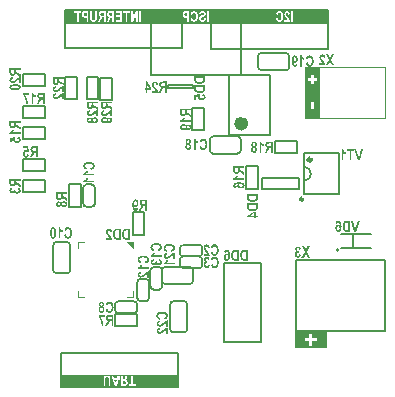
<source format=gbo>
G04*
G04 #@! TF.GenerationSoftware,Altium Limited,Altium Designer,23.8.1 (32)*
G04*
G04 Layer_Color=32896*
%FSLAX43Y43*%
%MOMM*%
G71*
G04*
G04 #@! TF.SameCoordinates,8A790615-D0E5-43D8-8956-367088579B57*
G04*
G04*
G04 #@! TF.FilePolarity,Positive*
G04*
G01*
G75*
%ADD10C,0.150*%
%ADD11C,0.200*%
%ADD12C,0.250*%
%ADD13C,0.100*%
%ADD79C,0.600*%
%ADD88C,0.300*%
G36*
X10600Y12325D02*
X10115D01*
X10600Y11840D01*
Y12325D01*
D02*
G37*
G36*
X19750Y30950D02*
X12150D01*
Y31900D01*
X19750D01*
Y30950D01*
D02*
G37*
G36*
X26400Y24975D02*
Y22775D01*
X25225D01*
Y24975D01*
X26400D01*
D02*
G37*
G36*
X27150Y30950D02*
X19750D01*
Y31900D01*
X27150D01*
Y30950D01*
D02*
G37*
G36*
X24918Y28091D02*
X24932Y28063D01*
X24947Y28038D01*
X24963Y28018D01*
X24976Y27999D01*
X24988Y27986D01*
X24996Y27977D01*
X24997Y27976D01*
X24999Y27975D01*
X25024Y27952D01*
X25047Y27934D01*
X25068Y27919D01*
X25087Y27907D01*
X25104Y27898D01*
X25115Y27891D01*
X25123Y27889D01*
X25125Y27887D01*
X25126D01*
Y27723D01*
X25087Y27742D01*
X25050Y27762D01*
X25018Y27786D01*
X24990Y27808D01*
X24978Y27818D01*
X24967Y27828D01*
X24957Y27837D01*
X24950Y27844D01*
X24943Y27851D01*
X24939Y27855D01*
X24936Y27858D01*
X24935Y27859D01*
Y27181D01*
X24786D01*
Y28122D01*
X24907D01*
X24918Y28091D01*
D02*
G37*
G36*
X24354Y28120D02*
X24372Y28117D01*
X24388Y28113D01*
X24405Y28108D01*
X24436Y28094D01*
X24461Y28079D01*
X24481Y28063D01*
X24490Y28055D01*
X24497Y28049D01*
X24502Y28044D01*
X24506Y28040D01*
X24508Y28037D01*
X24509Y28036D01*
X24522Y28019D01*
X24533Y28001D01*
X24542Y27983D01*
X24549Y27963D01*
X24563Y27925D01*
X24571Y27889D01*
X24574Y27871D01*
X24576Y27855D01*
X24577Y27840D01*
X24578Y27829D01*
X24580Y27818D01*
Y27811D01*
Y27805D01*
Y27804D01*
X24578Y27779D01*
X24577Y27754D01*
X24574Y27732D01*
X24569Y27711D01*
X24565Y27692D01*
X24559Y27672D01*
X24552Y27656D01*
X24546Y27642D01*
X24540Y27628D01*
X24534Y27615D01*
X24528Y27606D01*
X24523Y27597D01*
X24519Y27590D01*
X24516Y27586D01*
X24515Y27583D01*
X24513Y27582D01*
X24501Y27567D01*
X24487Y27554D01*
X24473Y27543D01*
X24461Y27534D01*
X24447Y27527D01*
X24434Y27520D01*
X24411Y27510D01*
X24388Y27503D01*
X24380Y27502D01*
X24373Y27500D01*
X24366Y27499D01*
X24358D01*
X24343Y27500D01*
X24327Y27502D01*
X24315Y27504D01*
X24302Y27509D01*
X24294Y27513D01*
X24286Y27515D01*
X24282Y27517D01*
X24280Y27518D01*
X24268Y27527D01*
X24255Y27536D01*
X24246Y27545D01*
X24236Y27554D01*
X24229Y27563D01*
X24222Y27570D01*
X24219Y27575D01*
X24218Y27576D01*
X24219Y27549D01*
X24222Y27522D01*
X24225Y27499D01*
X24229Y27477D01*
X24232Y27457D01*
X24236Y27441D01*
X24239Y27425D01*
X24243Y27411D01*
X24246Y27400D01*
X24248Y27391D01*
X24251Y27382D01*
X24254Y27377D01*
X24257Y27371D01*
X24258Y27368D01*
X24259Y27366D01*
X24272Y27349D01*
X24284Y27337D01*
X24298Y27327D01*
X24311Y27321D01*
X24322Y27317D01*
X24330Y27316D01*
X24336Y27314D01*
X24338D01*
X24351Y27316D01*
X24363Y27319D01*
X24373Y27324D01*
X24383Y27331D01*
X24397Y27348D01*
X24408Y27367D01*
X24415Y27385D01*
X24419Y27402D01*
X24420Y27409D01*
X24422Y27414D01*
Y27417D01*
Y27418D01*
X24565Y27399D01*
X24562Y27377D01*
X24558Y27357D01*
X24552Y27338D01*
X24546Y27321D01*
X24541Y27305D01*
X24535Y27291D01*
X24528Y27278D01*
X24523Y27266D01*
X24517Y27256D01*
X24512Y27248D01*
X24502Y27234D01*
X24495Y27226D01*
X24492Y27223D01*
X24470Y27203D01*
X24445Y27190D01*
X24422Y27180D01*
X24399Y27173D01*
X24379Y27169D01*
X24362Y27167D01*
X24357Y27166D01*
X24348D01*
X24325Y27167D01*
X24304Y27172D01*
X24283Y27177D01*
X24264Y27184D01*
X24229Y27202D01*
X24214Y27212D01*
X24200Y27223D01*
X24187Y27233D01*
X24176Y27242D01*
X24167Y27252D01*
X24158Y27260D01*
X24153Y27269D01*
X24148Y27274D01*
X24146Y27277D01*
X24144Y27278D01*
X24130Y27301D01*
X24118Y27327D01*
X24108Y27355D01*
X24099Y27384D01*
X24090Y27414D01*
X24085Y27445D01*
X24075Y27506D01*
X24072Y27535D01*
X24069Y27561D01*
X24068Y27585D01*
X24067Y27607D01*
X24065Y27624D01*
Y27638D01*
Y27646D01*
Y27647D01*
Y27649D01*
X24067Y27694D01*
X24068Y27737D01*
X24072Y27776D01*
X24078Y27812D01*
X24083Y27846D01*
X24089Y27875D01*
X24096Y27902D01*
X24103Y27926D01*
X24111Y27947D01*
X24118Y27963D01*
X24124Y27979D01*
X24129Y27991D01*
X24135Y28001D01*
X24139Y28006D01*
X24140Y28011D01*
X24142Y28012D01*
X24157Y28031D01*
X24172Y28048D01*
X24187Y28063D01*
X24204Y28076D01*
X24221Y28085D01*
X24236Y28095D01*
X24251Y28102D01*
X24266Y28108D01*
X24293Y28116D01*
X24305Y28119D01*
X24315Y28120D01*
X24323Y28122D01*
X24334D01*
X24354Y28120D01*
D02*
G37*
G36*
X25603Y28133D02*
X25631Y28128D01*
X25656Y28123D01*
X25681Y28116D01*
X25703Y28106D01*
X25724Y28097D01*
X25743Y28085D01*
X25760Y28076D01*
X25775Y28065D01*
X25789Y28054D01*
X25800Y28044D01*
X25810Y28034D01*
X25817Y28027D01*
X25822Y28022D01*
X25825Y28018D01*
X25827Y28016D01*
X25846Y27990D01*
X25863Y27961D01*
X25876Y27932D01*
X25889Y27901D01*
X25900Y27869D01*
X25908Y27839D01*
X25915Y27808D01*
X25921Y27778D01*
X25925Y27750D01*
X25929Y27725D01*
X25932Y27701D01*
X25933Y27681D01*
Y27665D01*
X25935Y27653D01*
Y27644D01*
Y27643D01*
Y27642D01*
X25933Y27600D01*
X25931Y27561D01*
X25925Y27524D01*
X25918Y27489D01*
X25910Y27457D01*
X25901Y27428D01*
X25892Y27400D01*
X25881Y27377D01*
X25871Y27355D01*
X25861Y27335D01*
X25853Y27319D01*
X25845Y27306D01*
X25838Y27295D01*
X25832Y27287D01*
X25829Y27282D01*
X25828Y27281D01*
X25810Y27260D01*
X25791Y27244D01*
X25771Y27228D01*
X25750Y27215D01*
X25729Y27203D01*
X25710Y27194D01*
X25691Y27187D01*
X25671Y27180D01*
X25653Y27176D01*
X25650Y27175D01*
X26400D01*
Y24975D01*
X25225D01*
Y27175D01*
X25512D01*
X25502Y27177D01*
X25467Y27188D01*
X25452Y27195D01*
X25438Y27202D01*
X25426Y27209D01*
X25415Y27216D01*
X25405Y27221D01*
X25398Y27227D01*
X25391Y27231D01*
X25387Y27235D01*
X25384Y27237D01*
X25383Y27238D01*
X25368Y27253D01*
X25354Y27269D01*
X25330Y27305D01*
X25309Y27344D01*
X25293Y27381D01*
X25286Y27399D01*
X25280Y27416D01*
X25276Y27431D01*
X25272Y27443D01*
X25269Y27454D01*
X25266Y27463D01*
X25265Y27468D01*
Y27470D01*
X25416Y27528D01*
X25424Y27491D01*
X25435Y27460D01*
X25445Y27434D01*
X25456Y27413D01*
X25466Y27396D01*
X25474Y27385D01*
X25480Y27378D01*
X25481Y27375D01*
X25498Y27360D01*
X25516Y27348D01*
X25534Y27339D01*
X25551Y27334D01*
X25564Y27331D01*
X25577Y27330D01*
X25584Y27328D01*
X25587D01*
X25602Y27330D01*
X25616Y27331D01*
X25643Y27339D01*
X25666Y27352D01*
X25685Y27366D01*
X25702Y27378D01*
X25713Y27391D01*
X25720Y27399D01*
X25723Y27400D01*
Y27402D01*
X25731Y27417D01*
X25739Y27434D01*
X25746Y27453D01*
X25752Y27472D01*
X25761Y27514D01*
X25767Y27556D01*
X25770Y27575D01*
X25771Y27593D01*
X25772Y27610D01*
Y27624D01*
X25774Y27636D01*
Y27644D01*
Y27651D01*
Y27653D01*
Y27683D01*
X25771Y27712D01*
X25768Y27739D01*
X25766Y27762D01*
X25761Y27785D01*
X25757Y27805D01*
X25753Y27823D01*
X25748Y27839D01*
X25742Y27852D01*
X25738Y27865D01*
X25734Y27875D01*
X25729Y27883D01*
X25725Y27889D01*
X25724Y27894D01*
X25721Y27895D01*
Y27897D01*
X25710Y27911D01*
X25699Y27922D01*
X25688Y27932D01*
X25677Y27940D01*
X25653Y27954D01*
X25631Y27962D01*
X25612Y27968D01*
X25596Y27970D01*
X25591Y27972D01*
X25582D01*
X25560Y27970D01*
X25541Y27965D01*
X25524Y27959D01*
X25509Y27951D01*
X25496Y27944D01*
X25487Y27937D01*
X25481Y27932D01*
X25480Y27930D01*
X25465Y27913D01*
X25452Y27895D01*
X25441Y27876D01*
X25433Y27857D01*
X25427Y27840D01*
X25423Y27826D01*
X25422Y27821D01*
Y27816D01*
X25420Y27815D01*
Y27814D01*
X25266Y27858D01*
X25272Y27880D01*
X25279Y27901D01*
X25286Y27920D01*
X25293Y27940D01*
X25301Y27956D01*
X25308Y27972D01*
X25316Y27984D01*
X25323Y27997D01*
X25330Y28008D01*
X25337Y28018D01*
X25343Y28026D01*
X25348Y28033D01*
X25352Y28037D01*
X25355Y28041D01*
X25356Y28044D01*
X25358D01*
X25374Y28059D01*
X25392Y28073D01*
X25411Y28085D01*
X25429Y28097D01*
X25447Y28105D01*
X25465Y28112D01*
X25499Y28123D01*
X25515Y28127D01*
X25528Y28130D01*
X25541Y28131D01*
X25552Y28133D01*
X25562Y28134D01*
X25574D01*
X25603Y28133D01*
D02*
G37*
G36*
X12150Y30950D02*
X4850D01*
Y31899D01*
X12150D01*
Y30950D01*
D02*
G37*
G36*
X14450Y125D02*
X4550D01*
Y1075D01*
X14450D01*
Y125D01*
D02*
G37*
G36*
X27075Y3325D02*
X24325D01*
Y4800D01*
X27075D01*
Y3325D01*
D02*
G37*
G36*
X28030Y14126D02*
X28052Y14124D01*
X28072Y14117D01*
X28091Y14110D01*
X28126Y14092D01*
X28141Y14082D01*
X28155Y14071D01*
X28168Y14060D01*
X28179Y14050D01*
X28188Y14040D01*
X28197Y14032D01*
X28202Y14025D01*
X28206Y14020D01*
X28209Y14015D01*
X28211Y14014D01*
X28224Y13992D01*
X28236Y13966D01*
X28247Y13938D01*
X28255Y13909D01*
X28269Y13848D01*
X28279Y13787D01*
X28281Y13757D01*
X28284Y13731D01*
X28285Y13708D01*
X28287Y13685D01*
X28288Y13669D01*
Y13655D01*
Y13647D01*
Y13645D01*
Y13644D01*
X28287Y13598D01*
X28285Y13555D01*
X28281Y13516D01*
X28277Y13480D01*
X28270Y13447D01*
X28265Y13418D01*
X28258Y13390D01*
X28251Y13366D01*
X28244Y13346D01*
X28237Y13329D01*
X28230Y13314D01*
X28224Y13301D01*
X28220Y13293D01*
X28216Y13286D01*
X28215Y13282D01*
X28213Y13280D01*
X28198Y13261D01*
X28183Y13244D01*
X28168Y13230D01*
X28151Y13218D01*
X28136Y13207D01*
X28119Y13199D01*
X28104Y13192D01*
X28089Y13186D01*
X28062Y13178D01*
X28051Y13175D01*
X28041Y13174D01*
X28033D01*
X28028Y13172D01*
X28022D01*
X28003Y13174D01*
X27985Y13176D01*
X27967Y13181D01*
X27950Y13185D01*
X27919Y13199D01*
X27894Y13214D01*
X27874Y13229D01*
X27865Y13236D01*
X27858Y13243D01*
X27853Y13247D01*
X27849Y13251D01*
X27847Y13254D01*
X27846Y13255D01*
X27833Y13272D01*
X27822Y13290D01*
X27813Y13308D01*
X27804Y13328D01*
X27792Y13366D01*
X27782Y13402D01*
X27779Y13420D01*
X27778Y13436D01*
X27777Y13451D01*
X27775Y13463D01*
X27774Y13473D01*
Y13480D01*
Y13486D01*
Y13487D01*
X27775Y13512D01*
X27777Y13537D01*
X27779Y13559D01*
X27785Y13581D01*
X27789Y13601D01*
X27795Y13619D01*
X27801Y13635D01*
X27807Y13651D01*
X27814Y13665D01*
X27819Y13677D01*
X27826Y13687D01*
X27831Y13695D01*
X27835Y13702D01*
X27839Y13706D01*
X27840Y13709D01*
X27842Y13710D01*
X27854Y13726D01*
X27868Y13738D01*
X27881Y13749D01*
X27894Y13759D01*
X27907Y13767D01*
X27921Y13774D01*
X27944Y13784D01*
X27967Y13791D01*
X27975Y13792D01*
X27983Y13794D01*
X27990Y13795D01*
X27998D01*
X28014Y13794D01*
X28028Y13792D01*
X28041Y13788D01*
X28052Y13785D01*
X28061Y13781D01*
X28069Y13777D01*
X28073Y13776D01*
X28075Y13774D01*
X28087Y13766D01*
X28098Y13756D01*
X28108Y13746D01*
X28118Y13737D01*
X28125Y13728D01*
X28130Y13721D01*
X28134Y13716D01*
X28136Y13714D01*
X28134Y13744D01*
X28132Y13770D01*
X28129Y13794D01*
X28126Y13814D01*
X28123Y13834D01*
X28119Y13852D01*
X28116Y13867D01*
X28112Y13881D01*
X28109Y13892D01*
X28107Y13902D01*
X28102Y13910D01*
X28101Y13916D01*
X28098Y13921D01*
X28097Y13924D01*
X28095Y13927D01*
X28083Y13945D01*
X28069Y13957D01*
X28057Y13967D01*
X28044Y13972D01*
X28033Y13977D01*
X28025Y13978D01*
X28018Y13979D01*
X28016D01*
X28004Y13978D01*
X27991Y13975D01*
X27982Y13970D01*
X27972Y13963D01*
X27957Y13946D01*
X27947Y13928D01*
X27939Y13909D01*
X27935Y13892D01*
X27933Y13885D01*
X27932Y13880D01*
Y13877D01*
Y13875D01*
X27789Y13895D01*
X27797Y13936D01*
X27807Y13971D01*
X27819Y14002D01*
X27832Y14027D01*
X27844Y14045D01*
X27854Y14058D01*
X27861Y14067D01*
X27864Y14070D01*
X27886Y14089D01*
X27911Y14103D01*
X27935Y14114D01*
X27958Y14121D01*
X27978Y14125D01*
X27994Y14126D01*
X28000Y14128D01*
X28008D01*
X28030Y14126D01*
D02*
G37*
G36*
X29553Y13187D02*
X29384D01*
X29111Y14125D01*
X29277D01*
X29464Y13430D01*
X29658Y14125D01*
X29826D01*
X29553Y13187D01*
D02*
G37*
G36*
X29032D02*
X28740D01*
X28707Y13189D01*
X28677Y13192D01*
X28650Y13196D01*
X28628Y13201D01*
X28610Y13206D01*
X28598Y13210D01*
X28589Y13212D01*
X28586Y13214D01*
X28564Y13225D01*
X28545Y13237D01*
X28528Y13250D01*
X28513Y13262D01*
X28502Y13273D01*
X28492Y13283D01*
X28487Y13289D01*
X28485Y13292D01*
X28470Y13312D01*
X28456Y13336D01*
X28444Y13359D01*
X28434Y13383D01*
X28426Y13402D01*
X28420Y13419D01*
X28417Y13426D01*
X28416Y13430D01*
X28414Y13433D01*
Y13434D01*
X28405Y13469D01*
X28398Y13505D01*
X28394Y13541D01*
X28389Y13574D01*
Y13590D01*
X28388Y13604D01*
Y13616D01*
X28387Y13626D01*
Y13634D01*
Y13641D01*
Y13645D01*
Y13647D01*
X28388Y13695D01*
X28391Y13738D01*
X28392Y13759D01*
X28395Y13777D01*
X28398Y13794D01*
X28399Y13809D01*
X28402Y13823D01*
X28405Y13835D01*
X28408Y13846D01*
X28409Y13855D01*
X28410Y13861D01*
X28412Y13867D01*
X28413Y13870D01*
Y13871D01*
X28424Y13904D01*
X28435Y13934D01*
X28448Y13959D01*
X28460Y13979D01*
X28470Y13997D01*
X28478Y14010D01*
X28484Y14017D01*
X28487Y14020D01*
X28505Y14039D01*
X28521Y14056D01*
X28539Y14070D01*
X28555Y14081D01*
X28568Y14089D01*
X28578Y14096D01*
X28585Y14099D01*
X28588Y14100D01*
X28610Y14108D01*
X28636Y14114D01*
X28663Y14119D01*
X28689Y14122D01*
X28713Y14124D01*
X28722D01*
X28731Y14125D01*
X29032D01*
Y13187D01*
D02*
G37*
G36*
X11550Y11181D02*
X11589Y11178D01*
X11626Y11173D01*
X11661Y11166D01*
X11693Y11158D01*
X11722Y11149D01*
X11750Y11140D01*
X11773Y11129D01*
X11795Y11119D01*
X11815Y11109D01*
X11831Y11101D01*
X11844Y11092D01*
X11855Y11086D01*
X11863Y11080D01*
X11868Y11077D01*
X11869Y11076D01*
X11890Y11058D01*
X11906Y11038D01*
X11922Y11019D01*
X11935Y10998D01*
X11947Y10977D01*
X11956Y10958D01*
X11963Y10939D01*
X11970Y10919D01*
X11974Y10901D01*
X11978Y10884D01*
X11980Y10869D01*
X11983Y10857D01*
Y10846D01*
X11984Y10839D01*
Y10832D01*
X11983Y10810D01*
X11981Y10789D01*
X11973Y10750D01*
X11962Y10715D01*
X11955Y10700D01*
X11948Y10686D01*
X11941Y10674D01*
X11934Y10663D01*
X11929Y10653D01*
X11923Y10646D01*
X11919Y10639D01*
X11915Y10635D01*
X11913Y10632D01*
X11912Y10631D01*
X11897Y10615D01*
X11881Y10602D01*
X11845Y10578D01*
X11806Y10557D01*
X11769Y10541D01*
X11751Y10534D01*
X11734Y10528D01*
X11719Y10524D01*
X11707Y10520D01*
X11696Y10517D01*
X11687Y10514D01*
X11682Y10513D01*
X11680D01*
X11622Y10664D01*
X11659Y10672D01*
X11690Y10683D01*
X11716Y10693D01*
X11737Y10704D01*
X11754Y10714D01*
X11765Y10722D01*
X11772Y10728D01*
X11775Y10729D01*
X11790Y10746D01*
X11802Y10764D01*
X11811Y10782D01*
X11816Y10798D01*
X11819Y10812D01*
X11820Y10825D01*
X11822Y10832D01*
Y10835D01*
X11820Y10850D01*
X11819Y10864D01*
X11811Y10891D01*
X11798Y10914D01*
X11784Y10933D01*
X11772Y10950D01*
X11759Y10961D01*
X11751Y10968D01*
X11750Y10970D01*
X11748D01*
X11733Y10979D01*
X11716Y10987D01*
X11697Y10994D01*
X11678Y11000D01*
X11636Y11009D01*
X11594Y11015D01*
X11575Y11018D01*
X11557Y11019D01*
X11540Y11020D01*
X11526D01*
X11514Y11022D01*
X11506D01*
X11499D01*
X11497D01*
X11467D01*
X11438Y11019D01*
X11411Y11016D01*
X11388Y11013D01*
X11365Y11009D01*
X11345Y11005D01*
X11327Y11001D01*
X11311Y10995D01*
X11298Y10990D01*
X11285Y10986D01*
X11275Y10982D01*
X11267Y10977D01*
X11261Y10973D01*
X11256Y10972D01*
X11255Y10969D01*
X11253D01*
X11239Y10958D01*
X11228Y10947D01*
X11218Y10936D01*
X11210Y10925D01*
X11196Y10901D01*
X11188Y10879D01*
X11182Y10860D01*
X11180Y10844D01*
X11178Y10839D01*
Y10830D01*
X11180Y10808D01*
X11185Y10789D01*
X11191Y10772D01*
X11199Y10757D01*
X11206Y10744D01*
X11213Y10735D01*
X11218Y10729D01*
X11220Y10728D01*
X11236Y10713D01*
X11255Y10700D01*
X11274Y10689D01*
X11293Y10681D01*
X11310Y10675D01*
X11324Y10671D01*
X11329Y10670D01*
X11334D01*
X11335Y10668D01*
X11336D01*
X11292Y10514D01*
X11270Y10520D01*
X11249Y10527D01*
X11230Y10534D01*
X11210Y10541D01*
X11194Y10549D01*
X11178Y10556D01*
X11166Y10564D01*
X11153Y10571D01*
X11142Y10578D01*
X11132Y10585D01*
X11124Y10590D01*
X11117Y10596D01*
X11113Y10600D01*
X11109Y10603D01*
X11106Y10604D01*
Y10606D01*
X11091Y10622D01*
X11077Y10640D01*
X11065Y10658D01*
X11053Y10676D01*
X11045Y10694D01*
X11038Y10713D01*
X11027Y10747D01*
X11023Y10762D01*
X11020Y10776D01*
X11019Y10789D01*
X11017Y10800D01*
X11016Y10810D01*
Y10822D01*
X11017Y10851D01*
X11022Y10879D01*
X11027Y10904D01*
X11034Y10929D01*
X11044Y10951D01*
X11053Y10972D01*
X11065Y10991D01*
X11074Y11008D01*
X11085Y11023D01*
X11096Y11037D01*
X11106Y11048D01*
X11116Y11058D01*
X11123Y11065D01*
X11128Y11070D01*
X11132Y11073D01*
X11134Y11074D01*
X11160Y11094D01*
X11189Y11111D01*
X11218Y11124D01*
X11249Y11137D01*
X11281Y11148D01*
X11311Y11156D01*
X11342Y11163D01*
X11372Y11169D01*
X11400Y11173D01*
X11425Y11177D01*
X11449Y11180D01*
X11469Y11181D01*
X11485D01*
X11497Y11183D01*
X11506D01*
X11507D01*
X11508D01*
X11550Y11181D01*
D02*
G37*
G36*
X11408Y10335D02*
X11388Y10298D01*
X11364Y10266D01*
X11342Y10238D01*
X11332Y10226D01*
X11322Y10215D01*
X11313Y10205D01*
X11306Y10198D01*
X11299Y10191D01*
X11295Y10187D01*
X11292Y10184D01*
X11291Y10183D01*
X11969D01*
Y10034D01*
X11028D01*
Y10155D01*
X11059Y10166D01*
X11087Y10180D01*
X11112Y10195D01*
X11132Y10210D01*
X11151Y10224D01*
X11164Y10235D01*
X11173Y10244D01*
X11174Y10245D01*
X11175Y10247D01*
X11198Y10271D01*
X11216Y10295D01*
X11231Y10316D01*
X11243Y10335D01*
X11252Y10352D01*
X11259Y10363D01*
X11261Y10371D01*
X11263Y10373D01*
Y10374D01*
X11426D01*
X11408Y10335D01*
D02*
G37*
G36*
X11969Y9317D02*
X11802D01*
Y9611D01*
X11784Y9602D01*
X11769Y9592D01*
X11764Y9588D01*
X11758Y9584D01*
X11755Y9582D01*
X11754Y9581D01*
X11741Y9571D01*
X11726Y9559D01*
X11709Y9543D01*
X11691Y9528D01*
X11675Y9514D01*
X11661Y9502D01*
X11655Y9498D01*
X11651Y9493D01*
X11650Y9492D01*
X11648Y9491D01*
X11618Y9464D01*
X11590Y9442D01*
X11567Y9423D01*
X11546Y9407D01*
X11531Y9396D01*
X11518Y9388D01*
X11511Y9384D01*
X11508Y9383D01*
X11488Y9371D01*
X11468Y9360D01*
X11450Y9352D01*
X11433Y9345D01*
X11420Y9341D01*
X11410Y9337D01*
X11403Y9334D01*
X11400D01*
X11379Y9328D01*
X11360Y9324D01*
X11341Y9322D01*
X11324Y9319D01*
X11309D01*
X11298Y9317D01*
X11291D01*
X11288D01*
X11268D01*
X11250Y9320D01*
X11217Y9327D01*
X11187Y9337D01*
X11160Y9348D01*
X11138Y9360D01*
X11128Y9366D01*
X11121Y9370D01*
X11116Y9374D01*
X11112Y9377D01*
X11109Y9378D01*
X11108Y9380D01*
X11094Y9392D01*
X11081Y9405D01*
X11071Y9419D01*
X11062Y9434D01*
X11053Y9449D01*
X11048Y9464D01*
X11038Y9493D01*
X11033Y9521D01*
X11031Y9532D01*
X11030Y9543D01*
X11028Y9552D01*
Y9563D01*
X11030Y9582D01*
X11031Y9602D01*
X11040Y9636D01*
X11049Y9667D01*
X11062Y9692D01*
X11074Y9713D01*
X11081Y9720D01*
X11085Y9726D01*
X11089Y9732D01*
X11094Y9736D01*
X11095Y9738D01*
X11096Y9739D01*
X11110Y9751D01*
X11124Y9761D01*
X11157Y9779D01*
X11192Y9793D01*
X11225Y9803D01*
X11242Y9807D01*
X11257Y9811D01*
X11271Y9812D01*
X11282Y9815D01*
X11292Y9817D01*
X11299D01*
X11304Y9818D01*
X11306D01*
X11325Y9671D01*
X11299Y9668D01*
X11277Y9664D01*
X11257Y9659D01*
X11241Y9652D01*
X11225Y9643D01*
X11214Y9635D01*
X11205Y9625D01*
X11196Y9616D01*
X11191Y9606D01*
X11187Y9597D01*
X11181Y9581D01*
X11180Y9575D01*
X11178Y9570D01*
Y9566D01*
X11180Y9550D01*
X11184Y9535D01*
X11188Y9523D01*
X11194Y9513D01*
X11200Y9505D01*
X11205Y9499D01*
X11209Y9495D01*
X11210Y9493D01*
X11223Y9484D01*
X11238Y9477D01*
X11253Y9473D01*
X11268Y9469D01*
X11282Y9467D01*
X11293Y9466D01*
X11300D01*
X11302D01*
X11303D01*
X11324Y9467D01*
X11345Y9471D01*
X11364Y9477D01*
X11381Y9482D01*
X11396Y9488D01*
X11407Y9493D01*
X11414Y9498D01*
X11417Y9499D01*
X11425Y9505D01*
X11435Y9512D01*
X11457Y9528D01*
X11481Y9548D01*
X11506Y9568D01*
X11529Y9588D01*
X11540Y9596D01*
X11549Y9604D01*
X11555Y9610D01*
X11561Y9616D01*
X11565Y9618D01*
X11567Y9620D01*
X11592Y9642D01*
X11616Y9661D01*
X11639Y9681D01*
X11659Y9697D01*
X11680Y9713D01*
X11698Y9725D01*
X11715Y9738D01*
X11730Y9747D01*
X11744Y9757D01*
X11755Y9765D01*
X11766Y9771D01*
X11775Y9776D01*
X11782Y9781D01*
X11786Y9782D01*
X11788Y9785D01*
X11790D01*
X11822Y9799D01*
X11854Y9810D01*
X11884Y9819D01*
X11910Y9825D01*
X11934Y9829D01*
X11944Y9832D01*
X11952Y9833D01*
X11959D01*
X11965Y9835D01*
X11967D01*
X11969D01*
Y9317D01*
D02*
G37*
G36*
X8607Y13469D02*
X8626Y13467D01*
X8661Y13459D01*
X8691Y13449D01*
X8716Y13437D01*
X8737Y13424D01*
X8744Y13417D01*
X8751Y13413D01*
X8756Y13409D01*
X8761Y13405D01*
X8762Y13404D01*
X8763Y13402D01*
X8776Y13388D01*
X8786Y13374D01*
X8804Y13341D01*
X8817Y13306D01*
X8827Y13273D01*
X8831Y13257D01*
X8835Y13241D01*
X8837Y13227D01*
X8840Y13216D01*
X8841Y13207D01*
Y13200D01*
X8842Y13194D01*
Y13193D01*
X8695Y13173D01*
X8693Y13200D01*
X8688Y13222D01*
X8683Y13241D01*
X8676Y13258D01*
X8668Y13273D01*
X8659Y13284D01*
X8650Y13294D01*
X8640Y13302D01*
X8630Y13308D01*
X8622Y13312D01*
X8605Y13318D01*
X8600Y13319D01*
X8594Y13320D01*
X8590D01*
X8575Y13319D01*
X8559Y13315D01*
X8547Y13311D01*
X8537Y13305D01*
X8529Y13298D01*
X8523Y13294D01*
X8519Y13290D01*
X8518Y13288D01*
X8508Y13276D01*
X8501Y13261D01*
X8497Y13245D01*
X8493Y13230D01*
X8492Y13216D01*
X8490Y13205D01*
Y13198D01*
Y13197D01*
Y13196D01*
X8492Y13175D01*
X8496Y13154D01*
X8501Y13135D01*
X8507Y13118D01*
X8512Y13103D01*
X8518Y13092D01*
X8522Y13085D01*
X8523Y13082D01*
X8529Y13073D01*
X8536Y13064D01*
X8553Y13042D01*
X8572Y13018D01*
X8593Y12993D01*
X8612Y12969D01*
X8621Y12958D01*
X8629Y12950D01*
X8634Y12943D01*
X8640Y12938D01*
X8643Y12933D01*
X8644Y12932D01*
X8666Y12907D01*
X8686Y12882D01*
X8705Y12860D01*
X8722Y12839D01*
X8737Y12818D01*
X8750Y12800D01*
X8762Y12784D01*
X8772Y12768D01*
X8781Y12755D01*
X8790Y12743D01*
X8795Y12732D01*
X8801Y12724D01*
X8805Y12717D01*
X8806Y12713D01*
X8809Y12710D01*
Y12709D01*
X8823Y12677D01*
X8834Y12645D01*
X8844Y12614D01*
X8849Y12588D01*
X8854Y12565D01*
X8856Y12555D01*
X8858Y12547D01*
Y12540D01*
X8859Y12534D01*
Y12531D01*
Y12530D01*
X8342D01*
Y12696D01*
X8636D01*
X8626Y12714D01*
X8616Y12730D01*
X8612Y12735D01*
X8608Y12741D01*
X8607Y12743D01*
X8605Y12745D01*
X8596Y12757D01*
X8583Y12773D01*
X8568Y12789D01*
X8553Y12807D01*
X8539Y12824D01*
X8526Y12838D01*
X8522Y12843D01*
X8518Y12847D01*
X8517Y12849D01*
X8515Y12850D01*
X8489Y12881D01*
X8467Y12908D01*
X8447Y12932D01*
X8432Y12953D01*
X8421Y12968D01*
X8413Y12981D01*
X8408Y12988D01*
X8407Y12990D01*
X8396Y13011D01*
X8385Y13031D01*
X8376Y13049D01*
X8370Y13065D01*
X8365Y13079D01*
X8361Y13089D01*
X8358Y13096D01*
Y13098D01*
X8353Y13119D01*
X8349Y13139D01*
X8346Y13158D01*
X8343Y13175D01*
Y13190D01*
X8342Y13201D01*
Y13208D01*
Y13211D01*
Y13230D01*
X8345Y13248D01*
X8351Y13282D01*
X8361Y13312D01*
X8372Y13338D01*
X8385Y13361D01*
X8390Y13370D01*
X8394Y13377D01*
X8399Y13383D01*
X8401Y13387D01*
X8403Y13390D01*
X8404Y13391D01*
X8417Y13405D01*
X8429Y13417D01*
X8443Y13427D01*
X8458Y13437D01*
X8474Y13445D01*
X8489Y13451D01*
X8518Y13460D01*
X8546Y13466D01*
X8557Y13467D01*
X8568Y13469D01*
X8576Y13470D01*
X8587D01*
X8607Y13469D01*
D02*
G37*
G36*
X10358Y12530D02*
X10067D01*
X10034Y12531D01*
X10003Y12534D01*
X9977Y12538D01*
X9955Y12544D01*
X9937Y12548D01*
X9924Y12552D01*
X9916Y12555D01*
X9913Y12556D01*
X9891Y12567D01*
X9871Y12580D01*
X9855Y12592D01*
X9840Y12605D01*
X9828Y12616D01*
X9819Y12626D01*
X9813Y12631D01*
X9812Y12634D01*
X9797Y12655D01*
X9783Y12678D01*
X9770Y12702D01*
X9760Y12725D01*
X9752Y12745D01*
X9747Y12761D01*
X9744Y12768D01*
X9742Y12773D01*
X9741Y12775D01*
Y12777D01*
X9731Y12811D01*
X9724Y12847D01*
X9720Y12884D01*
X9716Y12917D01*
Y12932D01*
X9715Y12946D01*
Y12958D01*
X9713Y12968D01*
Y12976D01*
Y12983D01*
Y12988D01*
Y12989D01*
X9715Y13037D01*
X9718Y13080D01*
X9719Y13101D01*
X9722Y13119D01*
X9724Y13136D01*
X9726Y13151D01*
X9729Y13165D01*
X9731Y13178D01*
X9734Y13189D01*
X9736Y13197D01*
X9737Y13204D01*
X9738Y13209D01*
X9740Y13212D01*
Y13214D01*
X9751Y13247D01*
X9762Y13276D01*
X9774Y13301D01*
X9787Y13322D01*
X9797Y13340D01*
X9805Y13352D01*
X9810Y13359D01*
X9813Y13362D01*
X9831Y13381D01*
X9848Y13398D01*
X9866Y13412D01*
X9881Y13423D01*
X9895Y13431D01*
X9905Y13438D01*
X9912Y13441D01*
X9914Y13442D01*
X9937Y13451D01*
X9963Y13456D01*
X9989Y13462D01*
X10016Y13465D01*
X10039Y13466D01*
X10049D01*
X10057Y13467D01*
X10358D01*
Y12530D01*
D02*
G37*
G36*
X9583D02*
X9292D01*
X9258Y12531D01*
X9228Y12534D01*
X9202Y12538D01*
X9179Y12544D01*
X9161Y12548D01*
X9149Y12552D01*
X9141Y12555D01*
X9138Y12556D01*
X9116Y12567D01*
X9096Y12580D01*
X9080Y12592D01*
X9064Y12605D01*
X9053Y12616D01*
X9044Y12626D01*
X9038Y12631D01*
X9037Y12634D01*
X9021Y12655D01*
X9007Y12678D01*
X8995Y12702D01*
X8985Y12725D01*
X8977Y12745D01*
X8971Y12761D01*
X8969Y12768D01*
X8967Y12773D01*
X8966Y12775D01*
Y12777D01*
X8956Y12811D01*
X8949Y12847D01*
X8945Y12884D01*
X8941Y12917D01*
Y12932D01*
X8939Y12946D01*
Y12958D01*
X8938Y12968D01*
Y12976D01*
Y12983D01*
Y12988D01*
Y12989D01*
X8939Y13037D01*
X8942Y13080D01*
X8944Y13101D01*
X8946Y13119D01*
X8949Y13136D01*
X8951Y13151D01*
X8953Y13165D01*
X8956Y13178D01*
X8959Y13189D01*
X8960Y13197D01*
X8962Y13204D01*
X8963Y13209D01*
X8964Y13212D01*
Y13214D01*
X8976Y13247D01*
X8987Y13276D01*
X8999Y13301D01*
X9012Y13322D01*
X9021Y13340D01*
X9030Y13352D01*
X9035Y13359D01*
X9038Y13362D01*
X9056Y13381D01*
X9073Y13398D01*
X9091Y13412D01*
X9106Y13423D01*
X9120Y13431D01*
X9129Y13438D01*
X9136Y13441D01*
X9139Y13442D01*
X9161Y13451D01*
X9188Y13456D01*
X9214Y13462D01*
X9240Y13465D01*
X9264Y13466D01*
X9274D01*
X9282Y13467D01*
X9583D01*
Y12530D01*
D02*
G37*
G36*
X13150Y6431D02*
X13189Y6428D01*
X13226Y6423D01*
X13261Y6416D01*
X13293Y6408D01*
X13322Y6399D01*
X13350Y6390D01*
X13373Y6379D01*
X13395Y6369D01*
X13415Y6359D01*
X13431Y6351D01*
X13444Y6343D01*
X13455Y6336D01*
X13463Y6330D01*
X13468Y6327D01*
X13469Y6326D01*
X13490Y6308D01*
X13506Y6288D01*
X13522Y6269D01*
X13535Y6248D01*
X13547Y6227D01*
X13556Y6208D01*
X13563Y6189D01*
X13570Y6169D01*
X13574Y6151D01*
X13578Y6134D01*
X13580Y6119D01*
X13583Y6107D01*
Y6096D01*
X13584Y6089D01*
Y6082D01*
X13583Y6060D01*
X13581Y6039D01*
X13573Y6000D01*
X13562Y5965D01*
X13555Y5950D01*
X13548Y5936D01*
X13541Y5924D01*
X13534Y5913D01*
X13529Y5903D01*
X13523Y5896D01*
X13519Y5889D01*
X13515Y5885D01*
X13513Y5882D01*
X13512Y5881D01*
X13497Y5865D01*
X13481Y5852D01*
X13445Y5828D01*
X13406Y5807D01*
X13369Y5791D01*
X13351Y5784D01*
X13334Y5778D01*
X13319Y5774D01*
X13307Y5770D01*
X13296Y5767D01*
X13287Y5764D01*
X13282Y5763D01*
X13280D01*
X13222Y5914D01*
X13259Y5922D01*
X13290Y5933D01*
X13316Y5943D01*
X13337Y5954D01*
X13354Y5964D01*
X13365Y5972D01*
X13372Y5978D01*
X13375Y5979D01*
X13390Y5996D01*
X13402Y6014D01*
X13411Y6032D01*
X13416Y6049D01*
X13419Y6062D01*
X13420Y6075D01*
X13422Y6082D01*
Y6085D01*
X13420Y6100D01*
X13419Y6114D01*
X13411Y6141D01*
X13398Y6164D01*
X13384Y6183D01*
X13372Y6200D01*
X13359Y6211D01*
X13351Y6218D01*
X13350Y6220D01*
X13348D01*
X13333Y6229D01*
X13316Y6237D01*
X13297Y6244D01*
X13278Y6250D01*
X13236Y6259D01*
X13194Y6265D01*
X13175Y6268D01*
X13157Y6269D01*
X13140Y6270D01*
X13126D01*
X13114Y6272D01*
X13106D01*
X13099D01*
X13097D01*
X13067D01*
X13038Y6269D01*
X13011Y6266D01*
X12988Y6263D01*
X12965Y6259D01*
X12945Y6255D01*
X12927Y6251D01*
X12911Y6245D01*
X12898Y6240D01*
X12885Y6236D01*
X12875Y6232D01*
X12867Y6227D01*
X12861Y6223D01*
X12856Y6222D01*
X12855Y6219D01*
X12853D01*
X12839Y6208D01*
X12828Y6197D01*
X12818Y6186D01*
X12810Y6175D01*
X12796Y6151D01*
X12788Y6129D01*
X12782Y6110D01*
X12780Y6094D01*
X12778Y6089D01*
Y6080D01*
X12780Y6058D01*
X12785Y6039D01*
X12791Y6022D01*
X12799Y6007D01*
X12806Y5994D01*
X12813Y5985D01*
X12818Y5979D01*
X12820Y5978D01*
X12837Y5963D01*
X12855Y5950D01*
X12874Y5939D01*
X12893Y5931D01*
X12910Y5925D01*
X12924Y5921D01*
X12929Y5920D01*
X12934D01*
X12935Y5918D01*
X12936D01*
X12892Y5764D01*
X12870Y5770D01*
X12849Y5777D01*
X12830Y5784D01*
X12810Y5791D01*
X12794Y5799D01*
X12778Y5806D01*
X12766Y5814D01*
X12753Y5821D01*
X12742Y5828D01*
X12732Y5835D01*
X12724Y5840D01*
X12717Y5846D01*
X12713Y5850D01*
X12709Y5853D01*
X12706Y5854D01*
Y5856D01*
X12691Y5872D01*
X12677Y5890D01*
X12665Y5908D01*
X12653Y5926D01*
X12645Y5944D01*
X12638Y5963D01*
X12627Y5997D01*
X12623Y6012D01*
X12620Y6026D01*
X12619Y6039D01*
X12617Y6050D01*
X12616Y6060D01*
Y6072D01*
X12617Y6101D01*
X12622Y6129D01*
X12627Y6154D01*
X12634Y6179D01*
X12644Y6201D01*
X12653Y6222D01*
X12665Y6241D01*
X12674Y6258D01*
X12685Y6273D01*
X12696Y6287D01*
X12706Y6298D01*
X12716Y6308D01*
X12723Y6315D01*
X12728Y6320D01*
X12732Y6323D01*
X12734Y6324D01*
X12760Y6344D01*
X12789Y6361D01*
X12818Y6374D01*
X12849Y6387D01*
X12881Y6398D01*
X12911Y6406D01*
X12942Y6413D01*
X12972Y6419D01*
X13000Y6423D01*
X13025Y6427D01*
X13049Y6430D01*
X13069Y6431D01*
X13085D01*
X13097Y6433D01*
X13106D01*
X13107D01*
X13108D01*
X13150Y6431D01*
D02*
G37*
G36*
X13569Y5165D02*
X13402D01*
Y5459D01*
X13384Y5449D01*
X13369Y5440D01*
X13363Y5436D01*
X13358Y5431D01*
X13355Y5430D01*
X13354Y5429D01*
X13341Y5419D01*
X13326Y5406D01*
X13309Y5391D01*
X13291Y5376D01*
X13275Y5362D01*
X13261Y5350D01*
X13255Y5345D01*
X13251Y5341D01*
X13250Y5340D01*
X13248Y5338D01*
X13218Y5312D01*
X13190Y5290D01*
X13167Y5270D01*
X13146Y5255D01*
X13131Y5244D01*
X13118Y5236D01*
X13111Y5232D01*
X13108Y5230D01*
X13088Y5219D01*
X13068Y5208D01*
X13050Y5200D01*
X13033Y5193D01*
X13020Y5189D01*
X13010Y5185D01*
X13003Y5182D01*
X13000D01*
X12979Y5176D01*
X12960Y5172D01*
X12941Y5169D01*
X12924Y5166D01*
X12909D01*
X12898Y5165D01*
X12891D01*
X12888D01*
X12868D01*
X12850Y5168D01*
X12817Y5175D01*
X12787Y5185D01*
X12760Y5196D01*
X12738Y5208D01*
X12728Y5214D01*
X12721Y5218D01*
X12716Y5222D01*
X12712Y5225D01*
X12709Y5226D01*
X12708Y5227D01*
X12694Y5240D01*
X12681Y5252D01*
X12671Y5266D01*
X12662Y5282D01*
X12653Y5297D01*
X12648Y5312D01*
X12638Y5341D01*
X12633Y5369D01*
X12631Y5380D01*
X12630Y5391D01*
X12628Y5399D01*
Y5411D01*
X12630Y5430D01*
X12631Y5449D01*
X12640Y5484D01*
X12649Y5515D01*
X12662Y5540D01*
X12674Y5560D01*
X12681Y5567D01*
X12685Y5574D01*
X12689Y5580D01*
X12694Y5584D01*
X12695Y5585D01*
X12696Y5587D01*
X12710Y5599D01*
X12724Y5609D01*
X12757Y5627D01*
X12792Y5641D01*
X12825Y5650D01*
X12842Y5655D01*
X12857Y5659D01*
X12871Y5660D01*
X12882Y5663D01*
X12892Y5664D01*
X12899D01*
X12904Y5666D01*
X12906D01*
X12925Y5519D01*
X12899Y5516D01*
X12877Y5512D01*
X12857Y5506D01*
X12841Y5499D01*
X12825Y5491D01*
X12814Y5483D01*
X12805Y5473D01*
X12796Y5463D01*
X12791Y5454D01*
X12787Y5445D01*
X12781Y5429D01*
X12780Y5423D01*
X12778Y5417D01*
Y5413D01*
X12780Y5398D01*
X12784Y5383D01*
X12788Y5370D01*
X12794Y5361D01*
X12800Y5352D01*
X12805Y5347D01*
X12809Y5343D01*
X12810Y5341D01*
X12823Y5332D01*
X12838Y5325D01*
X12853Y5320D01*
X12868Y5316D01*
X12882Y5315D01*
X12893Y5313D01*
X12900D01*
X12902D01*
X12903D01*
X12924Y5315D01*
X12945Y5319D01*
X12964Y5325D01*
X12981Y5330D01*
X12996Y5336D01*
X13007Y5341D01*
X13014Y5345D01*
X13017Y5347D01*
X13025Y5352D01*
X13035Y5359D01*
X13057Y5376D01*
X13081Y5395D01*
X13106Y5416D01*
X13129Y5436D01*
X13140Y5444D01*
X13149Y5452D01*
X13155Y5458D01*
X13161Y5463D01*
X13165Y5466D01*
X13167Y5467D01*
X13192Y5490D01*
X13216Y5509D01*
X13239Y5528D01*
X13259Y5545D01*
X13280Y5560D01*
X13298Y5573D01*
X13315Y5585D01*
X13330Y5595D01*
X13344Y5605D01*
X13355Y5613D01*
X13366Y5619D01*
X13375Y5624D01*
X13382Y5628D01*
X13386Y5630D01*
X13388Y5632D01*
X13390D01*
X13422Y5646D01*
X13454Y5657D01*
X13484Y5667D01*
X13510Y5673D01*
X13534Y5677D01*
X13544Y5680D01*
X13552Y5681D01*
X13559D01*
X13565Y5682D01*
X13567D01*
X13569D01*
Y5165D01*
D02*
G37*
G36*
Y4567D02*
X13402D01*
Y4861D01*
X13384Y4852D01*
X13369Y4842D01*
X13363Y4838D01*
X13358Y4834D01*
X13355Y4832D01*
X13354Y4831D01*
X13341Y4821D01*
X13326Y4809D01*
X13309Y4793D01*
X13291Y4778D01*
X13275Y4764D01*
X13261Y4752D01*
X13255Y4748D01*
X13251Y4743D01*
X13250Y4742D01*
X13248Y4741D01*
X13218Y4714D01*
X13190Y4692D01*
X13167Y4673D01*
X13146Y4657D01*
X13131Y4646D01*
X13118Y4638D01*
X13111Y4634D01*
X13108Y4633D01*
X13088Y4621D01*
X13068Y4610D01*
X13050Y4602D01*
X13033Y4595D01*
X13020Y4591D01*
X13010Y4587D01*
X13003Y4584D01*
X13000D01*
X12979Y4578D01*
X12960Y4574D01*
X12941Y4572D01*
X12924Y4569D01*
X12909D01*
X12898Y4567D01*
X12891D01*
X12888D01*
X12868D01*
X12850Y4570D01*
X12817Y4577D01*
X12787Y4587D01*
X12760Y4598D01*
X12738Y4610D01*
X12728Y4616D01*
X12721Y4620D01*
X12716Y4624D01*
X12712Y4627D01*
X12709Y4628D01*
X12708Y4630D01*
X12694Y4642D01*
X12681Y4655D01*
X12671Y4669D01*
X12662Y4684D01*
X12653Y4699D01*
X12648Y4714D01*
X12638Y4743D01*
X12633Y4771D01*
X12631Y4782D01*
X12630Y4793D01*
X12628Y4802D01*
Y4813D01*
X12630Y4832D01*
X12631Y4852D01*
X12640Y4886D01*
X12649Y4917D01*
X12662Y4942D01*
X12674Y4963D01*
X12681Y4970D01*
X12685Y4976D01*
X12689Y4982D01*
X12694Y4986D01*
X12695Y4988D01*
X12696Y4989D01*
X12710Y5001D01*
X12724Y5011D01*
X12757Y5029D01*
X12792Y5043D01*
X12825Y5053D01*
X12842Y5057D01*
X12857Y5061D01*
X12871Y5062D01*
X12882Y5065D01*
X12892Y5067D01*
X12899D01*
X12904Y5068D01*
X12906D01*
X12925Y4921D01*
X12899Y4918D01*
X12877Y4914D01*
X12857Y4909D01*
X12841Y4902D01*
X12825Y4893D01*
X12814Y4885D01*
X12805Y4875D01*
X12796Y4866D01*
X12791Y4856D01*
X12787Y4847D01*
X12781Y4831D01*
X12780Y4825D01*
X12778Y4820D01*
Y4816D01*
X12780Y4800D01*
X12784Y4785D01*
X12788Y4773D01*
X12794Y4763D01*
X12800Y4755D01*
X12805Y4749D01*
X12809Y4745D01*
X12810Y4743D01*
X12823Y4734D01*
X12838Y4727D01*
X12853Y4723D01*
X12868Y4719D01*
X12882Y4717D01*
X12893Y4716D01*
X12900D01*
X12902D01*
X12903D01*
X12924Y4717D01*
X12945Y4721D01*
X12964Y4727D01*
X12981Y4732D01*
X12996Y4738D01*
X13007Y4743D01*
X13014Y4748D01*
X13017Y4749D01*
X13025Y4755D01*
X13035Y4762D01*
X13057Y4778D01*
X13081Y4798D01*
X13106Y4818D01*
X13129Y4838D01*
X13140Y4846D01*
X13149Y4854D01*
X13155Y4860D01*
X13161Y4866D01*
X13165Y4868D01*
X13167Y4870D01*
X13192Y4892D01*
X13216Y4911D01*
X13239Y4931D01*
X13259Y4947D01*
X13280Y4963D01*
X13298Y4975D01*
X13315Y4988D01*
X13330Y4997D01*
X13344Y5007D01*
X13355Y5015D01*
X13366Y5021D01*
X13375Y5026D01*
X13382Y5031D01*
X13386Y5032D01*
X13388Y5035D01*
X13390D01*
X13422Y5049D01*
X13454Y5060D01*
X13484Y5069D01*
X13510Y5075D01*
X13534Y5079D01*
X13544Y5082D01*
X13552Y5083D01*
X13559D01*
X13565Y5085D01*
X13567D01*
X13569D01*
Y4567D01*
D02*
G37*
G36*
X13750Y12172D02*
X13789Y12169D01*
X13826Y12163D01*
X13861Y12156D01*
X13893Y12148D01*
X13922Y12140D01*
X13950Y12130D01*
X13973Y12119D01*
X13995Y12109D01*
X14015Y12100D01*
X14031Y12091D01*
X14044Y12083D01*
X14055Y12076D01*
X14063Y12070D01*
X14068Y12068D01*
X14069Y12066D01*
X14090Y12048D01*
X14106Y12029D01*
X14122Y12009D01*
X14135Y11989D01*
X14147Y11968D01*
X14156Y11948D01*
X14163Y11929D01*
X14170Y11910D01*
X14174Y11891D01*
X14178Y11875D01*
X14180Y11860D01*
X14183Y11847D01*
Y11836D01*
X14184Y11829D01*
Y11822D01*
X14183Y11800D01*
X14181Y11779D01*
X14173Y11740D01*
X14162Y11706D01*
X14155Y11690D01*
X14148Y11677D01*
X14141Y11664D01*
X14134Y11653D01*
X14129Y11643D01*
X14123Y11636D01*
X14119Y11629D01*
X14115Y11625D01*
X14113Y11622D01*
X14112Y11621D01*
X14097Y11606D01*
X14081Y11592D01*
X14045Y11568D01*
X14006Y11548D01*
X13969Y11531D01*
X13951Y11524D01*
X13934Y11518D01*
X13919Y11514D01*
X13907Y11510D01*
X13896Y11507D01*
X13887Y11505D01*
X13882Y11503D01*
X13880D01*
X13822Y11654D01*
X13859Y11663D01*
X13890Y11674D01*
X13916Y11683D01*
X13937Y11695D01*
X13954Y11704D01*
X13965Y11713D01*
X13972Y11718D01*
X13975Y11720D01*
X13990Y11736D01*
X14002Y11754D01*
X14011Y11772D01*
X14016Y11789D01*
X14019Y11803D01*
X14020Y11815D01*
X14022Y11822D01*
Y11825D01*
X14020Y11840D01*
X14019Y11854D01*
X14011Y11882D01*
X13998Y11904D01*
X13984Y11923D01*
X13972Y11940D01*
X13959Y11951D01*
X13951Y11958D01*
X13950Y11961D01*
X13948D01*
X13933Y11969D01*
X13916Y11977D01*
X13897Y11984D01*
X13878Y11990D01*
X13836Y12000D01*
X13794Y12005D01*
X13775Y12008D01*
X13757Y12009D01*
X13740Y12011D01*
X13726D01*
X13714Y12012D01*
X13706D01*
X13699D01*
X13697D01*
X13667D01*
X13638Y12009D01*
X13611Y12007D01*
X13588Y12004D01*
X13565Y12000D01*
X13545Y11995D01*
X13527Y11991D01*
X13511Y11986D01*
X13498Y11980D01*
X13485Y11976D01*
X13475Y11972D01*
X13467Y11968D01*
X13461Y11964D01*
X13456Y11962D01*
X13455Y11959D01*
X13453D01*
X13439Y11948D01*
X13428Y11937D01*
X13418Y11926D01*
X13410Y11915D01*
X13396Y11891D01*
X13388Y11869D01*
X13382Y11850D01*
X13380Y11835D01*
X13378Y11829D01*
Y11821D01*
X13380Y11799D01*
X13385Y11779D01*
X13391Y11763D01*
X13399Y11747D01*
X13406Y11735D01*
X13413Y11725D01*
X13418Y11720D01*
X13420Y11718D01*
X13436Y11703D01*
X13455Y11690D01*
X13474Y11679D01*
X13493Y11671D01*
X13510Y11665D01*
X13524Y11661D01*
X13529Y11660D01*
X13534D01*
X13535Y11658D01*
X13536D01*
X13492Y11505D01*
X13470Y11510D01*
X13449Y11517D01*
X13430Y11524D01*
X13410Y11531D01*
X13394Y11539D01*
X13378Y11546D01*
X13366Y11554D01*
X13353Y11561D01*
X13342Y11568D01*
X13332Y11575D01*
X13324Y11581D01*
X13317Y11586D01*
X13313Y11591D01*
X13309Y11593D01*
X13306Y11595D01*
Y11596D01*
X13291Y11613D01*
X13277Y11631D01*
X13265Y11649D01*
X13253Y11667D01*
X13245Y11685D01*
X13238Y11703D01*
X13227Y11738D01*
X13223Y11753D01*
X13220Y11767D01*
X13219Y11779D01*
X13217Y11790D01*
X13216Y11800D01*
Y11812D01*
X13217Y11842D01*
X13222Y11869D01*
X13227Y11894D01*
X13234Y11919D01*
X13244Y11941D01*
X13253Y11962D01*
X13265Y11982D01*
X13274Y11998D01*
X13285Y12014D01*
X13296Y12027D01*
X13306Y12038D01*
X13316Y12048D01*
X13323Y12055D01*
X13328Y12061D01*
X13332Y12063D01*
X13334Y12065D01*
X13360Y12084D01*
X13389Y12101D01*
X13418Y12115D01*
X13449Y12127D01*
X13481Y12138D01*
X13511Y12147D01*
X13542Y12154D01*
X13572Y12159D01*
X13600Y12163D01*
X13625Y12167D01*
X13649Y12170D01*
X13669Y12172D01*
X13685D01*
X13697Y12173D01*
X13706D01*
X13707D01*
X13708D01*
X13750Y12172D01*
D02*
G37*
G36*
X14169Y10905D02*
X14002D01*
Y11199D01*
X13984Y11190D01*
X13969Y11180D01*
X13964Y11176D01*
X13958Y11172D01*
X13955Y11170D01*
X13954Y11169D01*
X13941Y11159D01*
X13926Y11147D01*
X13909Y11132D01*
X13891Y11116D01*
X13875Y11102D01*
X13861Y11090D01*
X13855Y11086D01*
X13851Y11082D01*
X13850Y11080D01*
X13848Y11079D01*
X13818Y11052D01*
X13790Y11030D01*
X13767Y11011D01*
X13746Y10996D01*
X13731Y10984D01*
X13718Y10976D01*
X13711Y10972D01*
X13708Y10971D01*
X13688Y10960D01*
X13668Y10948D01*
X13650Y10940D01*
X13633Y10933D01*
X13620Y10929D01*
X13610Y10925D01*
X13603Y10922D01*
X13600D01*
X13579Y10917D01*
X13560Y10912D01*
X13541Y10910D01*
X13524Y10907D01*
X13509D01*
X13498Y10905D01*
X13491D01*
X13488D01*
X13468D01*
X13450Y10908D01*
X13417Y10915D01*
X13387Y10925D01*
X13360Y10936D01*
X13338Y10948D01*
X13328Y10954D01*
X13321Y10958D01*
X13316Y10962D01*
X13312Y10965D01*
X13309Y10966D01*
X13308Y10968D01*
X13294Y10980D01*
X13281Y10993D01*
X13271Y11007D01*
X13262Y11022D01*
X13253Y11037D01*
X13248Y11052D01*
X13238Y11082D01*
X13233Y11109D01*
X13231Y11120D01*
X13230Y11132D01*
X13228Y11140D01*
Y11151D01*
X13230Y11170D01*
X13231Y11190D01*
X13240Y11224D01*
X13249Y11255D01*
X13262Y11280D01*
X13274Y11301D01*
X13281Y11308D01*
X13285Y11315D01*
X13289Y11320D01*
X13294Y11324D01*
X13295Y11326D01*
X13296Y11327D01*
X13310Y11340D01*
X13324Y11349D01*
X13357Y11367D01*
X13392Y11381D01*
X13425Y11391D01*
X13442Y11395D01*
X13457Y11399D01*
X13471Y11401D01*
X13482Y11403D01*
X13492Y11405D01*
X13499D01*
X13504Y11406D01*
X13506D01*
X13525Y11259D01*
X13499Y11256D01*
X13477Y11252D01*
X13457Y11247D01*
X13441Y11240D01*
X13425Y11231D01*
X13414Y11223D01*
X13405Y11213D01*
X13396Y11204D01*
X13391Y11194D01*
X13387Y11186D01*
X13381Y11169D01*
X13380Y11163D01*
X13378Y11158D01*
Y11154D01*
X13380Y11138D01*
X13384Y11123D01*
X13388Y11111D01*
X13394Y11101D01*
X13400Y11093D01*
X13405Y11087D01*
X13409Y11083D01*
X13410Y11082D01*
X13423Y11072D01*
X13438Y11065D01*
X13453Y11061D01*
X13468Y11057D01*
X13482Y11055D01*
X13493Y11054D01*
X13500D01*
X13502D01*
X13503D01*
X13524Y11055D01*
X13545Y11059D01*
X13564Y11065D01*
X13581Y11070D01*
X13596Y11076D01*
X13607Y11082D01*
X13614Y11086D01*
X13617Y11087D01*
X13625Y11093D01*
X13635Y11100D01*
X13657Y11116D01*
X13681Y11136D01*
X13706Y11156D01*
X13729Y11176D01*
X13740Y11184D01*
X13749Y11193D01*
X13755Y11198D01*
X13761Y11204D01*
X13765Y11206D01*
X13767Y11208D01*
X13792Y11230D01*
X13816Y11249D01*
X13839Y11269D01*
X13859Y11285D01*
X13880Y11301D01*
X13898Y11313D01*
X13915Y11326D01*
X13930Y11335D01*
X13944Y11345D01*
X13955Y11353D01*
X13966Y11359D01*
X13975Y11364D01*
X13982Y11369D01*
X13986Y11370D01*
X13988Y11373D01*
X13990D01*
X14022Y11387D01*
X14054Y11398D01*
X14084Y11407D01*
X14111Y11413D01*
X14134Y11417D01*
X14144Y11420D01*
X14152Y11421D01*
X14159D01*
X14165Y11423D01*
X14167D01*
X14169D01*
Y10905D01*
D02*
G37*
G36*
X13608Y10728D02*
X13588Y10690D01*
X13564Y10659D01*
X13542Y10631D01*
X13532Y10618D01*
X13522Y10607D01*
X13513Y10598D01*
X13506Y10591D01*
X13499Y10584D01*
X13495Y10580D01*
X13492Y10577D01*
X13491Y10575D01*
X14169D01*
Y10427D01*
X13228D01*
Y10548D01*
X13259Y10559D01*
X13287Y10573D01*
X13312Y10588D01*
X13332Y10603D01*
X13351Y10617D01*
X13364Y10628D01*
X13373Y10636D01*
X13374Y10638D01*
X13375Y10639D01*
X13398Y10664D01*
X13416Y10688D01*
X13431Y10709D01*
X13443Y10728D01*
X13452Y10745D01*
X13459Y10756D01*
X13461Y10764D01*
X13463Y10765D01*
Y10767D01*
X13627D01*
X13608Y10728D01*
D02*
G37*
G36*
X15920Y21041D02*
X15933Y21013D01*
X15949Y20988D01*
X15964Y20968D01*
X15978Y20949D01*
X15989Y20936D01*
X15997Y20927D01*
X15999Y20926D01*
X16000Y20925D01*
X16025Y20902D01*
X16049Y20884D01*
X16069Y20869D01*
X16089Y20857D01*
X16105Y20848D01*
X16117Y20841D01*
X16125Y20839D01*
X16126Y20837D01*
X16128D01*
Y20674D01*
X16089Y20692D01*
X16051Y20712D01*
X16019Y20736D01*
X15992Y20758D01*
X15979Y20768D01*
X15968Y20778D01*
X15958Y20787D01*
X15951Y20794D01*
X15945Y20801D01*
X15940Y20805D01*
X15938Y20808D01*
X15936Y20809D01*
Y20131D01*
X15788D01*
Y21072D01*
X15908D01*
X15920Y21041D01*
D02*
G37*
G36*
X16605Y21083D02*
X16632Y21078D01*
X16657Y21073D01*
X16682Y21066D01*
X16705Y21056D01*
X16725Y21047D01*
X16745Y21035D01*
X16761Y21026D01*
X16777Y21015D01*
X16791Y21004D01*
X16802Y20994D01*
X16811Y20984D01*
X16818Y20977D01*
X16824Y20972D01*
X16827Y20968D01*
X16828Y20966D01*
X16847Y20940D01*
X16864Y20911D01*
X16878Y20882D01*
X16890Y20851D01*
X16901Y20819D01*
X16910Y20789D01*
X16917Y20758D01*
X16922Y20728D01*
X16926Y20700D01*
X16931Y20675D01*
X16933Y20651D01*
X16935Y20631D01*
Y20615D01*
X16936Y20603D01*
Y20594D01*
Y20593D01*
Y20592D01*
X16935Y20550D01*
X16932Y20511D01*
X16926Y20474D01*
X16919Y20439D01*
X16911Y20407D01*
X16903Y20378D01*
X16893Y20350D01*
X16882Y20327D01*
X16872Y20305D01*
X16863Y20285D01*
X16854Y20269D01*
X16846Y20256D01*
X16839Y20245D01*
X16833Y20237D01*
X16831Y20232D01*
X16829Y20231D01*
X16811Y20210D01*
X16792Y20194D01*
X16772Y20178D01*
X16752Y20165D01*
X16731Y20153D01*
X16711Y20144D01*
X16692Y20137D01*
X16673Y20130D01*
X16655Y20126D01*
X16638Y20122D01*
X16623Y20120D01*
X16610Y20117D01*
X16599D01*
X16592Y20116D01*
X16585D01*
X16563Y20117D01*
X16542Y20119D01*
X16503Y20127D01*
X16469Y20138D01*
X16454Y20145D01*
X16440Y20152D01*
X16427Y20159D01*
X16416Y20166D01*
X16406Y20171D01*
X16399Y20177D01*
X16392Y20181D01*
X16388Y20185D01*
X16386Y20187D01*
X16384Y20188D01*
X16369Y20203D01*
X16355Y20219D01*
X16331Y20255D01*
X16311Y20294D01*
X16294Y20331D01*
X16287Y20349D01*
X16282Y20366D01*
X16277Y20381D01*
X16273Y20393D01*
X16270Y20404D01*
X16268Y20413D01*
X16266Y20418D01*
Y20420D01*
X16417Y20478D01*
X16426Y20441D01*
X16437Y20410D01*
X16447Y20384D01*
X16458Y20363D01*
X16467Y20346D01*
X16476Y20335D01*
X16481Y20328D01*
X16483Y20325D01*
X16499Y20310D01*
X16517Y20298D01*
X16535Y20289D01*
X16552Y20284D01*
X16566Y20281D01*
X16578Y20280D01*
X16585Y20278D01*
X16588D01*
X16603Y20280D01*
X16617Y20281D01*
X16645Y20289D01*
X16667Y20302D01*
X16686Y20316D01*
X16703Y20328D01*
X16714Y20341D01*
X16721Y20349D01*
X16724Y20350D01*
Y20352D01*
X16732Y20367D01*
X16741Y20384D01*
X16748Y20403D01*
X16753Y20422D01*
X16763Y20464D01*
X16768Y20506D01*
X16771Y20525D01*
X16772Y20543D01*
X16774Y20560D01*
Y20574D01*
X16775Y20586D01*
Y20594D01*
Y20601D01*
Y20603D01*
Y20633D01*
X16772Y20662D01*
X16770Y20689D01*
X16767Y20712D01*
X16763Y20735D01*
X16759Y20755D01*
X16754Y20773D01*
X16749Y20789D01*
X16743Y20802D01*
X16739Y20815D01*
X16735Y20825D01*
X16731Y20833D01*
X16727Y20839D01*
X16725Y20844D01*
X16723Y20845D01*
Y20847D01*
X16711Y20861D01*
X16700Y20872D01*
X16689Y20882D01*
X16678Y20890D01*
X16655Y20904D01*
X16632Y20912D01*
X16613Y20918D01*
X16598Y20920D01*
X16592Y20922D01*
X16584D01*
X16562Y20920D01*
X16542Y20915D01*
X16526Y20909D01*
X16510Y20901D01*
X16498Y20894D01*
X16488Y20887D01*
X16483Y20882D01*
X16481Y20880D01*
X16466Y20864D01*
X16454Y20845D01*
X16442Y20826D01*
X16434Y20807D01*
X16429Y20790D01*
X16424Y20776D01*
X16423Y20771D01*
Y20766D01*
X16422Y20765D01*
Y20764D01*
X16268Y20808D01*
X16273Y20830D01*
X16280Y20851D01*
X16287Y20870D01*
X16294Y20890D01*
X16302Y20906D01*
X16309Y20922D01*
X16318Y20934D01*
X16325Y20947D01*
X16331Y20958D01*
X16338Y20968D01*
X16344Y20976D01*
X16349Y20983D01*
X16354Y20987D01*
X16356Y20991D01*
X16358Y20994D01*
X16359D01*
X16376Y21009D01*
X16394Y21023D01*
X16412Y21035D01*
X16430Y21047D01*
X16448Y21055D01*
X16466Y21062D01*
X16501Y21073D01*
X16516Y21077D01*
X16530Y21080D01*
X16542Y21081D01*
X16553Y21083D01*
X16563Y21084D01*
X16576D01*
X16605Y21083D01*
D02*
G37*
G36*
X15338Y21070D02*
X15357Y21069D01*
X15390Y21062D01*
X15419Y21051D01*
X15442Y21038D01*
X15462Y21026D01*
X15476Y21016D01*
X15480Y21010D01*
X15484Y21008D01*
X15485Y21006D01*
X15487Y21005D01*
X15498Y20992D01*
X15508Y20979D01*
X15523Y20951D01*
X15534Y20922D01*
X15541Y20893D01*
X15547Y20869D01*
X15548Y20858D01*
Y20848D01*
X15549Y20841D01*
Y20836D01*
Y20832D01*
Y20830D01*
X15548Y20805D01*
X15545Y20783D01*
X15541Y20764D01*
X15535Y20747D01*
X15531Y20733D01*
X15527Y20722D01*
X15524Y20716D01*
X15523Y20714D01*
X15512Y20697D01*
X15498Y20682D01*
X15485Y20668D01*
X15472Y20657D01*
X15459Y20649D01*
X15449Y20643D01*
X15444Y20639D01*
X15441Y20637D01*
X15463Y20625D01*
X15483Y20610D01*
X15499Y20594D01*
X15512Y20579D01*
X15523Y20565D01*
X15531Y20554D01*
X15535Y20547D01*
X15537Y20546D01*
Y20545D01*
X15548Y20521D01*
X15555Y20496D01*
X15560Y20472D01*
X15565Y20450D01*
X15567Y20429D01*
X15569Y20414D01*
Y20409D01*
Y20404D01*
Y20402D01*
Y20400D01*
X15567Y20377D01*
X15566Y20355D01*
X15558Y20313D01*
X15552Y20295D01*
X15547Y20277D01*
X15540Y20262D01*
X15533Y20248D01*
X15526Y20235D01*
X15519Y20224D01*
X15513Y20214D01*
X15508Y20206D01*
X15504Y20201D01*
X15499Y20196D01*
X15498Y20194D01*
X15497Y20192D01*
X15483Y20178D01*
X15467Y20167D01*
X15452Y20158D01*
X15437Y20148D01*
X15406Y20134D01*
X15377Y20126D01*
X15352Y20120D01*
X15341Y20119D01*
X15332Y20117D01*
X15325Y20116D01*
X15314D01*
X15287Y20117D01*
X15264Y20122D01*
X15241Y20127D01*
X15223Y20134D01*
X15208Y20140D01*
X15196Y20145D01*
X15189Y20149D01*
X15186Y20151D01*
X15165Y20165D01*
X15148Y20181D01*
X15133Y20198D01*
X15121Y20214D01*
X15110Y20230D01*
X15103Y20241D01*
X15099Y20249D01*
X15097Y20251D01*
Y20252D01*
X15086Y20278D01*
X15078Y20305D01*
X15072Y20330D01*
X15068Y20355D01*
X15065Y20375D01*
Y20384D01*
X15064Y20391D01*
Y20398D01*
Y20402D01*
Y20404D01*
Y20406D01*
X15065Y20436D01*
X15069Y20464D01*
X15075Y20488D01*
X15081Y20508D01*
X15086Y20525D01*
X15092Y20538D01*
X15096Y20545D01*
X15097Y20547D01*
X15111Y20568D01*
X15126Y20586D01*
X15143Y20601D01*
X15158Y20614D01*
X15173Y20625D01*
X15185Y20632D01*
X15193Y20636D01*
X15194Y20637D01*
X15196D01*
X15179Y20649D01*
X15162Y20661D01*
X15150Y20674D01*
X15139Y20686D01*
X15129Y20697D01*
X15124Y20705D01*
X15119Y20711D01*
X15118Y20714D01*
X15108Y20733D01*
X15101Y20754D01*
X15096Y20773D01*
X15093Y20791D01*
X15090Y20808D01*
X15089Y20821D01*
Y20829D01*
Y20830D01*
Y20832D01*
Y20850D01*
X15092Y20868D01*
X15099Y20900D01*
X15108Y20929D01*
X15118Y20954D01*
X15129Y20973D01*
X15135Y20981D01*
X15139Y20988D01*
X15143Y20994D01*
X15146Y20998D01*
X15147Y20999D01*
X15148Y21001D01*
X15160Y21013D01*
X15172Y21024D01*
X15186Y21034D01*
X15200Y21042D01*
X15228Y21055D01*
X15255Y21063D01*
X15280Y21067D01*
X15291Y21069D01*
X15301Y21070D01*
X15308Y21072D01*
X15319D01*
X15338Y21070D01*
D02*
G37*
G36*
X12650Y12235D02*
X12689Y12233D01*
X12726Y12227D01*
X12761Y12220D01*
X12793Y12212D01*
X12822Y12204D01*
X12850Y12194D01*
X12873Y12183D01*
X12895Y12173D01*
X12915Y12163D01*
X12931Y12155D01*
X12944Y12147D01*
X12955Y12140D01*
X12963Y12134D01*
X12968Y12131D01*
X12969Y12130D01*
X12990Y12112D01*
X13006Y12093D01*
X13022Y12073D01*
X13035Y12052D01*
X13047Y12032D01*
X13056Y12012D01*
X13063Y11993D01*
X13070Y11973D01*
X13074Y11955D01*
X13078Y11939D01*
X13080Y11923D01*
X13083Y11911D01*
Y11900D01*
X13084Y11893D01*
Y11886D01*
X13083Y11864D01*
X13081Y11843D01*
X13073Y11804D01*
X13062Y11769D01*
X13055Y11754D01*
X13048Y11740D01*
X13041Y11728D01*
X13034Y11717D01*
X13029Y11707D01*
X13023Y11700D01*
X13019Y11693D01*
X13015Y11689D01*
X13013Y11686D01*
X13012Y11685D01*
X12997Y11670D01*
X12981Y11656D01*
X12945Y11632D01*
X12906Y11611D01*
X12869Y11595D01*
X12851Y11588D01*
X12834Y11582D01*
X12819Y11578D01*
X12807Y11574D01*
X12796Y11571D01*
X12787Y11568D01*
X12782Y11567D01*
X12780D01*
X12722Y11718D01*
X12759Y11726D01*
X12790Y11738D01*
X12816Y11747D01*
X12837Y11758D01*
X12854Y11768D01*
X12865Y11776D01*
X12872Y11782D01*
X12875Y11783D01*
X12890Y11800D01*
X12902Y11818D01*
X12911Y11836D01*
X12916Y11853D01*
X12919Y11867D01*
X12920Y11879D01*
X12922Y11886D01*
Y11889D01*
X12920Y11904D01*
X12919Y11918D01*
X12911Y11946D01*
X12898Y11968D01*
X12884Y11987D01*
X12872Y12004D01*
X12859Y12015D01*
X12851Y12022D01*
X12850Y12025D01*
X12848D01*
X12833Y12033D01*
X12816Y12041D01*
X12797Y12048D01*
X12778Y12054D01*
X12736Y12063D01*
X12694Y12069D01*
X12675Y12072D01*
X12657Y12073D01*
X12640Y12075D01*
X12626D01*
X12614Y12076D01*
X12606D01*
X12599D01*
X12597D01*
X12567D01*
X12538Y12073D01*
X12511Y12070D01*
X12488Y12068D01*
X12465Y12063D01*
X12445Y12059D01*
X12427Y12055D01*
X12411Y12050D01*
X12398Y12044D01*
X12385Y12040D01*
X12375Y12036D01*
X12367Y12032D01*
X12361Y12027D01*
X12356Y12026D01*
X12355Y12023D01*
X12353D01*
X12339Y12012D01*
X12328Y12001D01*
X12318Y11990D01*
X12310Y11979D01*
X12296Y11955D01*
X12288Y11933D01*
X12282Y11914D01*
X12280Y11898D01*
X12278Y11893D01*
Y11885D01*
X12280Y11862D01*
X12285Y11843D01*
X12291Y11826D01*
X12299Y11811D01*
X12306Y11799D01*
X12313Y11789D01*
X12318Y11783D01*
X12320Y11782D01*
X12337Y11767D01*
X12355Y11754D01*
X12374Y11743D01*
X12393Y11735D01*
X12410Y11729D01*
X12424Y11725D01*
X12429Y11724D01*
X12434D01*
X12435Y11722D01*
X12436D01*
X12392Y11568D01*
X12370Y11574D01*
X12349Y11581D01*
X12330Y11588D01*
X12310Y11595D01*
X12294Y11603D01*
X12278Y11610D01*
X12266Y11618D01*
X12253Y11625D01*
X12242Y11632D01*
X12232Y11639D01*
X12224Y11645D01*
X12217Y11650D01*
X12213Y11654D01*
X12209Y11657D01*
X12206Y11658D01*
Y11660D01*
X12191Y11677D01*
X12177Y11695D01*
X12165Y11713D01*
X12153Y11731D01*
X12145Y11749D01*
X12138Y11767D01*
X12127Y11801D01*
X12123Y11817D01*
X12120Y11830D01*
X12119Y11843D01*
X12117Y11854D01*
X12116Y11864D01*
Y11876D01*
X12117Y11905D01*
X12122Y11933D01*
X12127Y11958D01*
X12134Y11983D01*
X12144Y12005D01*
X12153Y12026D01*
X12165Y12045D01*
X12174Y12062D01*
X12185Y12077D01*
X12196Y12091D01*
X12206Y12102D01*
X12216Y12112D01*
X12223Y12119D01*
X12228Y12124D01*
X12232Y12127D01*
X12234Y12129D01*
X12260Y12148D01*
X12289Y12165D01*
X12318Y12179D01*
X12349Y12191D01*
X12381Y12202D01*
X12411Y12210D01*
X12442Y12217D01*
X12472Y12223D01*
X12500Y12227D01*
X12525Y12231D01*
X12549Y12234D01*
X12569Y12235D01*
X12585D01*
X12597Y12237D01*
X12606D01*
X12607D01*
X12608D01*
X12650Y12235D01*
D02*
G37*
G36*
X12508Y11389D02*
X12488Y11352D01*
X12464Y11320D01*
X12442Y11292D01*
X12432Y11280D01*
X12422Y11269D01*
X12413Y11259D01*
X12406Y11252D01*
X12399Y11245D01*
X12395Y11241D01*
X12392Y11238D01*
X12391Y11237D01*
X13069D01*
Y11089D01*
X12128D01*
Y11209D01*
X12159Y11220D01*
X12187Y11234D01*
X12212Y11249D01*
X12232Y11265D01*
X12251Y11278D01*
X12264Y11290D01*
X12273Y11298D01*
X12274Y11299D01*
X12275Y11301D01*
X12298Y11326D01*
X12316Y11349D01*
X12331Y11370D01*
X12343Y11389D01*
X12352Y11406D01*
X12359Y11417D01*
X12361Y11426D01*
X12363Y11427D01*
Y11428D01*
X12526D01*
X12508Y11389D01*
D02*
G37*
G36*
X12863Y10868D02*
X12901Y10858D01*
X12919Y10851D01*
X12934Y10844D01*
X12949Y10837D01*
X12962Y10831D01*
X12974Y10824D01*
X12984Y10817D01*
X12992Y10811D01*
X13001Y10806D01*
X13006Y10801D01*
X13010Y10797D01*
X13012Y10796D01*
X13013Y10795D01*
X13026Y10781D01*
X13037Y10767D01*
X13047Y10753D01*
X13054Y10738D01*
X13067Y10709D01*
X13076Y10682D01*
X13080Y10659D01*
X13081Y10647D01*
X13083Y10639D01*
X13084Y10632D01*
Y10623D01*
X13083Y10603D01*
X13080Y10585D01*
X13076Y10567D01*
X13072Y10549D01*
X13058Y10519D01*
X13042Y10492D01*
X13027Y10470D01*
X13020Y10462D01*
X13013Y10455D01*
X13009Y10449D01*
X13005Y10444D01*
X13002Y10442D01*
X13001Y10441D01*
X12984Y10427D01*
X12968Y10415D01*
X12949Y10405D01*
X12931Y10396D01*
X12897Y10383D01*
X12863Y10373D01*
X12847Y10370D01*
X12833Y10367D01*
X12821Y10366D01*
X12809Y10365D01*
X12801Y10363D01*
X12794D01*
X12790D01*
X12789D01*
X12757Y10365D01*
X12728Y10370D01*
X12703Y10376D01*
X12682Y10384D01*
X12665Y10391D01*
X12653Y10398D01*
X12644Y10403D01*
X12642Y10405D01*
X12621Y10421D01*
X12604Y10438D01*
X12592Y10455D01*
X12581Y10471D01*
X12574Y10487D01*
X12569Y10498D01*
X12567Y10506D01*
X12565Y10507D01*
Y10509D01*
X12551Y10489D01*
X12536Y10473D01*
X12521Y10457D01*
X12508Y10446D01*
X12496Y10437D01*
X12488Y10431D01*
X12482Y10427D01*
X12479Y10426D01*
X12460Y10416D01*
X12441Y10409D01*
X12422Y10403D01*
X12404Y10401D01*
X12391Y10398D01*
X12378Y10396D01*
X12371D01*
X12368D01*
X12352D01*
X12335Y10399D01*
X12305Y10406D01*
X12277Y10416D01*
X12252Y10427D01*
X12231Y10439D01*
X12223Y10445D01*
X12216Y10449D01*
X12210Y10453D01*
X12206Y10456D01*
X12205Y10457D01*
X12203Y10459D01*
X12189Y10471D01*
X12178Y10484D01*
X12169Y10498D01*
X12160Y10512D01*
X12146Y10539D01*
X12138Y10566D01*
X12133Y10591D01*
X12131Y10600D01*
X12130Y10609D01*
X12128Y10617D01*
Y10643D01*
X12131Y10660D01*
X12138Y10690D01*
X12148Y10718D01*
X12158Y10740D01*
X12169Y10758D01*
X12178Y10772D01*
X12185Y10781D01*
X12187Y10782D01*
X12188Y10783D01*
X12199Y10795D01*
X12213Y10804D01*
X12242Y10822D01*
X12273Y10836D01*
X12303Y10847D01*
X12331Y10856D01*
X12342Y10858D01*
X12353Y10861D01*
X12361Y10862D01*
X12368Y10864D01*
X12373Y10865D01*
X12374D01*
X12402Y10729D01*
X12379Y10727D01*
X12361Y10722D01*
X12345Y10717D01*
X12332Y10711D01*
X12323Y10706D01*
X12314Y10702D01*
X12310Y10699D01*
X12309Y10697D01*
X12298Y10686D01*
X12291Y10675D01*
X12285Y10664D01*
X12281Y10654D01*
X12278Y10646D01*
X12277Y10638D01*
Y10632D01*
X12278Y10618D01*
X12281Y10606D01*
X12285Y10595D01*
X12291Y10586D01*
X12296Y10580D01*
X12300Y10574D01*
X12303Y10571D01*
X12305Y10570D01*
X12316Y10562D01*
X12328Y10556D01*
X12341Y10550D01*
X12352Y10548D01*
X12363Y10546D01*
X12371Y10545D01*
X12377D01*
X12379D01*
X12400Y10546D01*
X12418Y10550D01*
X12434Y10556D01*
X12446Y10562D01*
X12456Y10567D01*
X12464Y10573D01*
X12468Y10577D01*
X12470Y10578D01*
X12479Y10592D01*
X12488Y10606D01*
X12492Y10621D01*
X12496Y10636D01*
X12497Y10649D01*
X12499Y10660D01*
Y10670D01*
X12646Y10685D01*
X12642Y10671D01*
X12637Y10659D01*
X12635Y10646D01*
X12633Y10636D01*
X12632Y10629D01*
Y10618D01*
X12633Y10603D01*
X12637Y10589D01*
X12644Y10577D01*
X12651Y10566D01*
X12660Y10557D01*
X12665Y10550D01*
X12671Y10546D01*
X12672Y10545D01*
X12687Y10535D01*
X12705Y10527D01*
X12723Y10521D01*
X12740Y10519D01*
X12755Y10516D01*
X12768Y10514D01*
X12776D01*
X12778D01*
X12779D01*
X12805Y10516D01*
X12827Y10520D01*
X12848Y10524D01*
X12863Y10530D01*
X12877Y10537D01*
X12886Y10541D01*
X12893Y10545D01*
X12894Y10546D01*
X12908Y10559D01*
X12918Y10571D01*
X12925Y10585D01*
X12929Y10598D01*
X12931Y10607D01*
X12934Y10616D01*
Y10624D01*
X12933Y10639D01*
X12929Y10653D01*
X12923Y10666D01*
X12916Y10675D01*
X12911Y10684D01*
X12905Y10690D01*
X12901Y10695D01*
X12900Y10696D01*
X12886Y10706D01*
X12869Y10714D01*
X12852Y10721D01*
X12836Y10725D01*
X12821Y10729D01*
X12809Y10731D01*
X12801Y10732D01*
X12800D01*
X12798D01*
X12819Y10875D01*
X12863Y10868D01*
D02*
G37*
G36*
X4467Y13541D02*
X4481Y13513D01*
X4496Y13488D01*
X4511Y13468D01*
X4525Y13449D01*
X4536Y13436D01*
X4544Y13427D01*
X4546Y13426D01*
X4547Y13425D01*
X4572Y13402D01*
X4596Y13384D01*
X4617Y13369D01*
X4636Y13357D01*
X4653Y13348D01*
X4664Y13341D01*
X4672Y13339D01*
X4673Y13337D01*
X4675D01*
Y13174D01*
X4636Y13192D01*
X4599Y13212D01*
X4567Y13236D01*
X4539Y13258D01*
X4526Y13268D01*
X4515Y13278D01*
X4506Y13287D01*
X4499Y13294D01*
X4492Y13301D01*
X4488Y13305D01*
X4485Y13308D01*
X4483Y13309D01*
Y12631D01*
X4335D01*
Y13572D01*
X4456D01*
X4467Y13541D01*
D02*
G37*
G36*
X5152Y13583D02*
X5180Y13578D01*
X5205Y13573D01*
X5230Y13566D01*
X5252Y13556D01*
X5273Y13547D01*
X5292Y13535D01*
X5309Y13526D01*
X5324Y13515D01*
X5338Y13504D01*
X5349Y13494D01*
X5359Y13484D01*
X5365Y13477D01*
X5371Y13472D01*
X5374Y13468D01*
X5375Y13466D01*
X5395Y13440D01*
X5411Y13411D01*
X5425Y13382D01*
X5438Y13351D01*
X5449Y13319D01*
X5457Y13289D01*
X5464Y13258D01*
X5469Y13228D01*
X5474Y13200D01*
X5478Y13175D01*
X5481Y13151D01*
X5482Y13131D01*
Y13115D01*
X5483Y13103D01*
Y13094D01*
Y13093D01*
Y13092D01*
X5482Y13050D01*
X5479Y13011D01*
X5474Y12974D01*
X5467Y12939D01*
X5458Y12907D01*
X5450Y12878D01*
X5440Y12850D01*
X5429Y12827D01*
X5420Y12805D01*
X5410Y12785D01*
X5402Y12769D01*
X5393Y12756D01*
X5386Y12745D01*
X5381Y12737D01*
X5378Y12732D01*
X5377Y12731D01*
X5359Y12710D01*
X5339Y12694D01*
X5320Y12678D01*
X5299Y12665D01*
X5278Y12653D01*
X5259Y12644D01*
X5239Y12637D01*
X5220Y12630D01*
X5202Y12626D01*
X5185Y12622D01*
X5170Y12620D01*
X5157Y12617D01*
X5146D01*
X5139Y12616D01*
X5132D01*
X5110Y12617D01*
X5089Y12619D01*
X5051Y12627D01*
X5016Y12638D01*
X5001Y12645D01*
X4987Y12652D01*
X4974Y12659D01*
X4963Y12666D01*
X4954Y12671D01*
X4947Y12677D01*
X4940Y12681D01*
X4936Y12685D01*
X4933Y12687D01*
X4931Y12688D01*
X4916Y12703D01*
X4902Y12719D01*
X4879Y12755D01*
X4858Y12794D01*
X4841Y12831D01*
X4834Y12849D01*
X4829Y12866D01*
X4825Y12881D01*
X4820Y12893D01*
X4818Y12904D01*
X4815Y12913D01*
X4813Y12918D01*
Y12920D01*
X4965Y12978D01*
X4973Y12941D01*
X4984Y12910D01*
X4994Y12884D01*
X5005Y12863D01*
X5015Y12846D01*
X5023Y12835D01*
X5028Y12828D01*
X5030Y12825D01*
X5046Y12810D01*
X5065Y12798D01*
X5083Y12789D01*
X5099Y12784D01*
X5113Y12781D01*
X5126Y12780D01*
X5132Y12778D01*
X5135D01*
X5150Y12780D01*
X5164Y12781D01*
X5192Y12789D01*
X5214Y12802D01*
X5234Y12816D01*
X5250Y12828D01*
X5261Y12841D01*
X5268Y12849D01*
X5271Y12850D01*
Y12852D01*
X5279Y12867D01*
X5288Y12884D01*
X5295Y12903D01*
X5300Y12922D01*
X5310Y12964D01*
X5316Y13006D01*
X5318Y13025D01*
X5320Y13043D01*
X5321Y13060D01*
Y13074D01*
X5322Y13086D01*
Y13094D01*
Y13101D01*
Y13103D01*
Y13133D01*
X5320Y13162D01*
X5317Y13189D01*
X5314Y13212D01*
X5310Y13235D01*
X5306Y13255D01*
X5302Y13273D01*
X5296Y13289D01*
X5291Y13302D01*
X5286Y13315D01*
X5282Y13325D01*
X5278Y13333D01*
X5274Y13339D01*
X5273Y13344D01*
X5270Y13345D01*
Y13347D01*
X5259Y13361D01*
X5248Y13372D01*
X5236Y13382D01*
X5225Y13390D01*
X5202Y13404D01*
X5180Y13412D01*
X5160Y13418D01*
X5145Y13420D01*
X5139Y13422D01*
X5131D01*
X5109Y13420D01*
X5089Y13415D01*
X5073Y13409D01*
X5058Y13401D01*
X5045Y13394D01*
X5035Y13387D01*
X5030Y13382D01*
X5028Y13380D01*
X5013Y13363D01*
X5001Y13345D01*
X4990Y13326D01*
X4981Y13307D01*
X4976Y13290D01*
X4972Y13276D01*
X4970Y13271D01*
Y13266D01*
X4969Y13265D01*
Y13264D01*
X4815Y13308D01*
X4820Y13330D01*
X4827Y13351D01*
X4834Y13370D01*
X4841Y13390D01*
X4850Y13406D01*
X4856Y13422D01*
X4865Y13434D01*
X4872Y13447D01*
X4879Y13458D01*
X4886Y13468D01*
X4891Y13476D01*
X4897Y13483D01*
X4901Y13487D01*
X4904Y13491D01*
X4905Y13494D01*
X4906D01*
X4923Y13509D01*
X4941Y13523D01*
X4959Y13535D01*
X4977Y13547D01*
X4995Y13555D01*
X5013Y13562D01*
X5048Y13573D01*
X5063Y13577D01*
X5077Y13580D01*
X5089Y13581D01*
X5101Y13583D01*
X5110Y13584D01*
X5123D01*
X5152Y13583D01*
D02*
G37*
G36*
X3888Y13570D02*
X3908Y13567D01*
X3926Y13562D01*
X3943Y13555D01*
X3973Y13538D01*
X3999Y13519D01*
X4020Y13498D01*
X4029Y13490D01*
X4035Y13481D01*
X4041Y13474D01*
X4045Y13469D01*
X4047Y13466D01*
X4048Y13465D01*
X4060Y13443D01*
X4070Y13418D01*
X4080Y13391D01*
X4087Y13362D01*
X4099Y13301D01*
X4108Y13240D01*
X4110Y13211D01*
X4112Y13183D01*
X4113Y13158D01*
X4115Y13137D01*
X4116Y13119D01*
Y13106D01*
Y13101D01*
Y13097D01*
Y13096D01*
Y13094D01*
X4115Y13046D01*
X4113Y13002D01*
X4109Y12960D01*
X4105Y12922D01*
X4101Y12888D01*
X4094Y12857D01*
X4088Y12831D01*
X4081Y12806D01*
X4076Y12785D01*
X4069Y12767D01*
X4063Y12753D01*
X4059Y12741D01*
X4054Y12731D01*
X4051Y12726D01*
X4049Y12721D01*
X4048Y12720D01*
X4034Y12702D01*
X4020Y12685D01*
X4005Y12671D01*
X3990Y12660D01*
X3974Y12649D01*
X3961Y12641D01*
X3945Y12634D01*
X3931Y12628D01*
X3905Y12622D01*
X3894Y12619D01*
X3884Y12617D01*
X3877D01*
X3872Y12616D01*
X3866D01*
X3845Y12617D01*
X3826Y12620D01*
X3808Y12626D01*
X3791Y12633D01*
X3761Y12649D01*
X3735Y12669D01*
X3714Y12688D01*
X3705Y12696D01*
X3698Y12705D01*
X3693Y12712D01*
X3689Y12717D01*
X3687Y12720D01*
X3686Y12721D01*
X3674Y12744D01*
X3662Y12769D01*
X3654Y12795D01*
X3646Y12824D01*
X3633Y12886D01*
X3625Y12947D01*
X3622Y12977D01*
X3621Y13004D01*
X3618Y13028D01*
Y13050D01*
X3617Y13068D01*
Y13082D01*
Y13086D01*
Y13090D01*
Y13092D01*
Y13093D01*
X3618Y13142D01*
X3619Y13185D01*
X3624Y13226D01*
X3628Y13262D01*
X3633Y13297D01*
X3639Y13327D01*
X3644Y13354D01*
X3651Y13379D01*
X3658Y13400D01*
X3664Y13418D01*
X3669Y13431D01*
X3675Y13444D01*
X3679Y13454D01*
X3683Y13459D01*
X3685Y13463D01*
X3686Y13465D01*
X3700Y13484D01*
X3714Y13499D01*
X3729Y13515D01*
X3744Y13527D01*
X3760Y13537D01*
X3773Y13545D01*
X3789Y13552D01*
X3802Y13558D01*
X3829Y13566D01*
X3840Y13569D01*
X3850Y13570D01*
X3857Y13572D01*
X3868D01*
X3888Y13570D01*
D02*
G37*
G36*
X6950Y19122D02*
X6989Y19119D01*
X7026Y19113D01*
X7061Y19106D01*
X7093Y19098D01*
X7122Y19090D01*
X7150Y19080D01*
X7173Y19069D01*
X7195Y19059D01*
X7215Y19050D01*
X7231Y19041D01*
X7244Y19033D01*
X7255Y19026D01*
X7263Y19020D01*
X7268Y19018D01*
X7269Y19016D01*
X7290Y18998D01*
X7306Y18979D01*
X7322Y18959D01*
X7335Y18939D01*
X7347Y18918D01*
X7356Y18898D01*
X7363Y18879D01*
X7370Y18860D01*
X7374Y18841D01*
X7378Y18825D01*
X7380Y18810D01*
X7383Y18797D01*
Y18786D01*
X7384Y18779D01*
Y18772D01*
X7383Y18750D01*
X7381Y18729D01*
X7373Y18690D01*
X7362Y18656D01*
X7355Y18640D01*
X7348Y18627D01*
X7341Y18614D01*
X7334Y18603D01*
X7329Y18593D01*
X7323Y18586D01*
X7319Y18579D01*
X7315Y18575D01*
X7313Y18572D01*
X7312Y18571D01*
X7297Y18556D01*
X7281Y18542D01*
X7245Y18518D01*
X7206Y18498D01*
X7169Y18481D01*
X7151Y18474D01*
X7134Y18468D01*
X7119Y18464D01*
X7107Y18460D01*
X7096Y18457D01*
X7087Y18455D01*
X7082Y18453D01*
X7080D01*
X7022Y18604D01*
X7059Y18613D01*
X7090Y18624D01*
X7116Y18633D01*
X7137Y18645D01*
X7154Y18654D01*
X7165Y18663D01*
X7172Y18668D01*
X7175Y18670D01*
X7190Y18686D01*
X7202Y18704D01*
X7211Y18722D01*
X7216Y18739D01*
X7219Y18753D01*
X7220Y18765D01*
X7222Y18772D01*
Y18775D01*
X7220Y18790D01*
X7219Y18804D01*
X7211Y18832D01*
X7198Y18854D01*
X7184Y18873D01*
X7172Y18890D01*
X7159Y18901D01*
X7151Y18908D01*
X7150Y18911D01*
X7148D01*
X7133Y18919D01*
X7116Y18927D01*
X7097Y18934D01*
X7078Y18940D01*
X7036Y18950D01*
X6994Y18955D01*
X6975Y18958D01*
X6957Y18959D01*
X6940Y18961D01*
X6926D01*
X6914Y18962D01*
X6906D01*
X6899D01*
X6897D01*
X6867D01*
X6838Y18959D01*
X6811Y18957D01*
X6788Y18954D01*
X6765Y18950D01*
X6745Y18945D01*
X6727Y18941D01*
X6711Y18936D01*
X6698Y18930D01*
X6685Y18926D01*
X6675Y18922D01*
X6667Y18918D01*
X6661Y18914D01*
X6656Y18912D01*
X6655Y18909D01*
X6653D01*
X6639Y18898D01*
X6628Y18887D01*
X6618Y18876D01*
X6610Y18865D01*
X6596Y18841D01*
X6588Y18819D01*
X6582Y18800D01*
X6580Y18785D01*
X6578Y18779D01*
Y18771D01*
X6580Y18749D01*
X6585Y18729D01*
X6591Y18713D01*
X6599Y18697D01*
X6606Y18685D01*
X6613Y18675D01*
X6618Y18670D01*
X6620Y18668D01*
X6636Y18653D01*
X6655Y18640D01*
X6674Y18629D01*
X6693Y18621D01*
X6710Y18615D01*
X6724Y18611D01*
X6729Y18610D01*
X6734D01*
X6735Y18608D01*
X6736D01*
X6692Y18455D01*
X6670Y18460D01*
X6649Y18467D01*
X6630Y18474D01*
X6610Y18481D01*
X6594Y18489D01*
X6578Y18496D01*
X6566Y18504D01*
X6553Y18511D01*
X6542Y18518D01*
X6532Y18525D01*
X6524Y18531D01*
X6517Y18536D01*
X6513Y18541D01*
X6509Y18543D01*
X6506Y18545D01*
Y18546D01*
X6491Y18563D01*
X6477Y18581D01*
X6465Y18599D01*
X6453Y18617D01*
X6445Y18635D01*
X6438Y18653D01*
X6427Y18688D01*
X6423Y18703D01*
X6420Y18717D01*
X6419Y18729D01*
X6417Y18740D01*
X6416Y18750D01*
Y18762D01*
X6417Y18792D01*
X6422Y18819D01*
X6427Y18844D01*
X6434Y18869D01*
X6444Y18891D01*
X6453Y18912D01*
X6465Y18932D01*
X6474Y18948D01*
X6485Y18964D01*
X6496Y18977D01*
X6506Y18988D01*
X6516Y18998D01*
X6523Y19005D01*
X6528Y19011D01*
X6532Y19013D01*
X6534Y19015D01*
X6560Y19034D01*
X6589Y19051D01*
X6618Y19065D01*
X6649Y19077D01*
X6681Y19088D01*
X6711Y19097D01*
X6742Y19104D01*
X6772Y19109D01*
X6800Y19113D01*
X6825Y19117D01*
X6849Y19120D01*
X6869Y19122D01*
X6885D01*
X6897Y19123D01*
X6906D01*
X6907D01*
X6908D01*
X6950Y19122D01*
D02*
G37*
G36*
X6808Y18276D02*
X6788Y18238D01*
X6764Y18206D01*
X6742Y18179D01*
X6732Y18166D01*
X6722Y18155D01*
X6713Y18145D01*
X6706Y18138D01*
X6699Y18131D01*
X6695Y18127D01*
X6692Y18124D01*
X6691Y18123D01*
X7369D01*
Y17975D01*
X6428D01*
Y18095D01*
X6459Y18106D01*
X6487Y18120D01*
X6512Y18136D01*
X6532Y18151D01*
X6551Y18165D01*
X6564Y18176D01*
X6573Y18184D01*
X6574Y18186D01*
X6575Y18187D01*
X6598Y18212D01*
X6616Y18235D01*
X6631Y18256D01*
X6643Y18276D01*
X6652Y18292D01*
X6659Y18303D01*
X6661Y18312D01*
X6663Y18313D01*
Y18314D01*
X6826D01*
X6808Y18276D01*
D02*
G37*
G36*
Y17678D02*
X6788Y17640D01*
X6764Y17609D01*
X6742Y17581D01*
X6732Y17568D01*
X6722Y17557D01*
X6713Y17548D01*
X6706Y17541D01*
X6699Y17534D01*
X6695Y17530D01*
X6692Y17527D01*
X6691Y17525D01*
X7369D01*
Y17377D01*
X6428D01*
Y17498D01*
X6459Y17509D01*
X6487Y17523D01*
X6512Y17538D01*
X6532Y17553D01*
X6551Y17567D01*
X6564Y17578D01*
X6573Y17586D01*
X6574Y17588D01*
X6575Y17589D01*
X6598Y17614D01*
X6616Y17638D01*
X6631Y17659D01*
X6643Y17678D01*
X6652Y17695D01*
X6659Y17706D01*
X6661Y17714D01*
X6663Y17715D01*
Y17717D01*
X6826D01*
X6808Y17678D01*
D02*
G37*
G36*
X8656Y7283D02*
X8684Y7278D01*
X8708Y7273D01*
X8733Y7266D01*
X8756Y7256D01*
X8776Y7247D01*
X8796Y7235D01*
X8813Y7226D01*
X8828Y7215D01*
X8842Y7204D01*
X8853Y7194D01*
X8862Y7184D01*
X8869Y7177D01*
X8875Y7172D01*
X8878Y7168D01*
X8879Y7166D01*
X8899Y7140D01*
X8915Y7111D01*
X8929Y7082D01*
X8941Y7051D01*
X8953Y7019D01*
X8961Y6989D01*
X8968Y6958D01*
X8973Y6928D01*
X8978Y6900D01*
X8982Y6875D01*
X8984Y6851D01*
X8986Y6831D01*
Y6815D01*
X8987Y6803D01*
Y6794D01*
Y6793D01*
Y6792D01*
X8986Y6750D01*
X8983Y6711D01*
X8978Y6674D01*
X8971Y6639D01*
X8962Y6607D01*
X8954Y6578D01*
X8944Y6550D01*
X8933Y6527D01*
X8923Y6505D01*
X8914Y6485D01*
X8905Y6469D01*
X8897Y6456D01*
X8890Y6445D01*
X8885Y6437D01*
X8882Y6432D01*
X8880Y6431D01*
X8862Y6410D01*
X8843Y6394D01*
X8824Y6378D01*
X8803Y6365D01*
X8782Y6353D01*
X8763Y6344D01*
X8743Y6337D01*
X8724Y6330D01*
X8706Y6326D01*
X8689Y6322D01*
X8674Y6320D01*
X8661Y6317D01*
X8650D01*
X8643Y6316D01*
X8636D01*
X8614Y6317D01*
X8593Y6319D01*
X8555Y6327D01*
X8520Y6338D01*
X8505Y6345D01*
X8491Y6352D01*
X8478Y6359D01*
X8467Y6366D01*
X8457Y6371D01*
X8451Y6377D01*
X8444Y6381D01*
X8439Y6385D01*
X8437Y6387D01*
X8435Y6388D01*
X8420Y6403D01*
X8406Y6419D01*
X8383Y6455D01*
X8362Y6494D01*
X8345Y6531D01*
X8338Y6549D01*
X8333Y6566D01*
X8329Y6581D01*
X8324Y6593D01*
X8322Y6604D01*
X8319Y6613D01*
X8317Y6618D01*
Y6620D01*
X8469Y6678D01*
X8477Y6641D01*
X8488Y6610D01*
X8498Y6584D01*
X8509Y6563D01*
X8519Y6546D01*
X8527Y6535D01*
X8532Y6528D01*
X8534Y6525D01*
X8550Y6510D01*
X8568Y6498D01*
X8586Y6489D01*
X8603Y6484D01*
X8617Y6481D01*
X8629Y6480D01*
X8636Y6478D01*
X8639D01*
X8654Y6480D01*
X8668Y6481D01*
X8696Y6489D01*
X8718Y6502D01*
X8738Y6516D01*
X8754Y6528D01*
X8765Y6541D01*
X8772Y6549D01*
X8775Y6550D01*
Y6552D01*
X8783Y6567D01*
X8792Y6584D01*
X8799Y6603D01*
X8804Y6622D01*
X8814Y6664D01*
X8819Y6706D01*
X8822Y6725D01*
X8824Y6743D01*
X8825Y6760D01*
Y6774D01*
X8826Y6786D01*
Y6794D01*
Y6801D01*
Y6803D01*
Y6833D01*
X8824Y6862D01*
X8821Y6889D01*
X8818Y6912D01*
X8814Y6935D01*
X8810Y6955D01*
X8806Y6973D01*
X8800Y6989D01*
X8794Y7002D01*
X8790Y7015D01*
X8786Y7025D01*
X8782Y7033D01*
X8778Y7039D01*
X8776Y7044D01*
X8774Y7045D01*
Y7047D01*
X8763Y7061D01*
X8751Y7072D01*
X8740Y7082D01*
X8729Y7090D01*
X8706Y7104D01*
X8684Y7112D01*
X8664Y7118D01*
X8649Y7120D01*
X8643Y7122D01*
X8635D01*
X8613Y7120D01*
X8593Y7115D01*
X8577Y7109D01*
X8561Y7101D01*
X8549Y7094D01*
X8539Y7087D01*
X8534Y7082D01*
X8532Y7080D01*
X8517Y7063D01*
X8505Y7045D01*
X8494Y7026D01*
X8485Y7007D01*
X8480Y6990D01*
X8476Y6976D01*
X8474Y6971D01*
Y6966D01*
X8473Y6965D01*
Y6964D01*
X8319Y7008D01*
X8324Y7030D01*
X8331Y7051D01*
X8338Y7070D01*
X8345Y7090D01*
X8353Y7106D01*
X8360Y7122D01*
X8369Y7134D01*
X8376Y7147D01*
X8383Y7158D01*
X8390Y7168D01*
X8395Y7176D01*
X8401Y7183D01*
X8405Y7187D01*
X8408Y7191D01*
X8409Y7194D01*
X8410D01*
X8427Y7209D01*
X8445Y7223D01*
X8463Y7235D01*
X8481Y7247D01*
X8499Y7255D01*
X8517Y7262D01*
X8552Y7273D01*
X8567Y7277D01*
X8581Y7280D01*
X8593Y7281D01*
X8604Y7283D01*
X8614Y7284D01*
X8627D01*
X8656Y7283D01*
D02*
G37*
G36*
X7987Y7270D02*
X8005Y7269D01*
X8039Y7262D01*
X8068Y7251D01*
X8091Y7238D01*
X8111Y7226D01*
X8125Y7216D01*
X8129Y7210D01*
X8133Y7208D01*
X8134Y7206D01*
X8136Y7205D01*
X8147Y7192D01*
X8157Y7179D01*
X8172Y7151D01*
X8183Y7122D01*
X8190Y7093D01*
X8195Y7069D01*
X8197Y7058D01*
Y7048D01*
X8198Y7041D01*
Y7036D01*
Y7032D01*
Y7030D01*
X8197Y7005D01*
X8194Y6983D01*
X8190Y6964D01*
X8184Y6947D01*
X8180Y6933D01*
X8176Y6922D01*
X8173Y6916D01*
X8172Y6914D01*
X8161Y6897D01*
X8147Y6882D01*
X8134Y6868D01*
X8120Y6857D01*
X8108Y6849D01*
X8098Y6843D01*
X8093Y6839D01*
X8090Y6837D01*
X8112Y6825D01*
X8132Y6810D01*
X8148Y6794D01*
X8161Y6779D01*
X8172Y6765D01*
X8180Y6754D01*
X8184Y6747D01*
X8186Y6746D01*
Y6745D01*
X8197Y6721D01*
X8204Y6696D01*
X8209Y6672D01*
X8213Y6650D01*
X8216Y6629D01*
X8218Y6614D01*
Y6609D01*
Y6604D01*
Y6602D01*
Y6600D01*
X8216Y6577D01*
X8215Y6555D01*
X8206Y6513D01*
X8201Y6495D01*
X8195Y6477D01*
X8188Y6462D01*
X8182Y6448D01*
X8175Y6435D01*
X8168Y6424D01*
X8162Y6414D01*
X8157Y6406D01*
X8152Y6401D01*
X8148Y6396D01*
X8147Y6394D01*
X8145Y6392D01*
X8132Y6378D01*
X8116Y6367D01*
X8101Y6358D01*
X8086Y6348D01*
X8055Y6334D01*
X8026Y6326D01*
X8001Y6320D01*
X7990Y6319D01*
X7980Y6317D01*
X7973Y6316D01*
X7962D01*
X7936Y6317D01*
X7912Y6322D01*
X7890Y6327D01*
X7872Y6334D01*
X7857Y6340D01*
X7845Y6345D01*
X7838Y6349D01*
X7835Y6351D01*
X7814Y6365D01*
X7797Y6381D01*
X7782Y6398D01*
X7770Y6414D01*
X7759Y6430D01*
X7752Y6441D01*
X7747Y6449D01*
X7746Y6451D01*
Y6452D01*
X7735Y6478D01*
X7727Y6505D01*
X7721Y6530D01*
X7717Y6555D01*
X7714Y6575D01*
Y6584D01*
X7713Y6591D01*
Y6598D01*
Y6602D01*
Y6604D01*
Y6606D01*
X7714Y6636D01*
X7718Y6664D01*
X7724Y6688D01*
X7729Y6708D01*
X7735Y6725D01*
X7740Y6738D01*
X7745Y6745D01*
X7746Y6747D01*
X7760Y6768D01*
X7775Y6786D01*
X7792Y6801D01*
X7807Y6814D01*
X7822Y6825D01*
X7833Y6832D01*
X7842Y6836D01*
X7843Y6837D01*
X7845D01*
X7828Y6849D01*
X7811Y6861D01*
X7799Y6873D01*
X7788Y6886D01*
X7778Y6897D01*
X7772Y6905D01*
X7768Y6911D01*
X7767Y6914D01*
X7757Y6933D01*
X7750Y6954D01*
X7745Y6973D01*
X7742Y6991D01*
X7739Y7008D01*
X7738Y7021D01*
Y7029D01*
Y7030D01*
Y7032D01*
Y7050D01*
X7740Y7068D01*
X7747Y7100D01*
X7757Y7129D01*
X7767Y7154D01*
X7778Y7173D01*
X7783Y7181D01*
X7788Y7188D01*
X7792Y7194D01*
X7795Y7198D01*
X7796Y7199D01*
X7797Y7201D01*
X7808Y7213D01*
X7821Y7224D01*
X7835Y7234D01*
X7849Y7242D01*
X7876Y7255D01*
X7904Y7263D01*
X7929Y7267D01*
X7940Y7269D01*
X7950Y7270D01*
X7957Y7272D01*
X7968D01*
X7987Y7270D01*
D02*
G37*
G36*
X16909Y11069D02*
X16939Y11062D01*
X16967Y11052D01*
X16989Y11042D01*
X17007Y11031D01*
X17021Y11022D01*
X17029Y11015D01*
X17031Y11013D01*
X17032Y11012D01*
X17043Y11001D01*
X17053Y10987D01*
X17071Y10958D01*
X17085Y10927D01*
X17096Y10897D01*
X17104Y10869D01*
X17107Y10858D01*
X17110Y10847D01*
X17111Y10839D01*
X17113Y10832D01*
X17114Y10827D01*
Y10826D01*
X16978Y10798D01*
X16975Y10821D01*
X16971Y10839D01*
X16966Y10855D01*
X16960Y10868D01*
X16955Y10877D01*
X16950Y10886D01*
X16948Y10890D01*
X16946Y10891D01*
X16935Y10902D01*
X16924Y10909D01*
X16913Y10915D01*
X16903Y10919D01*
X16895Y10922D01*
X16887Y10923D01*
X16881D01*
X16867Y10922D01*
X16855Y10919D01*
X16844Y10915D01*
X16835Y10909D01*
X16828Y10904D01*
X16823Y10900D01*
X16820Y10897D01*
X16819Y10895D01*
X16810Y10884D01*
X16805Y10872D01*
X16799Y10859D01*
X16796Y10848D01*
X16795Y10837D01*
X16794Y10829D01*
Y10823D01*
Y10821D01*
X16795Y10800D01*
X16799Y10782D01*
X16805Y10766D01*
X16810Y10754D01*
X16816Y10744D01*
X16821Y10736D01*
X16826Y10732D01*
X16827Y10730D01*
X16841Y10721D01*
X16855Y10712D01*
X16870Y10708D01*
X16885Y10704D01*
X16898Y10703D01*
X16909Y10701D01*
X16919D01*
X16934Y10554D01*
X16920Y10558D01*
X16907Y10563D01*
X16895Y10565D01*
X16885Y10567D01*
X16878Y10568D01*
X16867D01*
X16852Y10567D01*
X16838Y10563D01*
X16826Y10556D01*
X16815Y10549D01*
X16806Y10540D01*
X16799Y10535D01*
X16795Y10529D01*
X16794Y10528D01*
X16784Y10513D01*
X16776Y10495D01*
X16770Y10477D01*
X16767Y10460D01*
X16765Y10445D01*
X16763Y10432D01*
Y10424D01*
Y10422D01*
Y10421D01*
X16765Y10395D01*
X16769Y10373D01*
X16773Y10352D01*
X16778Y10337D01*
X16785Y10323D01*
X16790Y10314D01*
X16794Y10307D01*
X16795Y10306D01*
X16808Y10292D01*
X16820Y10282D01*
X16834Y10275D01*
X16846Y10271D01*
X16856Y10269D01*
X16864Y10266D01*
X16873D01*
X16888Y10267D01*
X16902Y10271D01*
X16914Y10277D01*
X16924Y10284D01*
X16932Y10289D01*
X16939Y10295D01*
X16944Y10299D01*
X16945Y10300D01*
X16955Y10314D01*
X16963Y10331D01*
X16970Y10348D01*
X16974Y10364D01*
X16978Y10379D01*
X16980Y10391D01*
X16981Y10399D01*
Y10400D01*
Y10402D01*
X17124Y10381D01*
X17117Y10337D01*
X17107Y10299D01*
X17100Y10281D01*
X17093Y10266D01*
X17086Y10251D01*
X17079Y10238D01*
X17072Y10226D01*
X17066Y10216D01*
X17060Y10208D01*
X17054Y10199D01*
X17050Y10194D01*
X17046Y10189D01*
X17045Y10188D01*
X17043Y10187D01*
X17029Y10174D01*
X17016Y10163D01*
X17002Y10153D01*
X16986Y10146D01*
X16957Y10133D01*
X16931Y10124D01*
X16907Y10120D01*
X16896Y10119D01*
X16888Y10117D01*
X16881Y10116D01*
X16871D01*
X16852Y10117D01*
X16834Y10120D01*
X16816Y10124D01*
X16798Y10128D01*
X16767Y10142D01*
X16741Y10158D01*
X16719Y10173D01*
X16711Y10180D01*
X16704Y10187D01*
X16698Y10191D01*
X16692Y10195D01*
X16691Y10198D01*
X16690Y10199D01*
X16676Y10216D01*
X16663Y10232D01*
X16654Y10251D01*
X16645Y10269D01*
X16631Y10303D01*
X16622Y10337D01*
X16619Y10353D01*
X16616Y10367D01*
X16615Y10379D01*
X16613Y10391D01*
X16612Y10399D01*
Y10406D01*
Y10410D01*
Y10411D01*
X16613Y10443D01*
X16619Y10472D01*
X16625Y10497D01*
X16633Y10518D01*
X16640Y10535D01*
X16647Y10547D01*
X16652Y10556D01*
X16654Y10558D01*
X16670Y10579D01*
X16687Y10596D01*
X16704Y10608D01*
X16720Y10619D01*
X16735Y10626D01*
X16747Y10631D01*
X16755Y10633D01*
X16756Y10635D01*
X16758D01*
X16738Y10649D01*
X16722Y10664D01*
X16706Y10679D01*
X16695Y10692D01*
X16686Y10704D01*
X16680Y10712D01*
X16676Y10718D01*
X16674Y10721D01*
X16665Y10740D01*
X16658Y10759D01*
X16652Y10778D01*
X16649Y10796D01*
X16647Y10809D01*
X16645Y10822D01*
Y10829D01*
Y10832D01*
Y10848D01*
X16648Y10865D01*
X16655Y10895D01*
X16665Y10923D01*
X16676Y10948D01*
X16688Y10969D01*
X16694Y10977D01*
X16698Y10984D01*
X16702Y10990D01*
X16705Y10994D01*
X16706Y10995D01*
X16708Y10997D01*
X16720Y11010D01*
X16733Y11022D01*
X16747Y11031D01*
X16760Y11040D01*
X16788Y11054D01*
X16815Y11062D01*
X16840Y11067D01*
X16849Y11069D01*
X16858Y11070D01*
X16866Y11072D01*
X16892D01*
X16909Y11069D01*
D02*
G37*
G36*
X17556Y11083D02*
X17584Y11078D01*
X17609Y11073D01*
X17634Y11066D01*
X17656Y11056D01*
X17677Y11047D01*
X17697Y11035D01*
X17713Y11026D01*
X17728Y11015D01*
X17742Y11004D01*
X17753Y10994D01*
X17763Y10984D01*
X17770Y10977D01*
X17776Y10972D01*
X17778Y10968D01*
X17780Y10966D01*
X17799Y10940D01*
X17816Y10911D01*
X17830Y10882D01*
X17842Y10851D01*
X17853Y10819D01*
X17862Y10789D01*
X17869Y10758D01*
X17874Y10728D01*
X17878Y10700D01*
X17882Y10675D01*
X17885Y10651D01*
X17887Y10631D01*
Y10615D01*
X17888Y10603D01*
Y10594D01*
Y10593D01*
Y10592D01*
X17887Y10550D01*
X17884Y10511D01*
X17878Y10474D01*
X17871Y10439D01*
X17863Y10407D01*
X17855Y10378D01*
X17845Y10350D01*
X17834Y10327D01*
X17824Y10305D01*
X17814Y10285D01*
X17806Y10269D01*
X17798Y10256D01*
X17791Y10245D01*
X17785Y10237D01*
X17783Y10232D01*
X17781Y10231D01*
X17763Y10210D01*
X17744Y10194D01*
X17724Y10178D01*
X17704Y10165D01*
X17683Y10153D01*
X17663Y10144D01*
X17644Y10137D01*
X17624Y10130D01*
X17606Y10126D01*
X17590Y10122D01*
X17575Y10120D01*
X17562Y10117D01*
X17551D01*
X17544Y10116D01*
X17537D01*
X17515Y10117D01*
X17494Y10119D01*
X17455Y10127D01*
X17421Y10138D01*
X17405Y10145D01*
X17391Y10152D01*
X17379Y10159D01*
X17368Y10166D01*
X17358Y10171D01*
X17351Y10177D01*
X17344Y10181D01*
X17340Y10185D01*
X17337Y10187D01*
X17336Y10188D01*
X17321Y10203D01*
X17307Y10219D01*
X17283Y10255D01*
X17262Y10294D01*
X17246Y10331D01*
X17239Y10349D01*
X17233Y10366D01*
X17229Y10381D01*
X17225Y10393D01*
X17222Y10404D01*
X17219Y10413D01*
X17218Y10418D01*
Y10420D01*
X17369Y10478D01*
X17378Y10441D01*
X17389Y10410D01*
X17398Y10384D01*
X17409Y10363D01*
X17419Y10346D01*
X17428Y10335D01*
X17433Y10328D01*
X17434Y10325D01*
X17451Y10310D01*
X17469Y10298D01*
X17487Y10289D01*
X17504Y10284D01*
X17518Y10281D01*
X17530Y10280D01*
X17537Y10278D01*
X17540D01*
X17555Y10280D01*
X17569Y10281D01*
X17597Y10289D01*
X17619Y10302D01*
X17638Y10316D01*
X17655Y10328D01*
X17666Y10341D01*
X17673Y10349D01*
X17676Y10350D01*
Y10352D01*
X17684Y10367D01*
X17692Y10384D01*
X17699Y10403D01*
X17705Y10422D01*
X17715Y10464D01*
X17720Y10506D01*
X17723Y10525D01*
X17724Y10543D01*
X17726Y10560D01*
Y10574D01*
X17727Y10586D01*
Y10594D01*
Y10601D01*
Y10603D01*
Y10633D01*
X17724Y10662D01*
X17722Y10689D01*
X17719Y10712D01*
X17715Y10735D01*
X17710Y10755D01*
X17706Y10773D01*
X17701Y10789D01*
X17695Y10802D01*
X17691Y10815D01*
X17687Y10825D01*
X17683Y10833D01*
X17679Y10839D01*
X17677Y10844D01*
X17674Y10845D01*
Y10847D01*
X17663Y10861D01*
X17652Y10872D01*
X17641Y10882D01*
X17630Y10890D01*
X17606Y10904D01*
X17584Y10912D01*
X17565Y10918D01*
X17550Y10920D01*
X17544Y10922D01*
X17536D01*
X17514Y10920D01*
X17494Y10915D01*
X17477Y10909D01*
X17462Y10901D01*
X17450Y10894D01*
X17440Y10887D01*
X17434Y10882D01*
X17433Y10880D01*
X17418Y10863D01*
X17405Y10845D01*
X17394Y10826D01*
X17386Y10807D01*
X17380Y10790D01*
X17376Y10776D01*
X17375Y10771D01*
Y10766D01*
X17373Y10765D01*
Y10764D01*
X17219Y10808D01*
X17225Y10830D01*
X17232Y10851D01*
X17239Y10870D01*
X17246Y10890D01*
X17254Y10906D01*
X17261Y10922D01*
X17269Y10934D01*
X17276Y10947D01*
X17283Y10958D01*
X17290Y10968D01*
X17296Y10976D01*
X17301Y10983D01*
X17305Y10987D01*
X17308Y10991D01*
X17310Y10994D01*
X17311D01*
X17328Y11009D01*
X17346Y11023D01*
X17364Y11035D01*
X17382Y11047D01*
X17400Y11055D01*
X17418Y11062D01*
X17452Y11073D01*
X17468Y11077D01*
X17482Y11080D01*
X17494Y11081D01*
X17505Y11083D01*
X17515Y11084D01*
X17527D01*
X17556Y11083D01*
D02*
G37*
G36*
X16881Y12120D02*
X16901Y12119D01*
X16935Y12110D01*
X16966Y12101D01*
X16991Y12088D01*
X17011Y12076D01*
X17018Y12069D01*
X17025Y12065D01*
X17031Y12061D01*
X17035Y12056D01*
X17036Y12055D01*
X17038Y12054D01*
X17050Y12040D01*
X17060Y12026D01*
X17078Y11993D01*
X17092Y11958D01*
X17102Y11925D01*
X17106Y11908D01*
X17110Y11893D01*
X17111Y11879D01*
X17114Y11868D01*
X17115Y11858D01*
Y11851D01*
X17117Y11846D01*
Y11844D01*
X16970Y11825D01*
X16967Y11851D01*
X16963Y11873D01*
X16957Y11893D01*
X16950Y11909D01*
X16942Y11925D01*
X16934Y11936D01*
X16924Y11945D01*
X16914Y11954D01*
X16905Y11959D01*
X16896Y11963D01*
X16880Y11969D01*
X16874Y11970D01*
X16869Y11972D01*
X16864D01*
X16849Y11970D01*
X16834Y11966D01*
X16821Y11962D01*
X16812Y11956D01*
X16803Y11950D01*
X16798Y11945D01*
X16794Y11941D01*
X16792Y11940D01*
X16783Y11927D01*
X16776Y11912D01*
X16772Y11897D01*
X16767Y11882D01*
X16766Y11868D01*
X16765Y11857D01*
Y11850D01*
Y11848D01*
Y11847D01*
X16766Y11826D01*
X16770Y11805D01*
X16776Y11786D01*
X16781Y11769D01*
X16787Y11754D01*
X16792Y11743D01*
X16796Y11736D01*
X16798Y11733D01*
X16803Y11725D01*
X16810Y11715D01*
X16827Y11693D01*
X16846Y11669D01*
X16867Y11644D01*
X16887Y11621D01*
X16895Y11610D01*
X16903Y11601D01*
X16909Y11595D01*
X16914Y11589D01*
X16917Y11585D01*
X16919Y11583D01*
X16941Y11558D01*
X16960Y11533D01*
X16980Y11511D01*
X16996Y11491D01*
X17011Y11470D01*
X17024Y11452D01*
X17036Y11435D01*
X17046Y11420D01*
X17056Y11406D01*
X17064Y11395D01*
X17070Y11384D01*
X17075Y11375D01*
X17079Y11368D01*
X17081Y11364D01*
X17084Y11362D01*
Y11360D01*
X17097Y11328D01*
X17109Y11296D01*
X17118Y11266D01*
X17124Y11239D01*
X17128Y11216D01*
X17131Y11206D01*
X17132Y11198D01*
Y11191D01*
X17134Y11185D01*
Y11183D01*
Y11181D01*
X16616D01*
Y11348D01*
X16910D01*
X16901Y11366D01*
X16891Y11381D01*
X16887Y11387D01*
X16882Y11392D01*
X16881Y11395D01*
X16880Y11396D01*
X16870Y11409D01*
X16858Y11424D01*
X16842Y11441D01*
X16827Y11459D01*
X16813Y11475D01*
X16801Y11489D01*
X16796Y11495D01*
X16792Y11499D01*
X16791Y11500D01*
X16790Y11502D01*
X16763Y11532D01*
X16741Y11560D01*
X16722Y11583D01*
X16706Y11604D01*
X16695Y11619D01*
X16687Y11632D01*
X16683Y11639D01*
X16681Y11642D01*
X16670Y11662D01*
X16659Y11682D01*
X16651Y11700D01*
X16644Y11717D01*
X16640Y11730D01*
X16636Y11740D01*
X16633Y11747D01*
Y11750D01*
X16627Y11771D01*
X16623Y11790D01*
X16620Y11809D01*
X16618Y11826D01*
Y11841D01*
X16616Y11852D01*
Y11859D01*
Y11862D01*
Y11882D01*
X16619Y11900D01*
X16626Y11933D01*
X16636Y11963D01*
X16647Y11990D01*
X16659Y12012D01*
X16665Y12022D01*
X16669Y12029D01*
X16673Y12034D01*
X16676Y12038D01*
X16677Y12041D01*
X16679Y12042D01*
X16691Y12056D01*
X16704Y12069D01*
X16717Y12079D01*
X16733Y12088D01*
X16748Y12097D01*
X16763Y12102D01*
X16792Y12112D01*
X16820Y12117D01*
X16831Y12119D01*
X16842Y12120D01*
X16851Y12122D01*
X16862D01*
X16881Y12120D01*
D02*
G37*
G36*
X17552Y12133D02*
X17580Y12128D01*
X17605Y12123D01*
X17630Y12116D01*
X17652Y12106D01*
X17673Y12097D01*
X17692Y12085D01*
X17709Y12076D01*
X17724Y12065D01*
X17738Y12054D01*
X17749Y12044D01*
X17759Y12034D01*
X17766Y12027D01*
X17771Y12022D01*
X17774Y12018D01*
X17776Y12016D01*
X17795Y11990D01*
X17812Y11961D01*
X17826Y11932D01*
X17838Y11901D01*
X17849Y11869D01*
X17857Y11839D01*
X17864Y11808D01*
X17870Y11778D01*
X17874Y11750D01*
X17878Y11725D01*
X17881Y11701D01*
X17882Y11681D01*
Y11665D01*
X17884Y11653D01*
Y11644D01*
Y11643D01*
Y11642D01*
X17882Y11600D01*
X17880Y11561D01*
X17874Y11524D01*
X17867Y11489D01*
X17859Y11457D01*
X17851Y11428D01*
X17841Y11400D01*
X17830Y11377D01*
X17820Y11355D01*
X17810Y11335D01*
X17802Y11319D01*
X17794Y11306D01*
X17787Y11295D01*
X17781Y11287D01*
X17778Y11282D01*
X17777Y11281D01*
X17759Y11260D01*
X17740Y11244D01*
X17720Y11228D01*
X17699Y11215D01*
X17679Y11203D01*
X17659Y11194D01*
X17640Y11187D01*
X17620Y11180D01*
X17602Y11176D01*
X17586Y11172D01*
X17570Y11170D01*
X17558Y11167D01*
X17547D01*
X17540Y11166D01*
X17533D01*
X17511Y11167D01*
X17490Y11169D01*
X17451Y11177D01*
X17416Y11188D01*
X17401Y11195D01*
X17387Y11202D01*
X17375Y11209D01*
X17364Y11216D01*
X17354Y11221D01*
X17347Y11227D01*
X17340Y11231D01*
X17336Y11235D01*
X17333Y11237D01*
X17332Y11238D01*
X17317Y11253D01*
X17303Y11269D01*
X17279Y11305D01*
X17258Y11344D01*
X17242Y11381D01*
X17235Y11399D01*
X17229Y11416D01*
X17225Y11431D01*
X17221Y11443D01*
X17218Y11454D01*
X17215Y11463D01*
X17214Y11468D01*
Y11470D01*
X17365Y11528D01*
X17373Y11491D01*
X17385Y11460D01*
X17394Y11434D01*
X17405Y11413D01*
X17415Y11396D01*
X17423Y11385D01*
X17429Y11378D01*
X17430Y11375D01*
X17447Y11360D01*
X17465Y11348D01*
X17483Y11339D01*
X17500Y11334D01*
X17514Y11331D01*
X17526Y11330D01*
X17533Y11328D01*
X17536D01*
X17551Y11330D01*
X17565Y11331D01*
X17593Y11339D01*
X17615Y11352D01*
X17634Y11366D01*
X17651Y11378D01*
X17662Y11391D01*
X17669Y11399D01*
X17672Y11400D01*
Y11402D01*
X17680Y11417D01*
X17688Y11434D01*
X17695Y11453D01*
X17701Y11472D01*
X17710Y11514D01*
X17716Y11556D01*
X17719Y11575D01*
X17720Y11593D01*
X17722Y11610D01*
Y11624D01*
X17723Y11636D01*
Y11644D01*
Y11651D01*
Y11653D01*
Y11683D01*
X17720Y11712D01*
X17717Y11739D01*
X17715Y11762D01*
X17710Y11785D01*
X17706Y11805D01*
X17702Y11823D01*
X17697Y11839D01*
X17691Y11852D01*
X17687Y11865D01*
X17683Y11875D01*
X17679Y11883D01*
X17674Y11889D01*
X17673Y11894D01*
X17670Y11895D01*
Y11897D01*
X17659Y11911D01*
X17648Y11922D01*
X17637Y11932D01*
X17626Y11940D01*
X17602Y11954D01*
X17580Y11962D01*
X17561Y11968D01*
X17545Y11970D01*
X17540Y11972D01*
X17532D01*
X17509Y11970D01*
X17490Y11965D01*
X17473Y11959D01*
X17458Y11951D01*
X17446Y11944D01*
X17436Y11937D01*
X17430Y11932D01*
X17429Y11930D01*
X17414Y11913D01*
X17401Y11895D01*
X17390Y11876D01*
X17382Y11857D01*
X17376Y11840D01*
X17372Y11826D01*
X17371Y11821D01*
Y11816D01*
X17369Y11815D01*
Y11814D01*
X17215Y11858D01*
X17221Y11880D01*
X17228Y11901D01*
X17235Y11920D01*
X17242Y11940D01*
X17250Y11956D01*
X17257Y11972D01*
X17265Y11984D01*
X17272Y11997D01*
X17279Y12008D01*
X17286Y12018D01*
X17292Y12026D01*
X17297Y12033D01*
X17301Y12037D01*
X17304Y12041D01*
X17305Y12044D01*
X17307D01*
X17323Y12059D01*
X17342Y12073D01*
X17360Y12085D01*
X17378Y12097D01*
X17396Y12105D01*
X17414Y12112D01*
X17448Y12123D01*
X17464Y12127D01*
X17477Y12130D01*
X17490Y12131D01*
X17501Y12133D01*
X17511Y12134D01*
X17523D01*
X17552Y12133D01*
D02*
G37*
G36*
X24637Y11950D02*
X24668Y11943D01*
X24696Y11933D01*
X24718Y11924D01*
X24736Y11913D01*
X24750Y11903D01*
X24758Y11896D01*
X24759Y11895D01*
X24761Y11893D01*
X24772Y11882D01*
X24782Y11868D01*
X24800Y11839D01*
X24813Y11809D01*
X24825Y11778D01*
X24833Y11750D01*
X24836Y11739D01*
X24838Y11728D01*
X24840Y11720D01*
X24841Y11713D01*
X24843Y11709D01*
Y11707D01*
X24707Y11680D01*
X24704Y11702D01*
X24700Y11720D01*
X24694Y11736D01*
X24689Y11749D01*
X24683Y11759D01*
X24679Y11767D01*
X24676Y11771D01*
X24675Y11772D01*
X24664Y11784D01*
X24653Y11791D01*
X24641Y11796D01*
X24632Y11800D01*
X24623Y11803D01*
X24615Y11804D01*
X24610D01*
X24596Y11803D01*
X24583Y11800D01*
X24572Y11796D01*
X24564Y11791D01*
X24557Y11785D01*
X24551Y11781D01*
X24549Y11778D01*
X24547Y11777D01*
X24539Y11766D01*
X24533Y11753D01*
X24528Y11741D01*
X24525Y11729D01*
X24524Y11718D01*
X24522Y11710D01*
Y11705D01*
Y11702D01*
X24524Y11681D01*
X24528Y11663D01*
X24533Y11648D01*
X24539Y11635D01*
X24544Y11625D01*
X24550Y11617D01*
X24554Y11613D01*
X24555Y11612D01*
X24569Y11602D01*
X24583Y11594D01*
X24598Y11589D01*
X24614Y11585D01*
X24626Y11584D01*
X24637Y11582D01*
X24647D01*
X24662Y11435D01*
X24648Y11440D01*
X24636Y11444D01*
X24623Y11447D01*
X24614Y11448D01*
X24607Y11449D01*
X24596D01*
X24580Y11448D01*
X24567Y11444D01*
X24554Y11437D01*
X24543Y11430D01*
X24535Y11422D01*
X24528Y11416D01*
X24524Y11411D01*
X24522Y11409D01*
X24512Y11394D01*
X24504Y11376D01*
X24499Y11358D01*
X24496Y11341D01*
X24493Y11326D01*
X24492Y11313D01*
Y11305D01*
Y11304D01*
Y11302D01*
X24493Y11276D01*
X24497Y11254D01*
X24501Y11233D01*
X24507Y11218D01*
X24514Y11204D01*
X24518Y11196D01*
X24522Y11189D01*
X24524Y11187D01*
X24536Y11173D01*
X24549Y11164D01*
X24562Y11157D01*
X24575Y11153D01*
X24585Y11150D01*
X24593Y11147D01*
X24601D01*
X24617Y11148D01*
X24630Y11153D01*
X24643Y11158D01*
X24653Y11165D01*
X24661Y11171D01*
X24668Y11176D01*
X24672Y11180D01*
X24673Y11182D01*
X24683Y11196D01*
X24691Y11212D01*
X24698Y11229D01*
X24702Y11245D01*
X24707Y11261D01*
X24708Y11272D01*
X24709Y11280D01*
Y11282D01*
Y11283D01*
X24852Y11262D01*
X24845Y11218D01*
X24836Y11180D01*
X24829Y11162D01*
X24822Y11147D01*
X24815Y11132D01*
X24808Y11119D01*
X24801Y11107D01*
X24794Y11097D01*
X24788Y11089D01*
X24783Y11080D01*
X24779Y11075D01*
X24775Y11071D01*
X24773Y11069D01*
X24772Y11068D01*
X24758Y11055D01*
X24744Y11044D01*
X24730Y11035D01*
X24715Y11028D01*
X24686Y11014D01*
X24659Y11006D01*
X24636Y11001D01*
X24625Y11000D01*
X24617Y10999D01*
X24610Y10997D01*
X24600D01*
X24580Y10999D01*
X24562Y11001D01*
X24544Y11006D01*
X24526Y11010D01*
X24496Y11024D01*
X24469Y11039D01*
X24447Y11054D01*
X24439Y11061D01*
X24432Y11068D01*
X24427Y11072D01*
X24421Y11076D01*
X24420Y11079D01*
X24418Y11080D01*
X24404Y11097D01*
X24392Y11114D01*
X24382Y11132D01*
X24374Y11150D01*
X24360Y11184D01*
X24350Y11218D01*
X24347Y11234D01*
X24345Y11248D01*
X24343Y11261D01*
X24342Y11272D01*
X24341Y11280D01*
Y11287D01*
Y11291D01*
Y11293D01*
X24342Y11325D01*
X24347Y11354D01*
X24353Y11379D01*
X24361Y11399D01*
X24368Y11416D01*
X24375Y11429D01*
X24381Y11437D01*
X24382Y11440D01*
X24399Y11460D01*
X24415Y11477D01*
X24432Y11490D01*
X24449Y11501D01*
X24464Y11508D01*
X24475Y11512D01*
X24483Y11515D01*
X24485Y11516D01*
X24486D01*
X24467Y11530D01*
X24450Y11545D01*
X24435Y11560D01*
X24424Y11573D01*
X24414Y11585D01*
X24408Y11594D01*
X24404Y11599D01*
X24403Y11602D01*
X24393Y11621D01*
X24386Y11641D01*
X24381Y11659D01*
X24378Y11677D01*
X24375Y11691D01*
X24374Y11703D01*
Y11710D01*
Y11713D01*
Y11729D01*
X24377Y11746D01*
X24384Y11777D01*
X24393Y11804D01*
X24404Y11829D01*
X24417Y11850D01*
X24422Y11858D01*
X24427Y11865D01*
X24431Y11871D01*
X24433Y11875D01*
X24435Y11876D01*
X24436Y11878D01*
X24449Y11892D01*
X24461Y11903D01*
X24475Y11913D01*
X24489Y11921D01*
X24517Y11935D01*
X24543Y11943D01*
X24568Y11949D01*
X24578Y11950D01*
X24586Y11951D01*
X24594Y11953D01*
X24621D01*
X24637Y11950D01*
D02*
G37*
G36*
X25343Y11501D02*
X25609Y11012D01*
X25424D01*
X25252Y11331D01*
X25080Y11012D01*
X24894D01*
X25160Y11501D01*
X24919Y11950D01*
X25099D01*
X25252Y11668D01*
X25404Y11950D01*
X25585D01*
X25343Y11501D01*
D02*
G37*
G36*
X27414Y27768D02*
X27680Y27280D01*
X27494D01*
X27323Y27599D01*
X27151Y27280D01*
X26965D01*
X27231Y27768D01*
X26990Y28217D01*
X27170D01*
X27323Y27936D01*
X27475Y28217D01*
X27655D01*
X27414Y27768D01*
D02*
G37*
G36*
X26685Y28219D02*
X26704Y28217D01*
X26739Y28209D01*
X26769Y28199D01*
X26794Y28187D01*
X26815Y28174D01*
X26822Y28167D01*
X26829Y28163D01*
X26834Y28159D01*
X26839Y28155D01*
X26840Y28154D01*
X26841Y28152D01*
X26854Y28138D01*
X26863Y28124D01*
X26882Y28091D01*
X26895Y28056D01*
X26905Y28023D01*
X26909Y28007D01*
X26913Y27991D01*
X26915Y27977D01*
X26918Y27966D01*
X26919Y27957D01*
Y27950D01*
X26920Y27944D01*
Y27943D01*
X26773Y27923D01*
X26771Y27950D01*
X26766Y27972D01*
X26761Y27991D01*
X26754Y28008D01*
X26746Y28023D01*
X26737Y28034D01*
X26728Y28044D01*
X26718Y28052D01*
X26708Y28058D01*
X26700Y28062D01*
X26683Y28068D01*
X26678Y28069D01*
X26672Y28070D01*
X26668D01*
X26653Y28069D01*
X26637Y28065D01*
X26625Y28061D01*
X26615Y28055D01*
X26607Y28048D01*
X26601Y28044D01*
X26597Y28040D01*
X26596Y28038D01*
X26586Y28026D01*
X26579Y28011D01*
X26575Y27995D01*
X26571Y27980D01*
X26569Y27966D01*
X26568Y27955D01*
Y27948D01*
Y27947D01*
Y27946D01*
X26569Y27925D01*
X26574Y27904D01*
X26579Y27885D01*
X26585Y27868D01*
X26590Y27853D01*
X26596Y27842D01*
X26600Y27835D01*
X26601Y27832D01*
X26607Y27823D01*
X26614Y27814D01*
X26630Y27792D01*
X26650Y27768D01*
X26671Y27743D01*
X26690Y27719D01*
X26698Y27708D01*
X26707Y27700D01*
X26712Y27693D01*
X26718Y27688D01*
X26721Y27683D01*
X26722Y27682D01*
X26744Y27657D01*
X26764Y27632D01*
X26783Y27610D01*
X26800Y27589D01*
X26815Y27568D01*
X26827Y27550D01*
X26840Y27534D01*
X26850Y27518D01*
X26859Y27505D01*
X26868Y27493D01*
X26873Y27482D01*
X26879Y27474D01*
X26883Y27467D01*
X26884Y27463D01*
X26887Y27460D01*
Y27459D01*
X26901Y27427D01*
X26912Y27395D01*
X26922Y27364D01*
X26927Y27338D01*
X26931Y27315D01*
X26934Y27305D01*
X26936Y27296D01*
Y27290D01*
X26937Y27284D01*
Y27281D01*
Y27280D01*
X26420D01*
Y27446D01*
X26714D01*
X26704Y27464D01*
X26694Y27480D01*
X26690Y27485D01*
X26686Y27491D01*
X26685Y27493D01*
X26683Y27495D01*
X26673Y27507D01*
X26661Y27523D01*
X26646Y27539D01*
X26630Y27557D01*
X26617Y27574D01*
X26604Y27588D01*
X26600Y27593D01*
X26596Y27597D01*
X26594Y27599D01*
X26593Y27600D01*
X26567Y27631D01*
X26545Y27658D01*
X26525Y27682D01*
X26510Y27703D01*
X26499Y27718D01*
X26490Y27731D01*
X26486Y27738D01*
X26485Y27740D01*
X26474Y27761D01*
X26463Y27781D01*
X26454Y27799D01*
X26447Y27815D01*
X26443Y27829D01*
X26439Y27839D01*
X26436Y27846D01*
Y27848D01*
X26431Y27869D01*
X26427Y27889D01*
X26424Y27908D01*
X26421Y27925D01*
Y27940D01*
X26420Y27951D01*
Y27958D01*
Y27961D01*
Y27980D01*
X26422Y27998D01*
X26429Y28032D01*
X26439Y28062D01*
X26450Y28088D01*
X26463Y28111D01*
X26468Y28120D01*
X26472Y28127D01*
X26477Y28133D01*
X26479Y28137D01*
X26481Y28140D01*
X26482Y28141D01*
X26495Y28155D01*
X26507Y28167D01*
X26521Y28177D01*
X26536Y28187D01*
X26551Y28195D01*
X26567Y28201D01*
X26596Y28210D01*
X26624Y28216D01*
X26635Y28217D01*
X26646Y28219D01*
X26654Y28220D01*
X26665D01*
X26685Y28219D01*
D02*
G37*
G36*
X28433Y20140D02*
X28447Y20112D01*
X28462Y20087D01*
X28477Y20066D01*
X28491Y20048D01*
X28502Y20034D01*
X28511Y20026D01*
X28512Y20025D01*
X28514Y20023D01*
X28538Y20001D01*
X28562Y19983D01*
X28583Y19968D01*
X28602Y19955D01*
X28619Y19947D01*
X28630Y19940D01*
X28638Y19937D01*
X28640Y19936D01*
X28641D01*
Y19772D01*
X28602Y19790D01*
X28565Y19811D01*
X28533Y19835D01*
X28505Y19857D01*
X28493Y19866D01*
X28482Y19876D01*
X28472Y19886D01*
X28465Y19893D01*
X28458Y19900D01*
X28454Y19904D01*
X28451Y19907D01*
X28450Y19908D01*
Y19230D01*
X28301D01*
Y20170D01*
X28422D01*
X28433Y20140D01*
D02*
G37*
G36*
X29825Y19230D02*
X29656D01*
X29383Y20167D01*
X29549D01*
X29737Y19473D01*
X29931Y20167D01*
X30099D01*
X29825Y19230D01*
D02*
G37*
G36*
X29358Y20009D02*
X29129D01*
Y19230D01*
X28974D01*
Y20009D01*
X28747D01*
Y20167D01*
X29358D01*
Y20009D01*
D02*
G37*
G36*
X8863Y24066D02*
X8471D01*
Y24016D01*
X8473Y24000D01*
X8474Y23986D01*
X8477Y23975D01*
X8478Y23967D01*
X8481Y23962D01*
X8483Y23959D01*
Y23957D01*
X8487Y23948D01*
X8494Y23939D01*
X8506Y23925D01*
X8512Y23920D01*
X8517Y23916D01*
X8520Y23913D01*
X8521Y23912D01*
X8527Y23907D01*
X8535Y23902D01*
X8544Y23895D01*
X8553Y23889D01*
X8577Y23876D01*
X8600Y23862D01*
X8623Y23849D01*
X8632Y23844D01*
X8641Y23838D01*
X8648Y23834D01*
X8653Y23831D01*
X8657Y23828D01*
X8659D01*
X8863Y23717D01*
Y23530D01*
X8681Y23625D01*
X8661Y23634D01*
X8642Y23644D01*
X8625Y23654D01*
X8610Y23662D01*
X8596Y23670D01*
X8584Y23677D01*
X8563Y23690D01*
X8548Y23699D01*
X8537Y23708D01*
X8530Y23712D01*
X8528Y23713D01*
X8513Y23726D01*
X8498Y23740D01*
X8484Y23753D01*
X8473Y23766D01*
X8463Y23777D01*
X8456Y23787D01*
X8451Y23792D01*
X8449Y23795D01*
X8441Y23760D01*
X8430Y23731D01*
X8416Y23705D01*
X8401Y23684D01*
X8388Y23668D01*
X8377Y23655D01*
X8369Y23648D01*
X8367Y23645D01*
X8366D01*
X8338Y23627D01*
X8309Y23613D01*
X8280Y23604D01*
X8252Y23598D01*
X8227Y23594D01*
X8216Y23593D01*
X8207D01*
X8200Y23591D01*
X8193D01*
X8190D01*
X8189D01*
X8157Y23593D01*
X8129Y23597D01*
X8103Y23602D01*
X8080Y23608D01*
X8064Y23615D01*
X8050Y23620D01*
X8042Y23625D01*
X8039Y23626D01*
X8017Y23640D01*
X7999Y23655D01*
X7983Y23669D01*
X7972Y23683D01*
X7962Y23695D01*
X7956Y23705D01*
X7953Y23712D01*
X7951Y23715D01*
X7947Y23726D01*
X7943Y23738D01*
X7936Y23766D01*
X7932Y23795D01*
X7928Y23824D01*
X7926Y23851D01*
Y23863D01*
X7925Y23873D01*
Y24221D01*
X8863D01*
Y24066D01*
D02*
G37*
G36*
Y22981D02*
X8696D01*
Y23275D01*
X8678Y23265D01*
X8663Y23256D01*
X8657Y23251D01*
X8652Y23247D01*
X8649Y23246D01*
X8648Y23245D01*
X8635Y23235D01*
X8620Y23222D01*
X8603Y23207D01*
X8585Y23192D01*
X8568Y23178D01*
X8555Y23165D01*
X8549Y23161D01*
X8545Y23157D01*
X8544Y23156D01*
X8542Y23154D01*
X8512Y23128D01*
X8484Y23106D01*
X8460Y23086D01*
X8440Y23071D01*
X8424Y23060D01*
X8412Y23052D01*
X8405Y23048D01*
X8402Y23046D01*
X8381Y23035D01*
X8362Y23024D01*
X8344Y23016D01*
X8327Y23009D01*
X8313Y23005D01*
X8304Y23000D01*
X8297Y22998D01*
X8294D01*
X8273Y22992D01*
X8254Y22988D01*
X8234Y22985D01*
X8218Y22982D01*
X8202D01*
X8191Y22981D01*
X8184D01*
X8182D01*
X8162D01*
X8144Y22984D01*
X8111Y22991D01*
X8080Y23000D01*
X8054Y23012D01*
X8032Y23024D01*
X8022Y23030D01*
X8015Y23034D01*
X8010Y23038D01*
X8005Y23041D01*
X8003Y23042D01*
X8001Y23043D01*
X7987Y23056D01*
X7975Y23068D01*
X7965Y23082D01*
X7956Y23098D01*
X7947Y23113D01*
X7942Y23128D01*
X7932Y23157D01*
X7926Y23185D01*
X7925Y23196D01*
X7924Y23207D01*
X7922Y23215D01*
Y23226D01*
X7924Y23246D01*
X7925Y23265D01*
X7933Y23300D01*
X7943Y23331D01*
X7956Y23355D01*
X7968Y23376D01*
X7975Y23383D01*
X7979Y23390D01*
X7983Y23396D01*
X7987Y23400D01*
X7989Y23401D01*
X7990Y23403D01*
X8004Y23415D01*
X8018Y23425D01*
X8051Y23443D01*
X8086Y23457D01*
X8119Y23466D01*
X8136Y23471D01*
X8151Y23475D01*
X8165Y23476D01*
X8176Y23479D01*
X8186Y23480D01*
X8193D01*
X8198Y23482D01*
X8200D01*
X8219Y23335D01*
X8193Y23332D01*
X8170Y23328D01*
X8151Y23322D01*
X8134Y23315D01*
X8119Y23307D01*
X8108Y23299D01*
X8098Y23289D01*
X8090Y23279D01*
X8084Y23269D01*
X8080Y23261D01*
X8075Y23245D01*
X8073Y23239D01*
X8072Y23233D01*
Y23229D01*
X8073Y23214D01*
X8078Y23199D01*
X8082Y23186D01*
X8087Y23177D01*
X8094Y23168D01*
X8098Y23163D01*
X8103Y23159D01*
X8104Y23157D01*
X8116Y23147D01*
X8132Y23141D01*
X8147Y23136D01*
X8162Y23132D01*
X8176Y23131D01*
X8187Y23129D01*
X8194D01*
X8195D01*
X8197D01*
X8218Y23131D01*
X8238Y23135D01*
X8258Y23141D01*
X8274Y23146D01*
X8290Y23152D01*
X8301Y23157D01*
X8308Y23161D01*
X8311Y23163D01*
X8319Y23168D01*
X8329Y23175D01*
X8351Y23192D01*
X8374Y23211D01*
X8399Y23232D01*
X8423Y23251D01*
X8434Y23260D01*
X8442Y23268D01*
X8449Y23274D01*
X8455Y23279D01*
X8459Y23282D01*
X8460Y23283D01*
X8485Y23306D01*
X8510Y23325D01*
X8532Y23344D01*
X8553Y23361D01*
X8574Y23376D01*
X8592Y23389D01*
X8609Y23401D01*
X8624Y23411D01*
X8638Y23421D01*
X8649Y23429D01*
X8660Y23435D01*
X8668Y23440D01*
X8675Y23444D01*
X8679Y23446D01*
X8682Y23448D01*
X8684D01*
X8716Y23462D01*
X8747Y23473D01*
X8778Y23483D01*
X8804Y23489D01*
X8828Y23493D01*
X8838Y23496D01*
X8846Y23497D01*
X8853D01*
X8858Y23498D01*
X8861D01*
X8863D01*
Y22981D01*
D02*
G37*
G36*
X8265Y22892D02*
X8290Y22891D01*
X8312Y22888D01*
X8333Y22883D01*
X8352Y22878D01*
X8372Y22873D01*
X8388Y22866D01*
X8402Y22860D01*
X8416Y22853D01*
X8428Y22848D01*
X8438Y22842D01*
X8446Y22837D01*
X8453Y22833D01*
X8458Y22830D01*
X8460Y22828D01*
X8462Y22827D01*
X8477Y22815D01*
X8489Y22801D01*
X8501Y22787D01*
X8510Y22774D01*
X8517Y22761D01*
X8524Y22748D01*
X8534Y22724D01*
X8541Y22702D01*
X8542Y22694D01*
X8544Y22687D01*
X8545Y22680D01*
Y22672D01*
X8544Y22657D01*
X8542Y22641D01*
X8539Y22629D01*
X8535Y22616D01*
X8531Y22608D01*
X8528Y22600D01*
X8527Y22595D01*
X8526Y22594D01*
X8517Y22582D01*
X8507Y22569D01*
X8499Y22559D01*
X8489Y22550D01*
X8481Y22543D01*
X8474Y22536D01*
X8469Y22533D01*
X8467Y22532D01*
X8495Y22533D01*
X8521Y22536D01*
X8545Y22539D01*
X8567Y22543D01*
X8587Y22546D01*
X8603Y22550D01*
X8618Y22552D01*
X8632Y22557D01*
X8643Y22559D01*
X8653Y22562D01*
X8661Y22565D01*
X8667Y22568D01*
X8673Y22571D01*
X8675Y22572D01*
X8678Y22573D01*
X8695Y22586D01*
X8707Y22598D01*
X8717Y22612D01*
X8722Y22625D01*
X8727Y22636D01*
X8728Y22644D01*
X8729Y22650D01*
Y22652D01*
X8728Y22665D01*
X8725Y22677D01*
X8720Y22687D01*
X8713Y22697D01*
X8696Y22711D01*
X8677Y22722D01*
X8659Y22729D01*
X8642Y22733D01*
X8635Y22734D01*
X8630Y22736D01*
X8627D01*
X8625D01*
X8645Y22878D01*
X8667Y22876D01*
X8686Y22871D01*
X8706Y22866D01*
X8722Y22860D01*
X8739Y22855D01*
X8753Y22849D01*
X8765Y22842D01*
X8778Y22837D01*
X8788Y22831D01*
X8796Y22826D01*
X8810Y22816D01*
X8818Y22809D01*
X8821Y22806D01*
X8840Y22784D01*
X8854Y22759D01*
X8864Y22736D01*
X8871Y22713D01*
X8875Y22693D01*
X8876Y22676D01*
X8878Y22670D01*
Y22662D01*
X8876Y22638D01*
X8872Y22618D01*
X8867Y22597D01*
X8860Y22577D01*
X8842Y22543D01*
X8832Y22528D01*
X8821Y22514D01*
X8811Y22501D01*
X8801Y22490D01*
X8792Y22480D01*
X8783Y22472D01*
X8775Y22467D01*
X8770Y22462D01*
X8767Y22460D01*
X8765Y22458D01*
X8743Y22444D01*
X8717Y22432D01*
X8689Y22422D01*
X8660Y22412D01*
X8630Y22404D01*
X8599Y22399D01*
X8538Y22389D01*
X8509Y22386D01*
X8483Y22383D01*
X8459Y22382D01*
X8437Y22381D01*
X8420Y22379D01*
X8406D01*
X8398D01*
X8397D01*
X8395D01*
X8349Y22381D01*
X8306Y22382D01*
X8268Y22386D01*
X8231Y22392D01*
X8198Y22397D01*
X8169Y22403D01*
X8141Y22410D01*
X8118Y22417D01*
X8097Y22425D01*
X8080Y22432D01*
X8065Y22437D01*
X8053Y22443D01*
X8043Y22448D01*
X8037Y22453D01*
X8033Y22454D01*
X8032Y22455D01*
X8012Y22471D01*
X7996Y22486D01*
X7980Y22501D01*
X7968Y22518D01*
X7958Y22534D01*
X7949Y22550D01*
X7942Y22565D01*
X7936Y22580D01*
X7928Y22607D01*
X7925Y22619D01*
X7924Y22629D01*
X7922Y22637D01*
Y22648D01*
X7924Y22668D01*
X7926Y22686D01*
X7931Y22702D01*
X7936Y22719D01*
X7950Y22749D01*
X7965Y22774D01*
X7980Y22795D01*
X7989Y22804D01*
X7994Y22810D01*
X8000Y22816D01*
X8004Y22820D01*
X8007Y22822D01*
X8008Y22823D01*
X8025Y22835D01*
X8043Y22847D01*
X8061Y22856D01*
X8080Y22863D01*
X8119Y22877D01*
X8155Y22885D01*
X8173Y22888D01*
X8189Y22889D01*
X8204Y22891D01*
X8215Y22892D01*
X8226Y22894D01*
X8233D01*
X8238D01*
X8240D01*
X8265Y22892D01*
D02*
G37*
G36*
X7663Y24067D02*
X7271D01*
Y24017D01*
X7273Y24002D01*
X7274Y23988D01*
X7277Y23977D01*
X7278Y23968D01*
X7281Y23963D01*
X7283Y23960D01*
Y23959D01*
X7287Y23949D01*
X7294Y23941D01*
X7306Y23927D01*
X7312Y23921D01*
X7317Y23917D01*
X7320Y23914D01*
X7321Y23913D01*
X7327Y23909D01*
X7335Y23903D01*
X7344Y23896D01*
X7353Y23891D01*
X7377Y23877D01*
X7400Y23863D01*
X7423Y23851D01*
X7432Y23845D01*
X7441Y23839D01*
X7448Y23835D01*
X7453Y23833D01*
X7457Y23830D01*
X7459D01*
X7663Y23719D01*
Y23532D01*
X7481Y23626D01*
X7461Y23636D01*
X7442Y23645D01*
X7425Y23655D01*
X7410Y23663D01*
X7396Y23672D01*
X7384Y23679D01*
X7363Y23691D01*
X7348Y23701D01*
X7337Y23709D01*
X7330Y23713D01*
X7328Y23715D01*
X7313Y23727D01*
X7298Y23741D01*
X7284Y23755D01*
X7273Y23767D01*
X7263Y23778D01*
X7256Y23788D01*
X7251Y23794D01*
X7249Y23796D01*
X7241Y23762D01*
X7230Y23733D01*
X7216Y23706D01*
X7201Y23686D01*
X7188Y23669D01*
X7177Y23656D01*
X7169Y23649D01*
X7167Y23647D01*
X7166D01*
X7138Y23629D01*
X7109Y23615D01*
X7080Y23605D01*
X7052Y23600D01*
X7027Y23595D01*
X7016Y23594D01*
X7007D01*
X7000Y23593D01*
X6993D01*
X6990D01*
X6989D01*
X6957Y23594D01*
X6929Y23598D01*
X6903Y23604D01*
X6880Y23609D01*
X6864Y23616D01*
X6850Y23622D01*
X6841Y23626D01*
X6839Y23627D01*
X6817Y23641D01*
X6799Y23656D01*
X6783Y23670D01*
X6772Y23684D01*
X6762Y23697D01*
X6756Y23706D01*
X6753Y23713D01*
X6751Y23716D01*
X6747Y23727D01*
X6743Y23740D01*
X6736Y23767D01*
X6732Y23796D01*
X6728Y23826D01*
X6726Y23852D01*
Y23864D01*
X6725Y23874D01*
Y24222D01*
X7663D01*
Y24067D01*
D02*
G37*
G36*
Y22982D02*
X7496D01*
Y23276D01*
X7478Y23267D01*
X7463Y23257D01*
X7457Y23253D01*
X7452Y23249D01*
X7449Y23247D01*
X7448Y23246D01*
X7435Y23236D01*
X7420Y23224D01*
X7403Y23208D01*
X7385Y23193D01*
X7369Y23179D01*
X7355Y23167D01*
X7349Y23163D01*
X7345Y23159D01*
X7344Y23157D01*
X7342Y23156D01*
X7312Y23129D01*
X7284Y23107D01*
X7260Y23088D01*
X7240Y23073D01*
X7224Y23061D01*
X7212Y23053D01*
X7205Y23049D01*
X7202Y23048D01*
X7181Y23037D01*
X7162Y23025D01*
X7144Y23017D01*
X7127Y23010D01*
X7113Y23006D01*
X7104Y23002D01*
X7097Y22999D01*
X7094D01*
X7073Y22993D01*
X7054Y22989D01*
X7034Y22987D01*
X7018Y22984D01*
X7002D01*
X6991Y22982D01*
X6984D01*
X6982D01*
X6962D01*
X6944Y22985D01*
X6911Y22992D01*
X6880Y23002D01*
X6854Y23013D01*
X6832Y23025D01*
X6822Y23031D01*
X6815Y23035D01*
X6810Y23039D01*
X6805Y23042D01*
X6803Y23043D01*
X6801Y23045D01*
X6787Y23057D01*
X6775Y23070D01*
X6765Y23084D01*
X6756Y23099D01*
X6747Y23114D01*
X6742Y23129D01*
X6732Y23159D01*
X6726Y23186D01*
X6725Y23197D01*
X6724Y23208D01*
X6722Y23217D01*
Y23228D01*
X6724Y23247D01*
X6725Y23267D01*
X6733Y23301D01*
X6743Y23332D01*
X6756Y23357D01*
X6768Y23378D01*
X6775Y23385D01*
X6779Y23392D01*
X6783Y23397D01*
X6787Y23401D01*
X6789Y23403D01*
X6790Y23404D01*
X6804Y23416D01*
X6818Y23426D01*
X6851Y23444D01*
X6886Y23458D01*
X6919Y23468D01*
X6936Y23472D01*
X6951Y23476D01*
X6965Y23478D01*
X6976Y23480D01*
X6986Y23482D01*
X6993D01*
X6998Y23483D01*
X7000D01*
X7019Y23336D01*
X6993Y23333D01*
X6970Y23329D01*
X6951Y23324D01*
X6934Y23317D01*
X6919Y23308D01*
X6908Y23300D01*
X6898Y23290D01*
X6890Y23281D01*
X6884Y23271D01*
X6880Y23263D01*
X6875Y23246D01*
X6873Y23240D01*
X6872Y23235D01*
Y23231D01*
X6873Y23215D01*
X6878Y23200D01*
X6882Y23188D01*
X6887Y23178D01*
X6894Y23170D01*
X6898Y23164D01*
X6903Y23160D01*
X6904Y23159D01*
X6916Y23149D01*
X6932Y23142D01*
X6947Y23138D01*
X6962Y23134D01*
X6976Y23132D01*
X6987Y23131D01*
X6994D01*
X6995D01*
X6997D01*
X7018Y23132D01*
X7038Y23136D01*
X7058Y23142D01*
X7074Y23147D01*
X7090Y23153D01*
X7101Y23159D01*
X7108Y23163D01*
X7111Y23164D01*
X7119Y23170D01*
X7129Y23177D01*
X7151Y23193D01*
X7174Y23213D01*
X7199Y23233D01*
X7223Y23253D01*
X7234Y23261D01*
X7242Y23269D01*
X7249Y23275D01*
X7255Y23281D01*
X7259Y23283D01*
X7260Y23285D01*
X7285Y23307D01*
X7310Y23326D01*
X7332Y23346D01*
X7353Y23362D01*
X7374Y23378D01*
X7392Y23390D01*
X7409Y23403D01*
X7424Y23412D01*
X7438Y23422D01*
X7449Y23430D01*
X7460Y23436D01*
X7468Y23441D01*
X7475Y23446D01*
X7479Y23447D01*
X7482Y23450D01*
X7484D01*
X7516Y23464D01*
X7547Y23475D01*
X7578Y23484D01*
X7604Y23490D01*
X7628Y23494D01*
X7638Y23497D01*
X7646Y23498D01*
X7653D01*
X7658Y23500D01*
X7661D01*
X7663D01*
Y22982D01*
D02*
G37*
G36*
X7417Y22881D02*
X7439Y22880D01*
X7481Y22871D01*
X7499Y22866D01*
X7517Y22860D01*
X7532Y22853D01*
X7546Y22847D01*
X7558Y22840D01*
X7570Y22833D01*
X7579Y22827D01*
X7588Y22822D01*
X7593Y22817D01*
X7597Y22813D01*
X7600Y22812D01*
X7601Y22810D01*
X7615Y22797D01*
X7626Y22781D01*
X7636Y22766D01*
X7646Y22751D01*
X7660Y22720D01*
X7668Y22691D01*
X7674Y22666D01*
X7675Y22655D01*
X7676Y22645D01*
X7678Y22638D01*
Y22627D01*
X7676Y22601D01*
X7672Y22577D01*
X7667Y22555D01*
X7660Y22537D01*
X7654Y22522D01*
X7649Y22510D01*
X7644Y22503D01*
X7643Y22500D01*
X7629Y22479D01*
X7613Y22462D01*
X7596Y22447D01*
X7579Y22435D01*
X7564Y22424D01*
X7553Y22417D01*
X7545Y22412D01*
X7543Y22411D01*
X7542D01*
X7516Y22400D01*
X7489Y22392D01*
X7464Y22386D01*
X7439Y22382D01*
X7418Y22379D01*
X7410D01*
X7403Y22378D01*
X7396D01*
X7392D01*
X7389D01*
X7388D01*
X7357Y22379D01*
X7330Y22383D01*
X7306Y22389D01*
X7285Y22394D01*
X7269Y22400D01*
X7256Y22405D01*
X7249Y22410D01*
X7246Y22411D01*
X7226Y22425D01*
X7208Y22440D01*
X7192Y22457D01*
X7180Y22472D01*
X7169Y22487D01*
X7162Y22498D01*
X7158Y22507D01*
X7156Y22508D01*
Y22510D01*
X7145Y22493D01*
X7133Y22476D01*
X7120Y22464D01*
X7108Y22453D01*
X7097Y22443D01*
X7088Y22437D01*
X7083Y22433D01*
X7080Y22432D01*
X7061Y22422D01*
X7040Y22415D01*
X7020Y22410D01*
X7002Y22407D01*
X6986Y22404D01*
X6973Y22403D01*
X6965D01*
X6964D01*
X6962D01*
X6944D01*
X6926Y22405D01*
X6894Y22412D01*
X6865Y22422D01*
X6840Y22432D01*
X6821Y22443D01*
X6812Y22448D01*
X6805Y22453D01*
X6800Y22457D01*
X6796Y22460D01*
X6794Y22461D01*
X6793Y22462D01*
X6780Y22473D01*
X6769Y22486D01*
X6760Y22500D01*
X6751Y22514D01*
X6739Y22541D01*
X6731Y22569D01*
X6726Y22594D01*
X6725Y22605D01*
X6724Y22615D01*
X6722Y22622D01*
Y22633D01*
X6724Y22652D01*
X6725Y22670D01*
X6732Y22704D01*
X6743Y22733D01*
X6756Y22756D01*
X6768Y22776D01*
X6778Y22790D01*
X6783Y22794D01*
X6786Y22798D01*
X6787Y22799D01*
X6789Y22801D01*
X6801Y22812D01*
X6815Y22822D01*
X6843Y22837D01*
X6872Y22848D01*
X6901Y22855D01*
X6925Y22860D01*
X6936Y22862D01*
X6946D01*
X6952Y22863D01*
X6958D01*
X6962D01*
X6964D01*
X6989Y22862D01*
X7011Y22859D01*
X7030Y22855D01*
X7047Y22849D01*
X7061Y22845D01*
X7072Y22841D01*
X7077Y22838D01*
X7080Y22837D01*
X7097Y22826D01*
X7112Y22812D01*
X7126Y22799D01*
X7137Y22785D01*
X7145Y22773D01*
X7151Y22763D01*
X7155Y22758D01*
X7156Y22755D01*
X7169Y22777D01*
X7184Y22797D01*
X7199Y22813D01*
X7215Y22826D01*
X7228Y22837D01*
X7240Y22845D01*
X7246Y22849D01*
X7248Y22851D01*
X7249D01*
X7273Y22862D01*
X7298Y22869D01*
X7321Y22874D01*
X7344Y22878D01*
X7364Y22881D01*
X7380Y22883D01*
X7385D01*
X7389D01*
X7392D01*
X7393D01*
X7417Y22881D01*
D02*
G37*
G36*
X12508Y25919D02*
X12528Y25917D01*
X12562Y25909D01*
X12593Y25899D01*
X12618Y25887D01*
X12639Y25874D01*
X12646Y25867D01*
X12653Y25863D01*
X12658Y25859D01*
X12662Y25855D01*
X12664Y25854D01*
X12665Y25852D01*
X12678Y25838D01*
X12687Y25824D01*
X12705Y25791D01*
X12719Y25756D01*
X12729Y25723D01*
X12733Y25707D01*
X12737Y25691D01*
X12739Y25677D01*
X12741Y25666D01*
X12743Y25657D01*
Y25650D01*
X12744Y25644D01*
Y25643D01*
X12597Y25623D01*
X12594Y25650D01*
X12590Y25672D01*
X12585Y25691D01*
X12578Y25708D01*
X12569Y25723D01*
X12561Y25734D01*
X12551Y25744D01*
X12542Y25752D01*
X12532Y25758D01*
X12524Y25762D01*
X12507Y25768D01*
X12501Y25769D01*
X12496Y25770D01*
X12492D01*
X12476Y25769D01*
X12461Y25765D01*
X12449Y25761D01*
X12439Y25755D01*
X12431Y25748D01*
X12425Y25744D01*
X12421Y25740D01*
X12420Y25738D01*
X12410Y25726D01*
X12403Y25711D01*
X12399Y25695D01*
X12395Y25680D01*
X12393Y25666D01*
X12392Y25655D01*
Y25648D01*
Y25647D01*
Y25646D01*
X12393Y25625D01*
X12397Y25604D01*
X12403Y25585D01*
X12409Y25568D01*
X12414Y25553D01*
X12420Y25542D01*
X12424Y25535D01*
X12425Y25532D01*
X12431Y25524D01*
X12438Y25514D01*
X12454Y25492D01*
X12474Y25468D01*
X12495Y25443D01*
X12514Y25419D01*
X12522Y25408D01*
X12531Y25400D01*
X12536Y25393D01*
X12542Y25388D01*
X12544Y25383D01*
X12546Y25382D01*
X12568Y25357D01*
X12587Y25332D01*
X12607Y25310D01*
X12623Y25289D01*
X12639Y25268D01*
X12651Y25250D01*
X12664Y25234D01*
X12673Y25218D01*
X12683Y25205D01*
X12691Y25193D01*
X12697Y25182D01*
X12703Y25174D01*
X12707Y25167D01*
X12708Y25163D01*
X12711Y25160D01*
Y25159D01*
X12725Y25127D01*
X12736Y25095D01*
X12746Y25064D01*
X12751Y25038D01*
X12755Y25015D01*
X12758Y25005D01*
X12759Y24997D01*
Y24990D01*
X12761Y24984D01*
Y24981D01*
Y24980D01*
X12244D01*
Y25146D01*
X12538D01*
X12528Y25164D01*
X12518Y25180D01*
X12514Y25185D01*
X12510Y25191D01*
X12508Y25193D01*
X12507Y25195D01*
X12497Y25207D01*
X12485Y25223D01*
X12470Y25239D01*
X12454Y25257D01*
X12440Y25274D01*
X12428Y25288D01*
X12424Y25293D01*
X12420Y25297D01*
X12418Y25299D01*
X12417Y25300D01*
X12391Y25331D01*
X12368Y25358D01*
X12349Y25382D01*
X12334Y25403D01*
X12323Y25418D01*
X12314Y25431D01*
X12310Y25438D01*
X12309Y25440D01*
X12298Y25461D01*
X12286Y25481D01*
X12278Y25499D01*
X12271Y25515D01*
X12267Y25529D01*
X12263Y25539D01*
X12260Y25546D01*
Y25548D01*
X12255Y25569D01*
X12250Y25589D01*
X12248Y25608D01*
X12245Y25625D01*
Y25640D01*
X12244Y25651D01*
Y25658D01*
Y25661D01*
Y25680D01*
X12246Y25698D01*
X12253Y25732D01*
X12263Y25762D01*
X12274Y25788D01*
X12286Y25811D01*
X12292Y25820D01*
X12296Y25827D01*
X12300Y25833D01*
X12303Y25837D01*
X12305Y25840D01*
X12306Y25841D01*
X12318Y25855D01*
X12331Y25867D01*
X12345Y25877D01*
X12360Y25887D01*
X12375Y25895D01*
X12391Y25901D01*
X12420Y25910D01*
X12447Y25916D01*
X12458Y25917D01*
X12470Y25919D01*
X12478Y25920D01*
X12489D01*
X12508Y25919D01*
D02*
G37*
G36*
X13483Y24980D02*
X13328D01*
Y25371D01*
X13278D01*
X13263Y25370D01*
X13249Y25368D01*
X13238Y25365D01*
X13230Y25364D01*
X13224Y25361D01*
X13221Y25360D01*
X13220D01*
X13210Y25356D01*
X13202Y25349D01*
X13188Y25336D01*
X13182Y25331D01*
X13178Y25325D01*
X13175Y25322D01*
X13174Y25321D01*
X13170Y25315D01*
X13164Y25307D01*
X13157Y25299D01*
X13152Y25289D01*
X13138Y25266D01*
X13124Y25242D01*
X13112Y25220D01*
X13106Y25210D01*
X13101Y25202D01*
X13096Y25195D01*
X13094Y25189D01*
X13091Y25185D01*
Y25184D01*
X12980Y24980D01*
X12793D01*
X12887Y25162D01*
X12897Y25181D01*
X12906Y25200D01*
X12916Y25217D01*
X12924Y25232D01*
X12933Y25246D01*
X12940Y25259D01*
X12952Y25279D01*
X12962Y25295D01*
X12970Y25306D01*
X12974Y25313D01*
X12976Y25314D01*
X12988Y25329D01*
X13002Y25345D01*
X13016Y25358D01*
X13028Y25370D01*
X13040Y25379D01*
X13049Y25386D01*
X13055Y25392D01*
X13058Y25393D01*
X13023Y25401D01*
X12994Y25413D01*
X12967Y25426D01*
X12947Y25442D01*
X12930Y25454D01*
X12918Y25465D01*
X12911Y25474D01*
X12908Y25475D01*
Y25476D01*
X12890Y25504D01*
X12876Y25533D01*
X12866Y25562D01*
X12861Y25590D01*
X12856Y25615D01*
X12855Y25626D01*
Y25636D01*
X12854Y25643D01*
Y25650D01*
Y25652D01*
Y25654D01*
X12855Y25686D01*
X12859Y25713D01*
X12865Y25740D01*
X12870Y25762D01*
X12877Y25779D01*
X12883Y25793D01*
X12887Y25801D01*
X12888Y25804D01*
X12902Y25826D01*
X12918Y25844D01*
X12931Y25859D01*
X12945Y25870D01*
X12958Y25880D01*
X12967Y25887D01*
X12974Y25890D01*
X12977Y25891D01*
X12988Y25895D01*
X13001Y25899D01*
X13028Y25906D01*
X13058Y25910D01*
X13087Y25915D01*
X13113Y25916D01*
X13126D01*
X13135Y25917D01*
X13483D01*
Y24980D01*
D02*
G37*
G36*
X12170Y25325D02*
Y25168D01*
X11855D01*
Y24980D01*
X11712D01*
Y25168D01*
X11617D01*
Y25327D01*
X11712D01*
Y25920D01*
X11837D01*
X12170Y25325D01*
D02*
G37*
G36*
X4770Y26113D02*
X4379D01*
Y26064D01*
X4380Y26048D01*
X4382Y26034D01*
X4385Y26023D01*
X4386Y26015D01*
X4389Y26009D01*
X4390Y26007D01*
Y26005D01*
X4394Y25996D01*
X4401Y25987D01*
X4414Y25973D01*
X4419Y25968D01*
X4425Y25964D01*
X4428Y25961D01*
X4429Y25960D01*
X4435Y25955D01*
X4443Y25950D01*
X4451Y25943D01*
X4461Y25937D01*
X4484Y25923D01*
X4508Y25910D01*
X4530Y25897D01*
X4540Y25892D01*
X4548Y25886D01*
X4555Y25882D01*
X4561Y25879D01*
X4565Y25876D01*
X4566D01*
X4770Y25765D01*
Y25578D01*
X4588Y25672D01*
X4569Y25682D01*
X4550Y25692D01*
X4533Y25702D01*
X4518Y25710D01*
X4504Y25718D01*
X4491Y25725D01*
X4471Y25738D01*
X4455Y25747D01*
X4444Y25756D01*
X4437Y25760D01*
X4436Y25761D01*
X4421Y25774D01*
X4405Y25788D01*
X4392Y25801D01*
X4380Y25814D01*
X4371Y25825D01*
X4364Y25835D01*
X4358Y25840D01*
X4357Y25843D01*
X4349Y25808D01*
X4337Y25779D01*
X4324Y25753D01*
X4308Y25732D01*
X4296Y25715D01*
X4285Y25703D01*
X4276Y25696D01*
X4275Y25693D01*
X4274D01*
X4246Y25675D01*
X4217Y25661D01*
X4188Y25652D01*
X4160Y25646D01*
X4135Y25642D01*
X4124Y25641D01*
X4114D01*
X4107Y25639D01*
X4100D01*
X4098D01*
X4096D01*
X4064Y25641D01*
X4036Y25645D01*
X4010Y25650D01*
X3988Y25656D01*
X3971Y25663D01*
X3957Y25668D01*
X3949Y25672D01*
X3946Y25674D01*
X3924Y25688D01*
X3906Y25703D01*
X3891Y25717D01*
X3880Y25731D01*
X3870Y25743D01*
X3863Y25753D01*
X3860Y25760D01*
X3859Y25763D01*
X3855Y25774D01*
X3851Y25786D01*
X3844Y25814D01*
X3840Y25843D01*
X3835Y25872D01*
X3834Y25898D01*
Y25911D01*
X3833Y25921D01*
Y26269D01*
X4770D01*
Y26113D01*
D02*
G37*
G36*
Y25029D02*
X4604D01*
Y25323D01*
X4586Y25313D01*
X4570Y25304D01*
X4565Y25299D01*
X4559Y25295D01*
X4557Y25294D01*
X4555Y25292D01*
X4543Y25283D01*
X4527Y25270D01*
X4511Y25255D01*
X4493Y25240D01*
X4476Y25226D01*
X4462Y25213D01*
X4457Y25209D01*
X4453Y25205D01*
X4451Y25204D01*
X4450Y25202D01*
X4419Y25176D01*
X4392Y25154D01*
X4368Y25134D01*
X4347Y25119D01*
X4332Y25108D01*
X4319Y25100D01*
X4312Y25096D01*
X4310Y25094D01*
X4289Y25083D01*
X4269Y25072D01*
X4251Y25064D01*
X4235Y25057D01*
X4221Y25053D01*
X4211Y25048D01*
X4204Y25046D01*
X4202D01*
X4181Y25040D01*
X4161Y25036D01*
X4142Y25033D01*
X4125Y25030D01*
X4110D01*
X4099Y25029D01*
X4092D01*
X4089D01*
X4070D01*
X4052Y25032D01*
X4018Y25039D01*
X3988Y25048D01*
X3962Y25059D01*
X3939Y25072D01*
X3930Y25077D01*
X3923Y25082D01*
X3917Y25086D01*
X3913Y25089D01*
X3910Y25090D01*
X3909Y25091D01*
X3895Y25104D01*
X3883Y25116D01*
X3873Y25130D01*
X3863Y25145D01*
X3855Y25161D01*
X3849Y25176D01*
X3840Y25205D01*
X3834Y25233D01*
X3833Y25244D01*
X3831Y25255D01*
X3830Y25263D01*
Y25274D01*
X3831Y25294D01*
X3833Y25313D01*
X3841Y25348D01*
X3851Y25378D01*
X3863Y25403D01*
X3876Y25424D01*
X3883Y25431D01*
X3887Y25438D01*
X3891Y25444D01*
X3895Y25448D01*
X3896Y25449D01*
X3898Y25451D01*
X3912Y25463D01*
X3926Y25473D01*
X3959Y25491D01*
X3993Y25505D01*
X4027Y25514D01*
X4043Y25518D01*
X4059Y25523D01*
X4073Y25524D01*
X4084Y25527D01*
X4093Y25528D01*
X4100D01*
X4106Y25530D01*
X4107D01*
X4127Y25383D01*
X4100Y25380D01*
X4078Y25376D01*
X4059Y25370D01*
X4042Y25363D01*
X4027Y25355D01*
X4016Y25347D01*
X4006Y25337D01*
X3998Y25327D01*
X3992Y25317D01*
X3988Y25309D01*
X3982Y25292D01*
X3981Y25287D01*
X3980Y25281D01*
Y25277D01*
X3981Y25262D01*
X3985Y25247D01*
X3989Y25234D01*
X3995Y25224D01*
X4002Y25216D01*
X4006Y25211D01*
X4010Y25206D01*
X4012Y25205D01*
X4024Y25195D01*
X4039Y25188D01*
X4055Y25184D01*
X4070Y25180D01*
X4084Y25179D01*
X4095Y25177D01*
X4102D01*
X4103D01*
X4104D01*
X4125Y25179D01*
X4146Y25183D01*
X4165Y25188D01*
X4182Y25194D01*
X4197Y25200D01*
X4208Y25205D01*
X4215Y25209D01*
X4218Y25211D01*
X4226Y25216D01*
X4236Y25223D01*
X4258Y25240D01*
X4282Y25259D01*
X4307Y25280D01*
X4331Y25299D01*
X4342Y25308D01*
X4350Y25316D01*
X4357Y25322D01*
X4362Y25327D01*
X4367Y25330D01*
X4368Y25331D01*
X4393Y25353D01*
X4418Y25373D01*
X4440Y25392D01*
X4461Y25409D01*
X4482Y25424D01*
X4500Y25437D01*
X4516Y25449D01*
X4532Y25459D01*
X4545Y25469D01*
X4557Y25477D01*
X4568Y25482D01*
X4576Y25488D01*
X4583Y25492D01*
X4587Y25494D01*
X4590Y25496D01*
X4591D01*
X4623Y25510D01*
X4655Y25521D01*
X4686Y25531D01*
X4712Y25537D01*
X4735Y25541D01*
X4745Y25543D01*
X4753Y25545D01*
X4760D01*
X4766Y25546D01*
X4769D01*
X4770D01*
Y25029D01*
D02*
G37*
G36*
Y24431D02*
X4604D01*
Y24725D01*
X4586Y24716D01*
X4570Y24706D01*
X4565Y24702D01*
X4559Y24697D01*
X4557Y24696D01*
X4555Y24695D01*
X4543Y24685D01*
X4527Y24673D01*
X4511Y24657D01*
X4493Y24642D01*
X4476Y24628D01*
X4462Y24616D01*
X4457Y24612D01*
X4453Y24607D01*
X4451Y24606D01*
X4450Y24605D01*
X4419Y24578D01*
X4392Y24556D01*
X4368Y24537D01*
X4347Y24521D01*
X4332Y24510D01*
X4319Y24502D01*
X4312Y24498D01*
X4310Y24496D01*
X4289Y24485D01*
X4269Y24474D01*
X4251Y24466D01*
X4235Y24459D01*
X4221Y24455D01*
X4211Y24451D01*
X4204Y24448D01*
X4202D01*
X4181Y24442D01*
X4161Y24438D01*
X4142Y24435D01*
X4125Y24433D01*
X4110D01*
X4099Y24431D01*
X4092D01*
X4089D01*
X4070D01*
X4052Y24434D01*
X4018Y24441D01*
X3988Y24451D01*
X3962Y24462D01*
X3939Y24474D01*
X3930Y24480D01*
X3923Y24484D01*
X3917Y24488D01*
X3913Y24491D01*
X3910Y24492D01*
X3909Y24494D01*
X3895Y24506D01*
X3883Y24519D01*
X3873Y24532D01*
X3863Y24548D01*
X3855Y24563D01*
X3849Y24578D01*
X3840Y24607D01*
X3834Y24635D01*
X3833Y24646D01*
X3831Y24657D01*
X3830Y24666D01*
Y24677D01*
X3831Y24696D01*
X3833Y24716D01*
X3841Y24750D01*
X3851Y24781D01*
X3863Y24806D01*
X3876Y24826D01*
X3883Y24833D01*
X3887Y24840D01*
X3891Y24846D01*
X3895Y24850D01*
X3896Y24851D01*
X3898Y24853D01*
X3912Y24865D01*
X3926Y24875D01*
X3959Y24893D01*
X3993Y24907D01*
X4027Y24917D01*
X4043Y24921D01*
X4059Y24925D01*
X4073Y24926D01*
X4084Y24929D01*
X4093Y24930D01*
X4100D01*
X4106Y24932D01*
X4107D01*
X4127Y24785D01*
X4100Y24782D01*
X4078Y24778D01*
X4059Y24772D01*
X4042Y24765D01*
X4027Y24757D01*
X4016Y24749D01*
X4006Y24739D01*
X3998Y24729D01*
X3992Y24720D01*
X3988Y24711D01*
X3982Y24695D01*
X3981Y24689D01*
X3980Y24684D01*
Y24679D01*
X3981Y24664D01*
X3985Y24649D01*
X3989Y24636D01*
X3995Y24627D01*
X4002Y24618D01*
X4006Y24613D01*
X4010Y24609D01*
X4012Y24607D01*
X4024Y24598D01*
X4039Y24591D01*
X4055Y24587D01*
X4070Y24582D01*
X4084Y24581D01*
X4095Y24580D01*
X4102D01*
X4103D01*
X4104D01*
X4125Y24581D01*
X4146Y24585D01*
X4165Y24591D01*
X4182Y24596D01*
X4197Y24602D01*
X4208Y24607D01*
X4215Y24612D01*
X4218Y24613D01*
X4226Y24618D01*
X4236Y24625D01*
X4258Y24642D01*
X4282Y24661D01*
X4307Y24682D01*
X4331Y24702D01*
X4342Y24710D01*
X4350Y24718D01*
X4357Y24724D01*
X4362Y24729D01*
X4367Y24732D01*
X4368Y24734D01*
X4393Y24756D01*
X4418Y24775D01*
X4440Y24795D01*
X4461Y24811D01*
X4482Y24826D01*
X4500Y24839D01*
X4516Y24851D01*
X4532Y24861D01*
X4545Y24871D01*
X4557Y24879D01*
X4568Y24885D01*
X4576Y24890D01*
X4583Y24894D01*
X4587Y24896D01*
X4590Y24899D01*
X4591D01*
X4623Y24912D01*
X4655Y24924D01*
X4686Y24933D01*
X4712Y24939D01*
X4735Y24943D01*
X4745Y24946D01*
X4753Y24947D01*
X4760D01*
X4766Y24949D01*
X4769D01*
X4770D01*
Y24431D01*
D02*
G37*
G36*
X1113Y26864D02*
X721D01*
Y26814D01*
X723Y26799D01*
X724Y26785D01*
X727Y26774D01*
X728Y26766D01*
X731Y26760D01*
X733Y26757D01*
Y26756D01*
X737Y26746D01*
X744Y26738D01*
X756Y26724D01*
X762Y26719D01*
X767Y26714D01*
X770Y26712D01*
X771Y26710D01*
X777Y26706D01*
X785Y26701D01*
X794Y26694D01*
X803Y26688D01*
X827Y26674D01*
X850Y26660D01*
X873Y26648D01*
X882Y26642D01*
X891Y26637D01*
X898Y26633D01*
X903Y26630D01*
X907Y26627D01*
X909D01*
X1113Y26516D01*
Y26329D01*
X931Y26423D01*
X911Y26433D01*
X892Y26443D01*
X875Y26452D01*
X860Y26461D01*
X846Y26469D01*
X834Y26476D01*
X813Y26488D01*
X798Y26498D01*
X787Y26506D01*
X780Y26510D01*
X778Y26512D01*
X763Y26524D01*
X748Y26538D01*
X734Y26552D01*
X723Y26565D01*
X713Y26576D01*
X706Y26585D01*
X701Y26591D01*
X699Y26594D01*
X691Y26559D01*
X680Y26530D01*
X666Y26504D01*
X651Y26483D01*
X638Y26466D01*
X627Y26454D01*
X619Y26447D01*
X617Y26444D01*
X616D01*
X588Y26426D01*
X559Y26412D01*
X530Y26402D01*
X502Y26397D01*
X477Y26393D01*
X466Y26391D01*
X457D01*
X450Y26390D01*
X443D01*
X440D01*
X439D01*
X407Y26391D01*
X379Y26395D01*
X353Y26401D01*
X330Y26406D01*
X314Y26413D01*
X300Y26419D01*
X292Y26423D01*
X289Y26425D01*
X267Y26438D01*
X249Y26454D01*
X233Y26468D01*
X222Y26481D01*
X212Y26494D01*
X206Y26504D01*
X203Y26510D01*
X201Y26513D01*
X197Y26524D01*
X193Y26537D01*
X186Y26565D01*
X182Y26594D01*
X178Y26623D01*
X176Y26649D01*
Y26662D01*
X175Y26671D01*
Y27019D01*
X1113D01*
Y26864D01*
D02*
G37*
G36*
Y25780D02*
X946D01*
Y26074D01*
X928Y26064D01*
X913Y26054D01*
X907Y26050D01*
X902Y26046D01*
X899Y26045D01*
X898Y26043D01*
X885Y26033D01*
X870Y26021D01*
X853Y26006D01*
X835Y25990D01*
X818Y25977D01*
X805Y25964D01*
X799Y25960D01*
X795Y25956D01*
X794Y25954D01*
X792Y25953D01*
X762Y25927D01*
X734Y25904D01*
X710Y25885D01*
X690Y25870D01*
X674Y25859D01*
X662Y25850D01*
X655Y25846D01*
X652Y25845D01*
X631Y25834D01*
X612Y25823D01*
X594Y25814D01*
X577Y25807D01*
X563Y25803D01*
X554Y25799D01*
X547Y25796D01*
X544D01*
X523Y25791D01*
X504Y25787D01*
X484Y25784D01*
X468Y25781D01*
X452D01*
X441Y25780D01*
X434D01*
X432D01*
X412D01*
X394Y25782D01*
X361Y25789D01*
X330Y25799D01*
X304Y25810D01*
X282Y25823D01*
X272Y25828D01*
X265Y25832D01*
X260Y25837D01*
X255Y25839D01*
X253Y25841D01*
X251Y25842D01*
X237Y25855D01*
X225Y25867D01*
X215Y25881D01*
X206Y25896D01*
X197Y25911D01*
X192Y25927D01*
X182Y25956D01*
X176Y25983D01*
X175Y25995D01*
X174Y26006D01*
X172Y26014D01*
Y26025D01*
X174Y26045D01*
X175Y26064D01*
X183Y26099D01*
X193Y26129D01*
X206Y26154D01*
X218Y26175D01*
X225Y26182D01*
X229Y26189D01*
X233Y26194D01*
X237Y26198D01*
X239Y26200D01*
X240Y26201D01*
X254Y26214D01*
X268Y26223D01*
X301Y26241D01*
X336Y26255D01*
X369Y26265D01*
X386Y26269D01*
X401Y26273D01*
X415Y26275D01*
X426Y26278D01*
X436Y26279D01*
X443D01*
X448Y26280D01*
X450D01*
X469Y26133D01*
X443Y26131D01*
X420Y26126D01*
X401Y26121D01*
X384Y26114D01*
X369Y26106D01*
X358Y26097D01*
X348Y26088D01*
X340Y26078D01*
X334Y26068D01*
X330Y26060D01*
X325Y26043D01*
X323Y26038D01*
X322Y26032D01*
Y26028D01*
X323Y26013D01*
X328Y25997D01*
X332Y25985D01*
X337Y25975D01*
X344Y25967D01*
X348Y25961D01*
X353Y25957D01*
X354Y25956D01*
X366Y25946D01*
X382Y25939D01*
X397Y25935D01*
X412Y25931D01*
X426Y25929D01*
X437Y25928D01*
X444D01*
X445D01*
X447D01*
X468Y25929D01*
X488Y25934D01*
X508Y25939D01*
X524Y25945D01*
X540Y25950D01*
X551Y25956D01*
X558Y25960D01*
X561Y25961D01*
X569Y25967D01*
X579Y25974D01*
X601Y25990D01*
X624Y26010D01*
X649Y26031D01*
X673Y26050D01*
X684Y26058D01*
X692Y26067D01*
X699Y26072D01*
X705Y26078D01*
X709Y26081D01*
X710Y26082D01*
X735Y26104D01*
X760Y26124D01*
X782Y26143D01*
X803Y26160D01*
X824Y26175D01*
X842Y26187D01*
X859Y26200D01*
X874Y26210D01*
X888Y26219D01*
X899Y26228D01*
X910Y26233D01*
X918Y26239D01*
X925Y26243D01*
X929Y26244D01*
X932Y26247D01*
X934D01*
X965Y26261D01*
X997Y26272D01*
X1028Y26282D01*
X1054Y26287D01*
X1078Y26291D01*
X1088Y26294D01*
X1096Y26296D01*
X1103D01*
X1108Y26297D01*
X1111D01*
X1113D01*
Y25780D01*
D02*
G37*
G36*
X698Y25678D02*
X742Y25677D01*
X784Y25673D01*
X821Y25669D01*
X856Y25665D01*
X886Y25658D01*
X913Y25652D01*
X938Y25645D01*
X959Y25640D01*
X977Y25633D01*
X990Y25627D01*
X1003Y25623D01*
X1013Y25617D01*
X1018Y25615D01*
X1022Y25613D01*
X1024Y25612D01*
X1042Y25598D01*
X1058Y25584D01*
X1072Y25569D01*
X1083Y25554D01*
X1094Y25538D01*
X1103Y25524D01*
X1110Y25509D01*
X1115Y25495D01*
X1122Y25469D01*
X1125Y25458D01*
X1126Y25448D01*
Y25441D01*
X1128Y25436D01*
Y25430D01*
X1126Y25409D01*
X1124Y25390D01*
X1118Y25372D01*
X1111Y25355D01*
X1094Y25325D01*
X1075Y25298D01*
X1056Y25278D01*
X1047Y25269D01*
X1039Y25262D01*
X1032Y25257D01*
X1027Y25253D01*
X1024Y25251D01*
X1022Y25250D01*
X1000Y25237D01*
X975Y25226D01*
X949Y25218D01*
X920Y25210D01*
X857Y25197D01*
X796Y25189D01*
X767Y25186D01*
X739Y25185D01*
X716Y25182D01*
X694D01*
X676Y25181D01*
X662D01*
X658D01*
X653D01*
X652D01*
X651D01*
X602Y25182D01*
X559Y25183D01*
X518Y25187D01*
X481Y25192D01*
X447Y25197D01*
X416Y25203D01*
X390Y25208D01*
X365Y25215D01*
X344Y25222D01*
X326Y25228D01*
X312Y25233D01*
X300Y25239D01*
X290Y25243D01*
X285Y25247D01*
X280Y25248D01*
X279Y25250D01*
X260Y25264D01*
X244Y25278D01*
X229Y25293D01*
X217Y25308D01*
X207Y25323D01*
X199Y25337D01*
X192Y25352D01*
X186Y25366D01*
X178Y25393D01*
X175Y25404D01*
X174Y25414D01*
X172Y25420D01*
Y25432D01*
X174Y25452D01*
X176Y25472D01*
X182Y25490D01*
X189Y25506D01*
X206Y25537D01*
X225Y25563D01*
X246Y25584D01*
X254Y25592D01*
X262Y25599D01*
X269Y25605D01*
X275Y25609D01*
X278Y25610D01*
X279Y25612D01*
X301Y25624D01*
X326Y25634D01*
X353Y25644D01*
X382Y25651D01*
X443Y25663D01*
X504Y25671D01*
X533Y25674D01*
X561Y25676D01*
X586Y25677D01*
X606Y25678D01*
X624Y25680D01*
X638D01*
X642D01*
X647D01*
X648D01*
X649D01*
X698Y25678D01*
D02*
G37*
G36*
X15563Y23466D02*
X15171D01*
Y23416D01*
X15173Y23400D01*
X15174Y23386D01*
X15177Y23375D01*
X15178Y23367D01*
X15181Y23362D01*
X15183Y23359D01*
Y23357D01*
X15187Y23348D01*
X15194Y23339D01*
X15206Y23325D01*
X15212Y23320D01*
X15217Y23316D01*
X15220Y23313D01*
X15221Y23312D01*
X15227Y23307D01*
X15235Y23302D01*
X15244Y23295D01*
X15253Y23289D01*
X15277Y23276D01*
X15300Y23262D01*
X15323Y23249D01*
X15332Y23244D01*
X15341Y23238D01*
X15348Y23234D01*
X15353Y23231D01*
X15357Y23228D01*
X15359D01*
X15563Y23117D01*
Y22930D01*
X15381Y23025D01*
X15361Y23034D01*
X15342Y23044D01*
X15325Y23054D01*
X15310Y23062D01*
X15296Y23070D01*
X15284Y23077D01*
X15263Y23090D01*
X15248Y23099D01*
X15237Y23108D01*
X15230Y23112D01*
X15228Y23113D01*
X15213Y23126D01*
X15198Y23140D01*
X15184Y23153D01*
X15173Y23166D01*
X15163Y23177D01*
X15156Y23187D01*
X15151Y23192D01*
X15149Y23195D01*
X15141Y23160D01*
X15130Y23131D01*
X15116Y23105D01*
X15101Y23084D01*
X15088Y23068D01*
X15077Y23055D01*
X15069Y23048D01*
X15067Y23045D01*
X15066D01*
X15038Y23027D01*
X15009Y23013D01*
X14980Y23004D01*
X14952Y22998D01*
X14927Y22994D01*
X14916Y22993D01*
X14907D01*
X14900Y22991D01*
X14893D01*
X14890D01*
X14889D01*
X14857Y22993D01*
X14829Y22997D01*
X14803Y23002D01*
X14780Y23008D01*
X14764Y23015D01*
X14750Y23020D01*
X14741Y23025D01*
X14739Y23026D01*
X14717Y23040D01*
X14699Y23055D01*
X14683Y23069D01*
X14672Y23083D01*
X14662Y23095D01*
X14656Y23105D01*
X14653Y23112D01*
X14651Y23115D01*
X14647Y23126D01*
X14643Y23138D01*
X14636Y23166D01*
X14632Y23195D01*
X14628Y23224D01*
X14626Y23251D01*
Y23263D01*
X14625Y23273D01*
Y23621D01*
X15563D01*
Y23466D01*
D02*
G37*
G36*
X15002Y22801D02*
X14981Y22764D01*
X14958Y22732D01*
X14936Y22704D01*
X14926Y22692D01*
X14916Y22681D01*
X14907Y22671D01*
X14900Y22664D01*
X14893Y22657D01*
X14889Y22653D01*
X14886Y22650D01*
X14884Y22649D01*
X15563D01*
Y22500D01*
X14622D01*
Y22621D01*
X14653Y22632D01*
X14680Y22646D01*
X14705Y22661D01*
X14726Y22676D01*
X14744Y22690D01*
X14758Y22701D01*
X14766Y22710D01*
X14768Y22711D01*
X14769Y22712D01*
X14791Y22737D01*
X14809Y22761D01*
X14825Y22782D01*
X14837Y22801D01*
X14846Y22818D01*
X14852Y22829D01*
X14855Y22837D01*
X14857Y22839D01*
Y22840D01*
X15020D01*
X15002Y22801D01*
D02*
G37*
G36*
X14965Y22292D02*
X14990Y22291D01*
X15012Y22288D01*
X15033Y22283D01*
X15052Y22278D01*
X15072Y22273D01*
X15088Y22266D01*
X15102Y22260D01*
X15116Y22253D01*
X15128Y22248D01*
X15138Y22242D01*
X15146Y22237D01*
X15153Y22233D01*
X15158Y22230D01*
X15160Y22228D01*
X15162Y22227D01*
X15177Y22215D01*
X15189Y22201D01*
X15201Y22187D01*
X15210Y22174D01*
X15217Y22161D01*
X15224Y22148D01*
X15234Y22124D01*
X15241Y22102D01*
X15242Y22094D01*
X15244Y22087D01*
X15245Y22080D01*
Y22072D01*
X15244Y22056D01*
X15242Y22041D01*
X15239Y22029D01*
X15235Y22016D01*
X15231Y22008D01*
X15228Y22000D01*
X15227Y21995D01*
X15226Y21994D01*
X15217Y21982D01*
X15207Y21969D01*
X15199Y21959D01*
X15189Y21950D01*
X15181Y21943D01*
X15174Y21936D01*
X15169Y21933D01*
X15167Y21932D01*
X15195Y21933D01*
X15221Y21936D01*
X15245Y21939D01*
X15267Y21943D01*
X15287Y21946D01*
X15303Y21950D01*
X15318Y21952D01*
X15332Y21957D01*
X15343Y21959D01*
X15353Y21962D01*
X15361Y21965D01*
X15367Y21968D01*
X15373Y21971D01*
X15375Y21972D01*
X15378Y21973D01*
X15395Y21986D01*
X15407Y21998D01*
X15417Y22012D01*
X15422Y22025D01*
X15427Y22036D01*
X15428Y22044D01*
X15429Y22050D01*
Y22052D01*
X15428Y22065D01*
X15425Y22077D01*
X15420Y22087D01*
X15413Y22097D01*
X15396Y22111D01*
X15377Y22122D01*
X15359Y22129D01*
X15342Y22133D01*
X15335Y22134D01*
X15330Y22136D01*
X15327D01*
X15325D01*
X15345Y22278D01*
X15367Y22276D01*
X15386Y22271D01*
X15406Y22266D01*
X15422Y22260D01*
X15439Y22255D01*
X15453Y22249D01*
X15465Y22242D01*
X15478Y22237D01*
X15488Y22231D01*
X15496Y22226D01*
X15510Y22216D01*
X15518Y22209D01*
X15521Y22206D01*
X15540Y22184D01*
X15554Y22159D01*
X15564Y22136D01*
X15571Y22113D01*
X15575Y22093D01*
X15576Y22076D01*
X15578Y22070D01*
Y22062D01*
X15576Y22038D01*
X15572Y22018D01*
X15567Y21997D01*
X15560Y21977D01*
X15542Y21943D01*
X15532Y21928D01*
X15521Y21914D01*
X15511Y21901D01*
X15501Y21890D01*
X15492Y21880D01*
X15483Y21872D01*
X15475Y21867D01*
X15470Y21862D01*
X15467Y21860D01*
X15465Y21858D01*
X15443Y21844D01*
X15417Y21832D01*
X15389Y21822D01*
X15360Y21812D01*
X15330Y21804D01*
X15299Y21799D01*
X15238Y21789D01*
X15209Y21786D01*
X15183Y21783D01*
X15159Y21782D01*
X15137Y21781D01*
X15120Y21779D01*
X15106D01*
X15098D01*
X15097D01*
X15095D01*
X15049Y21781D01*
X15006Y21782D01*
X14968Y21786D01*
X14932Y21792D01*
X14898Y21797D01*
X14869Y21803D01*
X14841Y21810D01*
X14818Y21817D01*
X14797Y21825D01*
X14780Y21832D01*
X14765Y21837D01*
X14753Y21843D01*
X14743Y21848D01*
X14737Y21853D01*
X14733Y21854D01*
X14732Y21855D01*
X14712Y21871D01*
X14696Y21886D01*
X14680Y21901D01*
X14668Y21918D01*
X14658Y21934D01*
X14649Y21950D01*
X14642Y21965D01*
X14636Y21980D01*
X14628Y22007D01*
X14625Y22019D01*
X14624Y22029D01*
X14622Y22037D01*
Y22048D01*
X14624Y22068D01*
X14626Y22086D01*
X14631Y22102D01*
X14636Y22119D01*
X14650Y22149D01*
X14665Y22174D01*
X14680Y22195D01*
X14689Y22204D01*
X14694Y22210D01*
X14700Y22216D01*
X14704Y22220D01*
X14707Y22222D01*
X14708Y22223D01*
X14725Y22235D01*
X14743Y22247D01*
X14761Y22256D01*
X14780Y22263D01*
X14819Y22277D01*
X14855Y22285D01*
X14873Y22288D01*
X14889Y22289D01*
X14904Y22291D01*
X14915Y22292D01*
X14926Y22294D01*
X14933D01*
X14938D01*
X14940D01*
X14965Y22292D01*
D02*
G37*
G36*
X21483Y20797D02*
X21497Y20770D01*
X21513Y20745D01*
X21528Y20724D01*
X21542Y20706D01*
X21553Y20692D01*
X21561Y20684D01*
X21562Y20682D01*
X21564Y20681D01*
X21589Y20659D01*
X21612Y20641D01*
X21633Y20625D01*
X21653Y20613D01*
X21669Y20604D01*
X21680Y20598D01*
X21689Y20595D01*
X21690Y20593D01*
X21691D01*
Y20430D01*
X21653Y20448D01*
X21615Y20469D01*
X21583Y20492D01*
X21556Y20514D01*
X21543Y20524D01*
X21532Y20534D01*
X21522Y20543D01*
X21515Y20550D01*
X21508Y20557D01*
X21504Y20561D01*
X21501Y20564D01*
X21500Y20566D01*
Y19887D01*
X21352D01*
Y20828D01*
X21472D01*
X21483Y20797D01*
D02*
G37*
G36*
X22472Y19887D02*
X22317D01*
Y20279D01*
X22267D01*
X22252Y20277D01*
X22238Y20276D01*
X22227Y20273D01*
X22218Y20272D01*
X22213Y20269D01*
X22210Y20267D01*
X22209D01*
X22199Y20263D01*
X22191Y20256D01*
X22177Y20244D01*
X22171Y20238D01*
X22167Y20233D01*
X22164Y20230D01*
X22163Y20229D01*
X22159Y20223D01*
X22153Y20215D01*
X22146Y20206D01*
X22141Y20197D01*
X22127Y20173D01*
X22113Y20150D01*
X22101Y20127D01*
X22095Y20118D01*
X22089Y20109D01*
X22085Y20102D01*
X22083Y20097D01*
X22080Y20093D01*
Y20091D01*
X21969Y19887D01*
X21782D01*
X21876Y20069D01*
X21886Y20089D01*
X21895Y20108D01*
X21905Y20125D01*
X21913Y20140D01*
X21922Y20154D01*
X21929Y20166D01*
X21941Y20187D01*
X21951Y20202D01*
X21959Y20213D01*
X21963Y20220D01*
X21965Y20222D01*
X21977Y20237D01*
X21991Y20252D01*
X22005Y20266D01*
X22017Y20277D01*
X22028Y20287D01*
X22038Y20294D01*
X22044Y20299D01*
X22046Y20301D01*
X22012Y20309D01*
X21983Y20320D01*
X21956Y20334D01*
X21936Y20349D01*
X21919Y20362D01*
X21906Y20373D01*
X21899Y20381D01*
X21897Y20383D01*
Y20384D01*
X21879Y20412D01*
X21865Y20441D01*
X21855Y20470D01*
X21850Y20498D01*
X21845Y20523D01*
X21844Y20534D01*
Y20543D01*
X21843Y20550D01*
Y20557D01*
Y20560D01*
Y20561D01*
X21844Y20593D01*
X21848Y20621D01*
X21854Y20647D01*
X21859Y20670D01*
X21866Y20686D01*
X21872Y20700D01*
X21876Y20708D01*
X21877Y20711D01*
X21891Y20733D01*
X21906Y20751D01*
X21920Y20767D01*
X21934Y20778D01*
X21947Y20788D01*
X21956Y20794D01*
X21963Y20797D01*
X21966Y20799D01*
X21977Y20803D01*
X21990Y20807D01*
X22017Y20814D01*
X22046Y20818D01*
X22076Y20822D01*
X22102Y20824D01*
X22114D01*
X22124Y20825D01*
X22472D01*
Y19887D01*
D02*
G37*
G36*
X20902Y20826D02*
X20920Y20825D01*
X20954Y20818D01*
X20983Y20807D01*
X21006Y20794D01*
X21026Y20782D01*
X21040Y20772D01*
X21044Y20767D01*
X21048Y20764D01*
X21049Y20763D01*
X21051Y20761D01*
X21062Y20749D01*
X21072Y20735D01*
X21087Y20707D01*
X21098Y20678D01*
X21105Y20649D01*
X21110Y20625D01*
X21112Y20614D01*
Y20604D01*
X21113Y20598D01*
Y20592D01*
Y20588D01*
Y20586D01*
X21112Y20561D01*
X21109Y20539D01*
X21105Y20520D01*
X21099Y20503D01*
X21095Y20489D01*
X21091Y20478D01*
X21088Y20473D01*
X21087Y20470D01*
X21076Y20453D01*
X21062Y20438D01*
X21049Y20424D01*
X21035Y20413D01*
X21023Y20405D01*
X21013Y20399D01*
X21008Y20395D01*
X21005Y20394D01*
X21027Y20381D01*
X21047Y20366D01*
X21063Y20351D01*
X21076Y20335D01*
X21087Y20322D01*
X21095Y20310D01*
X21099Y20304D01*
X21101Y20302D01*
Y20301D01*
X21112Y20277D01*
X21119Y20252D01*
X21124Y20229D01*
X21128Y20206D01*
X21131Y20186D01*
X21133Y20170D01*
Y20165D01*
Y20161D01*
Y20158D01*
Y20157D01*
X21131Y20133D01*
X21130Y20111D01*
X21121Y20069D01*
X21116Y20051D01*
X21110Y20033D01*
X21103Y20018D01*
X21097Y20004D01*
X21090Y19992D01*
X21083Y19980D01*
X21077Y19971D01*
X21072Y19962D01*
X21067Y19957D01*
X21063Y19953D01*
X21062Y19950D01*
X21060Y19949D01*
X21047Y19935D01*
X21031Y19924D01*
X21016Y19914D01*
X21001Y19904D01*
X20970Y19890D01*
X20941Y19882D01*
X20916Y19876D01*
X20905Y19875D01*
X20895Y19874D01*
X20888Y19872D01*
X20877D01*
X20851Y19874D01*
X20827Y19878D01*
X20805Y19883D01*
X20787Y19890D01*
X20772Y19896D01*
X20760Y19901D01*
X20753Y19906D01*
X20750Y19907D01*
X20729Y19921D01*
X20712Y19937D01*
X20697Y19954D01*
X20685Y19971D01*
X20674Y19986D01*
X20667Y19997D01*
X20662Y20005D01*
X20661Y20007D01*
Y20008D01*
X20650Y20034D01*
X20642Y20061D01*
X20636Y20086D01*
X20632Y20111D01*
X20629Y20132D01*
Y20140D01*
X20628Y20147D01*
Y20154D01*
Y20158D01*
Y20161D01*
Y20162D01*
X20629Y20193D01*
X20633Y20220D01*
X20639Y20244D01*
X20644Y20265D01*
X20650Y20281D01*
X20655Y20294D01*
X20660Y20301D01*
X20661Y20304D01*
X20675Y20324D01*
X20690Y20342D01*
X20707Y20358D01*
X20722Y20370D01*
X20737Y20381D01*
X20748Y20388D01*
X20757Y20392D01*
X20758Y20394D01*
X20760D01*
X20743Y20405D01*
X20726Y20417D01*
X20714Y20430D01*
X20703Y20442D01*
X20693Y20453D01*
X20687Y20462D01*
X20683Y20467D01*
X20682Y20470D01*
X20672Y20489D01*
X20665Y20510D01*
X20660Y20530D01*
X20657Y20548D01*
X20654Y20564D01*
X20653Y20577D01*
Y20585D01*
Y20586D01*
Y20588D01*
Y20606D01*
X20655Y20624D01*
X20662Y20656D01*
X20672Y20685D01*
X20682Y20710D01*
X20693Y20729D01*
X20698Y20738D01*
X20703Y20745D01*
X20707Y20750D01*
X20710Y20754D01*
X20711Y20756D01*
X20712Y20757D01*
X20723Y20770D01*
X20736Y20781D01*
X20750Y20790D01*
X20764Y20799D01*
X20791Y20811D01*
X20819Y20819D01*
X20844Y20824D01*
X20855Y20825D01*
X20865Y20826D01*
X20872Y20828D01*
X20883D01*
X20902Y20826D01*
D02*
G37*
G36*
X2183Y24940D02*
X2197Y24912D01*
X2212Y24887D01*
X2227Y24866D01*
X2241Y24848D01*
X2252Y24834D01*
X2260Y24826D01*
X2262Y24825D01*
X2263Y24823D01*
X2288Y24801D01*
X2312Y24783D01*
X2333Y24768D01*
X2352Y24755D01*
X2369Y24747D01*
X2380Y24740D01*
X2388Y24737D01*
X2389Y24736D01*
X2391D01*
Y24572D01*
X2352Y24590D01*
X2314Y24611D01*
X2283Y24635D01*
X2255Y24657D01*
X2242Y24666D01*
X2231Y24676D01*
X2222Y24686D01*
X2215Y24693D01*
X2208Y24700D01*
X2204Y24704D01*
X2201Y24707D01*
X2199Y24708D01*
Y24030D01*
X2051D01*
Y24970D01*
X2172D01*
X2183Y24940D01*
D02*
G37*
G36*
X3172Y24030D02*
X3016D01*
Y24421D01*
X2966D01*
X2951Y24420D01*
X2937Y24418D01*
X2926Y24415D01*
X2918Y24414D01*
X2912Y24411D01*
X2909Y24410D01*
X2908D01*
X2898Y24406D01*
X2890Y24399D01*
X2876Y24386D01*
X2871Y24381D01*
X2866Y24375D01*
X2864Y24372D01*
X2862Y24371D01*
X2858Y24365D01*
X2853Y24357D01*
X2846Y24349D01*
X2840Y24339D01*
X2826Y24316D01*
X2812Y24292D01*
X2800Y24270D01*
X2794Y24260D01*
X2789Y24252D01*
X2785Y24245D01*
X2782Y24239D01*
X2779Y24235D01*
Y24234D01*
X2668Y24030D01*
X2481D01*
X2575Y24212D01*
X2585Y24231D01*
X2595Y24250D01*
X2604Y24267D01*
X2613Y24282D01*
X2621Y24296D01*
X2628Y24309D01*
X2640Y24329D01*
X2650Y24345D01*
X2658Y24356D01*
X2663Y24363D01*
X2664Y24364D01*
X2676Y24379D01*
X2690Y24395D01*
X2704Y24408D01*
X2717Y24420D01*
X2728Y24429D01*
X2737Y24436D01*
X2743Y24442D01*
X2746Y24443D01*
X2711Y24451D01*
X2682Y24463D01*
X2656Y24476D01*
X2635Y24492D01*
X2618Y24504D01*
X2606Y24515D01*
X2599Y24524D01*
X2596Y24525D01*
Y24526D01*
X2578Y24554D01*
X2564Y24583D01*
X2554Y24612D01*
X2549Y24640D01*
X2545Y24665D01*
X2543Y24676D01*
Y24686D01*
X2542Y24693D01*
Y24700D01*
Y24702D01*
Y24704D01*
X2543Y24736D01*
X2547Y24764D01*
X2553Y24790D01*
X2559Y24812D01*
X2566Y24829D01*
X2571Y24843D01*
X2575Y24851D01*
X2577Y24854D01*
X2590Y24876D01*
X2606Y24894D01*
X2620Y24909D01*
X2633Y24920D01*
X2646Y24930D01*
X2656Y24937D01*
X2663Y24940D01*
X2665Y24941D01*
X2676Y24945D01*
X2689Y24949D01*
X2717Y24956D01*
X2746Y24960D01*
X2775Y24965D01*
X2801Y24966D01*
X2814D01*
X2823Y24967D01*
X3172D01*
Y24030D01*
D02*
G37*
G36*
X1832Y24788D02*
X1498D01*
X1535Y24727D01*
X1567Y24664D01*
X1596Y24604D01*
X1609Y24575D01*
X1620Y24549D01*
X1629Y24522D01*
X1639Y24500D01*
X1646Y24479D01*
X1653Y24461D01*
X1657Y24447D01*
X1661Y24436D01*
X1663Y24431D01*
X1664Y24428D01*
X1685Y24354D01*
X1700Y24282D01*
X1706Y24248D01*
X1711Y24214D01*
X1715Y24184D01*
X1720Y24155D01*
X1722Y24128D01*
X1725Y24103D01*
X1726Y24083D01*
X1728Y24065D01*
Y24049D01*
X1729Y24038D01*
Y24033D01*
Y24030D01*
X1588D01*
X1586Y24078D01*
X1582Y24128D01*
X1577Y24177D01*
X1574Y24199D01*
X1570Y24221D01*
X1567Y24241D01*
X1564Y24259D01*
X1561Y24275D01*
X1559Y24289D01*
X1556Y24300D01*
X1554Y24309D01*
X1553Y24314D01*
Y24316D01*
X1539Y24374D01*
X1523Y24428D01*
X1514Y24454D01*
X1507Y24479D01*
X1499Y24501D01*
X1491Y24522D01*
X1484Y24542D01*
X1477Y24560D01*
X1470Y24575D01*
X1466Y24587D01*
X1460Y24597D01*
X1457Y24605D01*
X1455Y24610D01*
Y24611D01*
X1442Y24636D01*
X1431Y24659D01*
X1419Y24682D01*
X1408Y24702D01*
X1396Y24721D01*
X1387Y24739D01*
X1377Y24754D01*
X1367Y24769D01*
X1359Y24782D01*
X1352Y24793D01*
X1345Y24801D01*
X1340Y24809D01*
X1334Y24815D01*
X1331Y24820D01*
X1328Y24822D01*
Y24823D01*
Y24955D01*
X1832D01*
Y24788D01*
D02*
G37*
G36*
X20063Y18572D02*
X19671D01*
Y18522D01*
X19673Y18507D01*
X19674Y18493D01*
X19677Y18482D01*
X19678Y18473D01*
X19681Y18468D01*
X19683Y18465D01*
Y18464D01*
X19687Y18454D01*
X19694Y18446D01*
X19706Y18432D01*
X19712Y18426D01*
X19717Y18422D01*
X19720Y18419D01*
X19721Y18418D01*
X19727Y18414D01*
X19735Y18408D01*
X19744Y18401D01*
X19753Y18396D01*
X19777Y18382D01*
X19800Y18368D01*
X19823Y18355D01*
X19832Y18350D01*
X19841Y18344D01*
X19848Y18340D01*
X19853Y18337D01*
X19857Y18335D01*
X19859D01*
X20063Y18224D01*
Y18036D01*
X19881Y18131D01*
X19861Y18140D01*
X19842Y18150D01*
X19825Y18160D01*
X19810Y18168D01*
X19796Y18177D01*
X19784Y18183D01*
X19763Y18196D01*
X19748Y18206D01*
X19737Y18214D01*
X19730Y18218D01*
X19728Y18220D01*
X19713Y18232D01*
X19698Y18246D01*
X19684Y18260D01*
X19673Y18272D01*
X19663Y18283D01*
X19656Y18293D01*
X19651Y18299D01*
X19649Y18301D01*
X19641Y18267D01*
X19630Y18238D01*
X19616Y18211D01*
X19601Y18190D01*
X19588Y18174D01*
X19577Y18161D01*
X19569Y18154D01*
X19567Y18152D01*
X19566D01*
X19538Y18134D01*
X19509Y18120D01*
X19480Y18110D01*
X19452Y18104D01*
X19427Y18100D01*
X19416Y18099D01*
X19407D01*
X19400Y18097D01*
X19393D01*
X19390D01*
X19389D01*
X19357Y18099D01*
X19329Y18103D01*
X19303Y18109D01*
X19280Y18114D01*
X19264Y18121D01*
X19250Y18127D01*
X19242Y18131D01*
X19239Y18132D01*
X19217Y18146D01*
X19199Y18161D01*
X19183Y18175D01*
X19172Y18189D01*
X19162Y18201D01*
X19156Y18211D01*
X19153Y18218D01*
X19151Y18221D01*
X19147Y18232D01*
X19143Y18244D01*
X19136Y18272D01*
X19132Y18301D01*
X19128Y18330D01*
X19126Y18357D01*
Y18369D01*
X19125Y18379D01*
Y18727D01*
X20063D01*
Y18572D01*
D02*
G37*
G36*
X19502Y17907D02*
X19481Y17870D01*
X19458Y17838D01*
X19436Y17810D01*
X19426Y17798D01*
X19416Y17787D01*
X19407Y17777D01*
X19400Y17770D01*
X19393Y17763D01*
X19389Y17759D01*
X19386Y17756D01*
X19384Y17755D01*
X20063D01*
Y17607D01*
X19122D01*
Y17727D01*
X19153Y17738D01*
X19180Y17752D01*
X19205Y17767D01*
X19226Y17783D01*
X19244Y17797D01*
X19258Y17808D01*
X19266Y17816D01*
X19268Y17817D01*
X19269Y17819D01*
X19291Y17844D01*
X19309Y17867D01*
X19325Y17888D01*
X19337Y17907D01*
X19346Y17924D01*
X19352Y17935D01*
X19355Y17944D01*
X19357Y17945D01*
Y17946D01*
X19520D01*
X19502Y17907D01*
D02*
G37*
G36*
X19652Y17386D02*
X19695Y17385D01*
X19734Y17380D01*
X19770Y17376D01*
X19803Y17369D01*
X19832Y17364D01*
X19860Y17357D01*
X19884Y17350D01*
X19904Y17343D01*
X19921Y17336D01*
X19936Y17329D01*
X19949Y17324D01*
X19957Y17319D01*
X19964Y17315D01*
X19968Y17314D01*
X19970Y17313D01*
X19989Y17297D01*
X20006Y17282D01*
X20020Y17267D01*
X20032Y17250D01*
X20043Y17235D01*
X20051Y17218D01*
X20058Y17203D01*
X20064Y17188D01*
X20072Y17161D01*
X20075Y17150D01*
X20076Y17141D01*
Y17132D01*
X20078Y17127D01*
Y17121D01*
X20076Y17102D01*
X20074Y17084D01*
X20069Y17066D01*
X20065Y17049D01*
X20051Y17019D01*
X20036Y16994D01*
X20021Y16973D01*
X20014Y16964D01*
X20007Y16958D01*
X20003Y16952D01*
X19999Y16948D01*
X19996Y16946D01*
X19995Y16945D01*
X19978Y16933D01*
X19960Y16921D01*
X19942Y16912D01*
X19922Y16903D01*
X19884Y16891D01*
X19848Y16881D01*
X19830Y16878D01*
X19814Y16877D01*
X19799Y16876D01*
X19787Y16874D01*
X19777Y16873D01*
X19770D01*
X19764D01*
X19763D01*
X19738Y16874D01*
X19713Y16876D01*
X19691Y16878D01*
X19669Y16884D01*
X19649Y16888D01*
X19631Y16894D01*
X19615Y16901D01*
X19599Y16906D01*
X19585Y16913D01*
X19573Y16919D01*
X19563Y16926D01*
X19555Y16930D01*
X19548Y16934D01*
X19544Y16938D01*
X19541Y16939D01*
X19540Y16941D01*
X19524Y16953D01*
X19512Y16967D01*
X19501Y16980D01*
X19491Y16994D01*
X19483Y17006D01*
X19476Y17020D01*
X19466Y17043D01*
X19459Y17066D01*
X19458Y17074D01*
X19456Y17082D01*
X19455Y17089D01*
Y17098D01*
X19456Y17113D01*
X19458Y17127D01*
X19462Y17141D01*
X19465Y17152D01*
X19469Y17160D01*
X19473Y17168D01*
X19474Y17172D01*
X19476Y17174D01*
X19484Y17186D01*
X19494Y17197D01*
X19504Y17207D01*
X19513Y17217D01*
X19522Y17224D01*
X19529Y17229D01*
X19534Y17233D01*
X19536Y17235D01*
X19506Y17233D01*
X19480Y17231D01*
X19456Y17228D01*
X19436Y17225D01*
X19416Y17222D01*
X19398Y17218D01*
X19383Y17215D01*
X19369Y17211D01*
X19358Y17209D01*
X19348Y17206D01*
X19340Y17202D01*
X19334Y17200D01*
X19329Y17197D01*
X19326Y17196D01*
X19323Y17195D01*
X19305Y17182D01*
X19293Y17168D01*
X19283Y17156D01*
X19278Y17143D01*
X19273Y17132D01*
X19272Y17124D01*
X19271Y17117D01*
Y17116D01*
X19272Y17103D01*
X19275Y17091D01*
X19280Y17081D01*
X19287Y17071D01*
X19304Y17056D01*
X19322Y17046D01*
X19341Y17038D01*
X19358Y17034D01*
X19365Y17032D01*
X19370Y17031D01*
X19373D01*
X19375D01*
X19355Y16888D01*
X19314Y16896D01*
X19279Y16906D01*
X19248Y16919D01*
X19223Y16931D01*
X19205Y16944D01*
X19192Y16953D01*
X19183Y16960D01*
X19180Y16963D01*
X19161Y16985D01*
X19147Y17010D01*
X19136Y17034D01*
X19129Y17057D01*
X19125Y17077D01*
X19124Y17093D01*
X19122Y17099D01*
Y17107D01*
X19124Y17129D01*
X19126Y17152D01*
X19133Y17171D01*
X19140Y17190D01*
X19158Y17225D01*
X19168Y17240D01*
X19179Y17254D01*
X19190Y17267D01*
X19200Y17278D01*
X19210Y17288D01*
X19218Y17296D01*
X19225Y17301D01*
X19230Y17306D01*
X19235Y17308D01*
X19236Y17310D01*
X19258Y17324D01*
X19284Y17335D01*
X19312Y17346D01*
X19341Y17354D01*
X19402Y17368D01*
X19463Y17378D01*
X19493Y17380D01*
X19519Y17383D01*
X19542Y17385D01*
X19565Y17386D01*
X19581Y17387D01*
X19595D01*
X19603D01*
X19605D01*
X19606D01*
X19652Y17386D01*
D02*
G37*
G36*
X1113Y22424D02*
X721D01*
Y22374D01*
X723Y22359D01*
X724Y22345D01*
X727Y22334D01*
X728Y22325D01*
X731Y22320D01*
X733Y22317D01*
Y22316D01*
X737Y22306D01*
X744Y22298D01*
X756Y22284D01*
X762Y22278D01*
X767Y22274D01*
X770Y22271D01*
X771Y22270D01*
X777Y22266D01*
X785Y22260D01*
X794Y22253D01*
X803Y22248D01*
X827Y22234D01*
X850Y22220D01*
X873Y22208D01*
X882Y22202D01*
X891Y22196D01*
X898Y22192D01*
X903Y22189D01*
X907Y22187D01*
X909D01*
X1113Y22076D01*
Y21889D01*
X931Y21983D01*
X911Y21993D01*
X892Y22002D01*
X875Y22012D01*
X860Y22020D01*
X846Y22029D01*
X834Y22036D01*
X813Y22048D01*
X798Y22058D01*
X787Y22066D01*
X780Y22070D01*
X778Y22072D01*
X763Y22084D01*
X748Y22098D01*
X734Y22112D01*
X723Y22124D01*
X713Y22135D01*
X706Y22145D01*
X701Y22151D01*
X699Y22153D01*
X691Y22119D01*
X680Y22090D01*
X666Y22063D01*
X651Y22042D01*
X638Y22026D01*
X627Y22013D01*
X619Y22006D01*
X617Y22004D01*
X616D01*
X588Y21986D01*
X559Y21972D01*
X530Y21962D01*
X502Y21956D01*
X477Y21952D01*
X466Y21951D01*
X457D01*
X450Y21950D01*
X443D01*
X440D01*
X439D01*
X407Y21951D01*
X379Y21955D01*
X353Y21961D01*
X330Y21966D01*
X314Y21973D01*
X300Y21979D01*
X292Y21983D01*
X289Y21984D01*
X267Y21998D01*
X249Y22013D01*
X233Y22027D01*
X222Y22041D01*
X212Y22054D01*
X206Y22063D01*
X203Y22070D01*
X201Y22073D01*
X197Y22084D01*
X193Y22097D01*
X186Y22124D01*
X182Y22153D01*
X178Y22183D01*
X176Y22209D01*
Y22221D01*
X175Y22231D01*
Y22579D01*
X1113D01*
Y22424D01*
D02*
G37*
G36*
X552Y21760D02*
X531Y21722D01*
X508Y21690D01*
X486Y21662D01*
X476Y21650D01*
X466Y21639D01*
X457Y21629D01*
X450Y21622D01*
X443Y21615D01*
X439Y21611D01*
X436Y21608D01*
X434Y21607D01*
X1113D01*
Y21459D01*
X172D01*
Y21579D01*
X203Y21590D01*
X230Y21604D01*
X255Y21619D01*
X276Y21635D01*
X294Y21649D01*
X308Y21660D01*
X316Y21668D01*
X318Y21669D01*
X319Y21671D01*
X341Y21696D01*
X359Y21719D01*
X375Y21740D01*
X387Y21760D01*
X396Y21776D01*
X402Y21787D01*
X405Y21796D01*
X407Y21797D01*
Y21798D01*
X570D01*
X552Y21760D01*
D02*
G37*
G36*
X914Y21230D02*
X935Y21224D01*
X953Y21219D01*
X970Y21212D01*
X985Y21205D01*
X1000Y21198D01*
X1013Y21191D01*
X1024Y21184D01*
X1033Y21177D01*
X1042Y21172D01*
X1049Y21166D01*
X1054Y21162D01*
X1058Y21158D01*
X1060Y21156D01*
X1061Y21155D01*
X1072Y21141D01*
X1083Y21127D01*
X1100Y21099D01*
X1111Y21070D01*
X1119Y21044D01*
X1124Y21020D01*
X1126Y21009D01*
Y21001D01*
X1128Y20994D01*
Y20984D01*
X1126Y20961D01*
X1124Y20940D01*
X1118Y20919D01*
X1111Y20901D01*
X1104Y20883D01*
X1096Y20868D01*
X1086Y20853D01*
X1076Y20840D01*
X1067Y20829D01*
X1057Y20818D01*
X1049Y20810D01*
X1042Y20803D01*
X1035Y20797D01*
X1029Y20793D01*
X1027Y20792D01*
X1025Y20790D01*
X1006Y20778D01*
X985Y20767D01*
X965Y20758D01*
X946Y20750D01*
X907Y20737D01*
X873Y20729D01*
X856Y20726D01*
X842Y20725D01*
X830Y20722D01*
X818D01*
X810Y20721D01*
X803D01*
X799D01*
X798D01*
X770Y20722D01*
X744Y20724D01*
X720Y20728D01*
X696Y20733D01*
X676Y20739D01*
X655Y20746D01*
X637Y20754D01*
X620Y20761D01*
X606Y20768D01*
X594Y20776D01*
X583Y20783D01*
X573Y20789D01*
X566Y20794D01*
X561Y20797D01*
X558Y20800D01*
X556Y20801D01*
X544Y20814D01*
X533Y20826D01*
X523Y20839D01*
X515Y20853D01*
X502Y20879D01*
X493Y20902D01*
X488Y20925D01*
X487Y20933D01*
X486Y20941D01*
X484Y20948D01*
Y20957D01*
X486Y20976D01*
X490Y20994D01*
X494Y21011D01*
X500Y21026D01*
X506Y21040D01*
X511Y21049D01*
X515Y21055D01*
X516Y21058D01*
X355Y21033D01*
Y20755D01*
X187D01*
Y21145D01*
X676Y21220D01*
X696Y21101D01*
X684Y21091D01*
X674Y21081D01*
X665Y21072D01*
X658Y21062D01*
X645Y21043D01*
X637Y21025D01*
X633Y21009D01*
X630Y20998D01*
X628Y20990D01*
Y20987D01*
X630Y20969D01*
X635Y20954D01*
X642Y20939D01*
X649Y20927D01*
X658Y20918D01*
X665Y20911D01*
X670Y20907D01*
X671Y20905D01*
X690Y20894D01*
X709Y20886D01*
X731Y20880D01*
X752Y20876D01*
X771Y20873D01*
X787Y20872D01*
X794D01*
X798D01*
X800D01*
X802D01*
X834Y20873D01*
X863Y20878D01*
X886Y20883D01*
X906Y20889D01*
X920Y20894D01*
X931Y20900D01*
X936Y20904D01*
X939Y20905D01*
X954Y20918D01*
X964Y20930D01*
X972Y20944D01*
X978Y20957D01*
X981Y20966D01*
X982Y20975D01*
X984Y20982D01*
Y20983D01*
X982Y20997D01*
X978Y21009D01*
X972Y21022D01*
X965Y21031D01*
X960Y21040D01*
X954Y21047D01*
X950Y21051D01*
X949Y21052D01*
X935Y21063D01*
X918Y21072D01*
X903Y21079D01*
X888Y21083D01*
X874Y21086D01*
X861Y21088D01*
X855Y21090D01*
X852D01*
X871Y21237D01*
X914Y21230D01*
D02*
G37*
G36*
X5063Y16368D02*
X4671D01*
Y16318D01*
X4673Y16303D01*
X4674Y16289D01*
X4677Y16278D01*
X4678Y16270D01*
X4681Y16264D01*
X4683Y16261D01*
Y16260D01*
X4687Y16250D01*
X4694Y16242D01*
X4706Y16228D01*
X4712Y16222D01*
X4717Y16218D01*
X4720Y16215D01*
X4721Y16214D01*
X4727Y16210D01*
X4735Y16204D01*
X4744Y16197D01*
X4753Y16192D01*
X4777Y16178D01*
X4800Y16164D01*
X4823Y16152D01*
X4832Y16146D01*
X4841Y16141D01*
X4848Y16136D01*
X4853Y16134D01*
X4857Y16131D01*
X4859D01*
X5063Y16020D01*
Y15833D01*
X4881Y15927D01*
X4861Y15937D01*
X4842Y15946D01*
X4825Y15956D01*
X4810Y15964D01*
X4796Y15973D01*
X4784Y15980D01*
X4763Y15992D01*
X4748Y16002D01*
X4737Y16010D01*
X4730Y16014D01*
X4728Y16016D01*
X4713Y16028D01*
X4698Y16042D01*
X4684Y16056D01*
X4673Y16069D01*
X4663Y16080D01*
X4656Y16089D01*
X4651Y16095D01*
X4649Y16098D01*
X4641Y16063D01*
X4630Y16034D01*
X4616Y16007D01*
X4601Y15987D01*
X4588Y15970D01*
X4577Y15958D01*
X4569Y15951D01*
X4567Y15948D01*
X4566D01*
X4538Y15930D01*
X4509Y15916D01*
X4480Y15906D01*
X4452Y15901D01*
X4427Y15897D01*
X4416Y15895D01*
X4407D01*
X4400Y15894D01*
X4393D01*
X4390D01*
X4389D01*
X4357Y15895D01*
X4329Y15899D01*
X4303Y15905D01*
X4280Y15910D01*
X4264Y15917D01*
X4250Y15923D01*
X4241Y15927D01*
X4239Y15928D01*
X4217Y15942D01*
X4199Y15958D01*
X4183Y15971D01*
X4172Y15985D01*
X4162Y15998D01*
X4156Y16007D01*
X4153Y16014D01*
X4151Y16017D01*
X4147Y16028D01*
X4143Y16041D01*
X4136Y16069D01*
X4132Y16098D01*
X4128Y16127D01*
X4126Y16153D01*
Y16166D01*
X4125Y16175D01*
Y16523D01*
X5063D01*
Y16368D01*
D02*
G37*
G36*
X4817Y15780D02*
X4839Y15779D01*
X4881Y15770D01*
X4899Y15765D01*
X4917Y15759D01*
X4932Y15752D01*
X4946Y15745D01*
X4958Y15738D01*
X4970Y15731D01*
X4979Y15726D01*
X4988Y15720D01*
X4993Y15716D01*
X4997Y15712D01*
X5000Y15711D01*
X5001Y15709D01*
X5015Y15695D01*
X5026Y15680D01*
X5036Y15665D01*
X5046Y15650D01*
X5060Y15619D01*
X5068Y15590D01*
X5074Y15565D01*
X5075Y15554D01*
X5076Y15544D01*
X5078Y15537D01*
Y15526D01*
X5076Y15500D01*
X5072Y15476D01*
X5067Y15454D01*
X5060Y15436D01*
X5054Y15421D01*
X5049Y15408D01*
X5044Y15401D01*
X5043Y15399D01*
X5029Y15378D01*
X5013Y15361D01*
X4996Y15346D01*
X4979Y15333D01*
X4964Y15322D01*
X4953Y15315D01*
X4945Y15311D01*
X4943Y15310D01*
X4942D01*
X4916Y15299D01*
X4889Y15290D01*
X4864Y15285D01*
X4839Y15281D01*
X4818Y15278D01*
X4810D01*
X4803Y15277D01*
X4796D01*
X4792D01*
X4789D01*
X4788D01*
X4757Y15278D01*
X4730Y15282D01*
X4706Y15288D01*
X4685Y15293D01*
X4669Y15299D01*
X4656Y15304D01*
X4649Y15309D01*
X4646Y15310D01*
X4626Y15324D01*
X4608Y15339D01*
X4592Y15356D01*
X4580Y15371D01*
X4569Y15386D01*
X4562Y15397D01*
X4558Y15406D01*
X4556Y15407D01*
Y15408D01*
X4545Y15392D01*
X4533Y15375D01*
X4520Y15363D01*
X4508Y15351D01*
X4497Y15342D01*
X4488Y15336D01*
X4483Y15332D01*
X4480Y15331D01*
X4461Y15321D01*
X4440Y15314D01*
X4420Y15309D01*
X4402Y15306D01*
X4386Y15303D01*
X4373Y15302D01*
X4365D01*
X4364D01*
X4362D01*
X4344D01*
X4326Y15304D01*
X4294Y15311D01*
X4265Y15321D01*
X4240Y15331D01*
X4221Y15342D01*
X4212Y15347D01*
X4205Y15351D01*
X4200Y15356D01*
X4196Y15358D01*
X4194Y15360D01*
X4193Y15361D01*
X4180Y15372D01*
X4169Y15385D01*
X4160Y15399D01*
X4151Y15413D01*
X4139Y15440D01*
X4131Y15468D01*
X4126Y15493D01*
X4125Y15504D01*
X4124Y15514D01*
X4122Y15521D01*
Y15532D01*
X4124Y15551D01*
X4125Y15569D01*
X4132Y15603D01*
X4143Y15632D01*
X4156Y15655D01*
X4168Y15675D01*
X4178Y15689D01*
X4183Y15693D01*
X4186Y15697D01*
X4187Y15698D01*
X4189Y15700D01*
X4201Y15711D01*
X4215Y15720D01*
X4243Y15736D01*
X4272Y15747D01*
X4301Y15754D01*
X4325Y15759D01*
X4336Y15761D01*
X4346D01*
X4352Y15762D01*
X4358D01*
X4362D01*
X4364D01*
X4389Y15761D01*
X4411Y15758D01*
X4430Y15754D01*
X4447Y15748D01*
X4461Y15744D01*
X4472Y15740D01*
X4477Y15737D01*
X4480Y15736D01*
X4497Y15725D01*
X4512Y15711D01*
X4526Y15698D01*
X4537Y15684D01*
X4545Y15672D01*
X4551Y15662D01*
X4555Y15657D01*
X4556Y15654D01*
X4569Y15676D01*
X4584Y15695D01*
X4599Y15712D01*
X4615Y15725D01*
X4628Y15736D01*
X4640Y15744D01*
X4646Y15748D01*
X4648Y15750D01*
X4649D01*
X4673Y15761D01*
X4698Y15768D01*
X4721Y15773D01*
X4744Y15777D01*
X4764Y15780D01*
X4780Y15781D01*
X4785D01*
X4789D01*
X4792D01*
X4793D01*
X4817Y15780D01*
D02*
G37*
G36*
X10866Y15926D02*
X10884Y15924D01*
X10901Y15919D01*
X10918Y15914D01*
X10948Y15900D01*
X10973Y15885D01*
X10994Y15870D01*
X11002Y15861D01*
X11009Y15856D01*
X11015Y15850D01*
X11019Y15846D01*
X11020Y15843D01*
X11022Y15842D01*
X11034Y15825D01*
X11045Y15807D01*
X11055Y15789D01*
X11062Y15770D01*
X11076Y15731D01*
X11084Y15695D01*
X11087Y15677D01*
X11088Y15661D01*
X11090Y15646D01*
X11091Y15635D01*
X11093Y15624D01*
Y15617D01*
Y15612D01*
Y15610D01*
X11091Y15585D01*
X11090Y15560D01*
X11087Y15538D01*
X11081Y15517D01*
X11077Y15498D01*
X11072Y15478D01*
X11065Y15462D01*
X11059Y15448D01*
X11052Y15434D01*
X11047Y15422D01*
X11041Y15412D01*
X11036Y15404D01*
X11031Y15397D01*
X11029Y15392D01*
X11027Y15390D01*
X11026Y15388D01*
X11013Y15373D01*
X11000Y15361D01*
X10986Y15349D01*
X10973Y15340D01*
X10959Y15333D01*
X10947Y15326D01*
X10923Y15316D01*
X10901Y15309D01*
X10893Y15308D01*
X10886Y15306D01*
X10879Y15305D01*
X10871D01*
X10855Y15306D01*
X10840Y15308D01*
X10828Y15311D01*
X10815Y15315D01*
X10807Y15319D01*
X10799Y15322D01*
X10794Y15323D01*
X10793Y15324D01*
X10780Y15333D01*
X10768Y15343D01*
X10758Y15351D01*
X10749Y15361D01*
X10742Y15369D01*
X10735Y15376D01*
X10732Y15381D01*
X10731Y15383D01*
X10732Y15355D01*
X10735Y15329D01*
X10737Y15305D01*
X10742Y15283D01*
X10744Y15263D01*
X10749Y15247D01*
X10751Y15232D01*
X10756Y15218D01*
X10758Y15207D01*
X10761Y15197D01*
X10764Y15189D01*
X10767Y15183D01*
X10769Y15177D01*
X10771Y15175D01*
X10772Y15172D01*
X10785Y15155D01*
X10797Y15143D01*
X10811Y15133D01*
X10823Y15128D01*
X10835Y15123D01*
X10843Y15122D01*
X10848Y15121D01*
X10851D01*
X10864Y15122D01*
X10876Y15125D01*
X10886Y15130D01*
X10896Y15137D01*
X10909Y15154D01*
X10921Y15173D01*
X10927Y15191D01*
X10932Y15208D01*
X10933Y15215D01*
X10934Y15220D01*
Y15223D01*
Y15225D01*
X11077Y15205D01*
X11074Y15183D01*
X11070Y15164D01*
X11065Y15144D01*
X11059Y15128D01*
X11054Y15111D01*
X11048Y15097D01*
X11041Y15085D01*
X11036Y15072D01*
X11030Y15062D01*
X11025Y15054D01*
X11015Y15040D01*
X11008Y15032D01*
X11005Y15029D01*
X10983Y15010D01*
X10958Y14996D01*
X10934Y14986D01*
X10912Y14979D01*
X10891Y14975D01*
X10875Y14974D01*
X10869Y14972D01*
X10861D01*
X10837Y14974D01*
X10817Y14978D01*
X10796Y14983D01*
X10776Y14990D01*
X10742Y15008D01*
X10726Y15018D01*
X10713Y15029D01*
X10700Y15039D01*
X10689Y15049D01*
X10679Y15058D01*
X10671Y15067D01*
X10665Y15075D01*
X10661Y15080D01*
X10658Y15083D01*
X10657Y15085D01*
X10643Y15107D01*
X10631Y15133D01*
X10621Y15161D01*
X10611Y15190D01*
X10603Y15220D01*
X10597Y15251D01*
X10588Y15312D01*
X10585Y15341D01*
X10582Y15367D01*
X10581Y15391D01*
X10579Y15413D01*
X10578Y15430D01*
Y15444D01*
Y15452D01*
Y15453D01*
Y15455D01*
X10579Y15501D01*
X10581Y15544D01*
X10585Y15582D01*
X10590Y15618D01*
X10596Y15652D01*
X10602Y15681D01*
X10609Y15709D01*
X10615Y15732D01*
X10624Y15753D01*
X10631Y15770D01*
X10636Y15785D01*
X10642Y15797D01*
X10647Y15807D01*
X10652Y15813D01*
X10653Y15817D01*
X10654Y15818D01*
X10670Y15838D01*
X10685Y15854D01*
X10700Y15870D01*
X10717Y15882D01*
X10733Y15892D01*
X10749Y15901D01*
X10764Y15908D01*
X10779Y15914D01*
X10805Y15922D01*
X10818Y15925D01*
X10828Y15926D01*
X10836Y15928D01*
X10847D01*
X10866Y15926D01*
D02*
G37*
G36*
X11822Y14987D02*
X11667D01*
Y15379D01*
X11617D01*
X11601Y15377D01*
X11588Y15376D01*
X11577Y15373D01*
X11568Y15372D01*
X11563Y15369D01*
X11560Y15367D01*
X11559D01*
X11549Y15363D01*
X11540Y15356D01*
X11527Y15344D01*
X11521Y15338D01*
X11517Y15333D01*
X11514Y15330D01*
X11513Y15329D01*
X11509Y15323D01*
X11503Y15315D01*
X11496Y15306D01*
X11491Y15297D01*
X11477Y15273D01*
X11463Y15250D01*
X11450Y15227D01*
X11445Y15218D01*
X11439Y15209D01*
X11435Y15202D01*
X11432Y15197D01*
X11430Y15193D01*
Y15191D01*
X11319Y14987D01*
X11131D01*
X11226Y15169D01*
X11235Y15189D01*
X11245Y15208D01*
X11255Y15225D01*
X11263Y15240D01*
X11271Y15254D01*
X11278Y15266D01*
X11291Y15287D01*
X11301Y15302D01*
X11309Y15313D01*
X11313Y15320D01*
X11314Y15322D01*
X11327Y15337D01*
X11341Y15352D01*
X11355Y15366D01*
X11367Y15377D01*
X11378Y15387D01*
X11388Y15394D01*
X11393Y15399D01*
X11396Y15401D01*
X11362Y15409D01*
X11332Y15420D01*
X11306Y15434D01*
X11285Y15449D01*
X11269Y15462D01*
X11256Y15473D01*
X11249Y15481D01*
X11246Y15483D01*
Y15484D01*
X11228Y15512D01*
X11215Y15541D01*
X11205Y15570D01*
X11199Y15598D01*
X11195Y15623D01*
X11194Y15634D01*
Y15643D01*
X11192Y15650D01*
Y15657D01*
Y15660D01*
Y15661D01*
X11194Y15693D01*
X11198Y15721D01*
X11203Y15747D01*
X11209Y15770D01*
X11216Y15786D01*
X11222Y15800D01*
X11226Y15809D01*
X11227Y15811D01*
X11241Y15833D01*
X11256Y15851D01*
X11270Y15867D01*
X11284Y15878D01*
X11296Y15888D01*
X11306Y15894D01*
X11313Y15897D01*
X11316Y15899D01*
X11327Y15903D01*
X11339Y15907D01*
X11367Y15914D01*
X11396Y15918D01*
X11425Y15922D01*
X11452Y15924D01*
X11464D01*
X11474Y15925D01*
X11822D01*
Y14987D01*
D02*
G37*
G36*
X8973Y5231D02*
X8817D01*
Y5622D01*
X8767D01*
X8752Y5621D01*
X8738Y5620D01*
X8727Y5617D01*
X8719Y5615D01*
X8713Y5613D01*
X8711Y5611D01*
X8709D01*
X8699Y5607D01*
X8691Y5600D01*
X8677Y5588D01*
X8672Y5582D01*
X8668Y5577D01*
X8665Y5574D01*
X8663Y5572D01*
X8659Y5567D01*
X8654Y5559D01*
X8647Y5550D01*
X8641Y5541D01*
X8627Y5517D01*
X8613Y5493D01*
X8601Y5471D01*
X8595Y5461D01*
X8590Y5453D01*
X8586Y5446D01*
X8583Y5441D01*
X8580Y5437D01*
Y5435D01*
X8469Y5231D01*
X8282D01*
X8376Y5413D01*
X8386Y5432D01*
X8396Y5452D01*
X8405Y5468D01*
X8414Y5484D01*
X8422Y5498D01*
X8429Y5510D01*
X8442Y5531D01*
X8451Y5546D01*
X8460Y5557D01*
X8464Y5564D01*
X8465Y5565D01*
X8478Y5581D01*
X8491Y5596D01*
X8505Y5610D01*
X8518Y5621D01*
X8529Y5631D01*
X8539Y5638D01*
X8544Y5643D01*
X8547Y5645D01*
X8512Y5653D01*
X8483Y5664D01*
X8457Y5678D01*
X8436Y5693D01*
X8419Y5706D01*
X8407Y5717D01*
X8400Y5725D01*
X8397Y5726D01*
Y5728D01*
X8379Y5755D01*
X8365Y5785D01*
X8356Y5814D01*
X8350Y5841D01*
X8346Y5866D01*
X8344Y5878D01*
Y5887D01*
X8343Y5894D01*
Y5901D01*
Y5904D01*
Y5905D01*
X8344Y5937D01*
X8349Y5965D01*
X8354Y5991D01*
X8360Y6013D01*
X8367Y6030D01*
X8372Y6044D01*
X8376Y6052D01*
X8378Y6055D01*
X8392Y6077D01*
X8407Y6095D01*
X8421Y6110D01*
X8435Y6122D01*
X8447Y6131D01*
X8457Y6138D01*
X8464Y6141D01*
X8467Y6142D01*
X8478Y6147D01*
X8490Y6151D01*
X8518Y6158D01*
X8547Y6162D01*
X8576Y6166D01*
X8602Y6167D01*
X8615D01*
X8625Y6169D01*
X8973D01*
Y5231D01*
D02*
G37*
G36*
X8231Y5990D02*
X7897D01*
X7934Y5929D01*
X7966Y5865D01*
X7995Y5805D01*
X8007Y5776D01*
X8019Y5750D01*
X8028Y5724D01*
X8038Y5701D01*
X8045Y5681D01*
X8052Y5663D01*
X8056Y5649D01*
X8060Y5638D01*
X8062Y5632D01*
X8063Y5629D01*
X8084Y5556D01*
X8099Y5484D01*
X8105Y5449D01*
X8110Y5416D01*
X8114Y5385D01*
X8118Y5356D01*
X8121Y5330D01*
X8124Y5305D01*
X8125Y5284D01*
X8127Y5266D01*
Y5251D01*
X8128Y5240D01*
Y5234D01*
Y5231D01*
X7987D01*
X7985Y5280D01*
X7981Y5330D01*
X7976Y5378D01*
X7973Y5400D01*
X7969Y5423D01*
X7966Y5442D01*
X7963Y5460D01*
X7960Y5477D01*
X7958Y5491D01*
X7955Y5502D01*
X7953Y5510D01*
X7952Y5516D01*
Y5517D01*
X7938Y5575D01*
X7921Y5629D01*
X7913Y5656D01*
X7906Y5681D01*
X7898Y5703D01*
X7890Y5724D01*
X7883Y5743D01*
X7876Y5761D01*
X7869Y5776D01*
X7865Y5789D01*
X7859Y5798D01*
X7856Y5807D01*
X7854Y5811D01*
Y5812D01*
X7841Y5837D01*
X7830Y5861D01*
X7817Y5883D01*
X7806Y5904D01*
X7795Y5922D01*
X7786Y5940D01*
X7776Y5955D01*
X7766Y5970D01*
X7758Y5983D01*
X7751Y5994D01*
X7744Y6002D01*
X7738Y6011D01*
X7733Y6016D01*
X7730Y6022D01*
X7727Y6023D01*
Y6025D01*
Y6156D01*
X8231D01*
Y5990D01*
D02*
G37*
G36*
X1819Y19926D02*
X1700Y19905D01*
X1690Y19917D01*
X1680Y19927D01*
X1671Y19937D01*
X1661Y19944D01*
X1641Y19956D01*
X1623Y19965D01*
X1608Y19969D01*
X1597Y19972D01*
X1589Y19973D01*
X1586D01*
X1568Y19972D01*
X1553Y19966D01*
X1537Y19959D01*
X1526Y19952D01*
X1517Y19944D01*
X1510Y19937D01*
X1506Y19931D01*
X1504Y19930D01*
X1493Y19912D01*
X1485Y19892D01*
X1479Y19870D01*
X1475Y19849D01*
X1472Y19830D01*
X1471Y19815D01*
Y19808D01*
Y19804D01*
Y19801D01*
Y19800D01*
X1472Y19768D01*
X1476Y19739D01*
X1482Y19715D01*
X1487Y19696D01*
X1493Y19682D01*
X1499Y19671D01*
X1503Y19665D01*
X1504Y19662D01*
X1517Y19647D01*
X1529Y19637D01*
X1543Y19629D01*
X1555Y19623D01*
X1565Y19621D01*
X1573Y19619D01*
X1580Y19618D01*
X1582D01*
X1596Y19619D01*
X1608Y19623D01*
X1621Y19629D01*
X1630Y19636D01*
X1639Y19641D01*
X1646Y19647D01*
X1650Y19651D01*
X1651Y19653D01*
X1662Y19666D01*
X1671Y19683D01*
X1677Y19698D01*
X1682Y19714D01*
X1684Y19727D01*
X1687Y19740D01*
X1689Y19747D01*
Y19750D01*
X1836Y19730D01*
X1829Y19687D01*
X1823Y19666D01*
X1818Y19648D01*
X1811Y19632D01*
X1804Y19616D01*
X1797Y19601D01*
X1790Y19589D01*
X1783Y19578D01*
X1776Y19568D01*
X1770Y19560D01*
X1765Y19553D01*
X1761Y19547D01*
X1757Y19543D01*
X1755Y19542D01*
X1754Y19540D01*
X1740Y19529D01*
X1726Y19518D01*
X1698Y19501D01*
X1669Y19490D01*
X1643Y19482D01*
X1619Y19478D01*
X1608Y19475D01*
X1600D01*
X1593Y19474D01*
X1583D01*
X1560Y19475D01*
X1539Y19478D01*
X1518Y19483D01*
X1500Y19490D01*
X1482Y19497D01*
X1467Y19506D01*
X1451Y19515D01*
X1439Y19525D01*
X1428Y19535D01*
X1417Y19544D01*
X1408Y19553D01*
X1402Y19560D01*
X1396Y19567D01*
X1392Y19572D01*
X1390Y19575D01*
X1389Y19576D01*
X1377Y19596D01*
X1365Y19616D01*
X1357Y19636D01*
X1349Y19655D01*
X1336Y19694D01*
X1328Y19729D01*
X1325Y19745D01*
X1324Y19759D01*
X1321Y19772D01*
Y19783D01*
X1320Y19791D01*
Y19798D01*
Y19802D01*
Y19804D01*
X1321Y19831D01*
X1322Y19858D01*
X1327Y19881D01*
X1332Y19905D01*
X1338Y19926D01*
X1345Y19947D01*
X1353Y19965D01*
X1360Y19981D01*
X1367Y19995D01*
X1375Y20008D01*
X1382Y20019D01*
X1388Y20028D01*
X1393Y20035D01*
X1396Y20041D01*
X1399Y20044D01*
X1400Y20045D01*
X1413Y20057D01*
X1425Y20069D01*
X1438Y20078D01*
X1451Y20087D01*
X1478Y20099D01*
X1501Y20109D01*
X1524Y20113D01*
X1532Y20114D01*
X1540Y20116D01*
X1547Y20117D01*
X1555D01*
X1575Y20116D01*
X1593Y20112D01*
X1610Y20107D01*
X1625Y20102D01*
X1639Y20095D01*
X1648Y20091D01*
X1654Y20087D01*
X1657Y20085D01*
X1632Y20246D01*
X1354D01*
Y20414D01*
X1744D01*
X1819Y19926D01*
D02*
G37*
G36*
X2580Y19489D02*
X2425D01*
Y19880D01*
X2375D01*
X2360Y19879D01*
X2346Y19877D01*
X2335Y19874D01*
X2327Y19873D01*
X2321Y19870D01*
X2318Y19869D01*
X2317D01*
X2307Y19865D01*
X2299Y19858D01*
X2285Y19845D01*
X2279Y19840D01*
X2275Y19834D01*
X2272Y19831D01*
X2271Y19830D01*
X2267Y19824D01*
X2261Y19816D01*
X2254Y19808D01*
X2249Y19798D01*
X2235Y19775D01*
X2221Y19751D01*
X2209Y19729D01*
X2203Y19719D01*
X2198Y19711D01*
X2193Y19704D01*
X2191Y19698D01*
X2188Y19694D01*
Y19693D01*
X2077Y19489D01*
X1890D01*
X1984Y19671D01*
X1994Y19690D01*
X2003Y19709D01*
X2013Y19726D01*
X2021Y19741D01*
X2030Y19755D01*
X2037Y19768D01*
X2049Y19788D01*
X2059Y19804D01*
X2067Y19815D01*
X2071Y19822D01*
X2073Y19823D01*
X2085Y19838D01*
X2099Y19854D01*
X2113Y19867D01*
X2125Y19879D01*
X2137Y19888D01*
X2146Y19895D01*
X2152Y19901D01*
X2155Y19902D01*
X2120Y19910D01*
X2091Y19922D01*
X2064Y19935D01*
X2044Y19951D01*
X2027Y19963D01*
X2014Y19974D01*
X2008Y19983D01*
X2005Y19984D01*
Y19985D01*
X1987Y20013D01*
X1973Y20042D01*
X1963Y20071D01*
X1958Y20099D01*
X1953Y20124D01*
X1952Y20135D01*
Y20145D01*
X1951Y20152D01*
Y20159D01*
Y20161D01*
Y20163D01*
X1952Y20195D01*
X1956Y20223D01*
X1962Y20249D01*
X1967Y20271D01*
X1974Y20288D01*
X1980Y20302D01*
X1984Y20310D01*
X1985Y20313D01*
X1999Y20335D01*
X2014Y20353D01*
X2028Y20368D01*
X2042Y20379D01*
X2055Y20389D01*
X2064Y20396D01*
X2071Y20399D01*
X2074Y20400D01*
X2085Y20404D01*
X2098Y20408D01*
X2125Y20415D01*
X2155Y20419D01*
X2184Y20424D01*
X2210Y20425D01*
X2223D01*
X2232Y20426D01*
X2580D01*
Y19489D01*
D02*
G37*
G36*
X1113Y17519D02*
X721D01*
Y17469D01*
X723Y17454D01*
X724Y17440D01*
X727Y17429D01*
X728Y17420D01*
X731Y17415D01*
X733Y17412D01*
Y17411D01*
X737Y17401D01*
X744Y17393D01*
X756Y17379D01*
X762Y17373D01*
X767Y17369D01*
X770Y17366D01*
X771Y17365D01*
X777Y17361D01*
X785Y17355D01*
X794Y17348D01*
X803Y17343D01*
X827Y17329D01*
X850Y17315D01*
X873Y17302D01*
X882Y17297D01*
X891Y17291D01*
X898Y17287D01*
X903Y17284D01*
X907Y17282D01*
X909D01*
X1113Y17171D01*
Y16983D01*
X931Y17078D01*
X911Y17087D01*
X892Y17097D01*
X875Y17107D01*
X860Y17115D01*
X846Y17124D01*
X834Y17130D01*
X813Y17143D01*
X798Y17153D01*
X787Y17161D01*
X780Y17165D01*
X778Y17166D01*
X763Y17179D01*
X748Y17193D01*
X734Y17207D01*
X723Y17219D01*
X713Y17230D01*
X706Y17240D01*
X701Y17246D01*
X699Y17248D01*
X691Y17214D01*
X680Y17185D01*
X666Y17158D01*
X651Y17137D01*
X638Y17121D01*
X627Y17108D01*
X619Y17101D01*
X617Y17099D01*
X616D01*
X588Y17081D01*
X559Y17067D01*
X530Y17057D01*
X502Y17051D01*
X477Y17047D01*
X466Y17046D01*
X457D01*
X450Y17044D01*
X443D01*
X440D01*
X439D01*
X407Y17046D01*
X379Y17050D01*
X353Y17056D01*
X330Y17061D01*
X314Y17068D01*
X300Y17074D01*
X292Y17078D01*
X289Y17079D01*
X267Y17093D01*
X249Y17108D01*
X233Y17122D01*
X222Y17136D01*
X212Y17148D01*
X206Y17158D01*
X203Y17165D01*
X201Y17168D01*
X197Y17179D01*
X193Y17191D01*
X186Y17219D01*
X182Y17248D01*
X178Y17277D01*
X176Y17304D01*
Y17316D01*
X175Y17326D01*
Y17674D01*
X1113D01*
Y17519D01*
D02*
G37*
G36*
X907Y16931D02*
X945Y16921D01*
X963Y16914D01*
X978Y16907D01*
X993Y16900D01*
X1006Y16893D01*
X1018Y16886D01*
X1028Y16879D01*
X1036Y16874D01*
X1045Y16868D01*
X1050Y16864D01*
X1054Y16860D01*
X1056Y16859D01*
X1057Y16857D01*
X1070Y16843D01*
X1081Y16829D01*
X1090Y16816D01*
X1097Y16800D01*
X1111Y16771D01*
X1119Y16745D01*
X1124Y16721D01*
X1125Y16710D01*
X1126Y16702D01*
X1128Y16695D01*
Y16685D01*
X1126Y16666D01*
X1124Y16648D01*
X1119Y16630D01*
X1115Y16612D01*
X1101Y16581D01*
X1086Y16555D01*
X1071Y16533D01*
X1064Y16524D01*
X1057Y16517D01*
X1053Y16512D01*
X1049Y16506D01*
X1046Y16505D01*
X1045Y16504D01*
X1028Y16490D01*
X1011Y16477D01*
X993Y16468D01*
X975Y16459D01*
X941Y16445D01*
X907Y16436D01*
X891Y16433D01*
X877Y16430D01*
X864Y16429D01*
X853Y16427D01*
X845Y16426D01*
X838D01*
X834D01*
X832D01*
X800Y16427D01*
X771Y16433D01*
X746Y16438D01*
X726Y16447D01*
X709Y16454D01*
X696Y16461D01*
X688Y16466D01*
X685Y16468D01*
X665Y16484D01*
X648Y16501D01*
X635Y16517D01*
X624Y16534D01*
X617Y16549D01*
X613Y16560D01*
X610Y16569D01*
X609Y16570D01*
Y16572D01*
X595Y16552D01*
X580Y16535D01*
X565Y16520D01*
X552Y16509D01*
X540Y16499D01*
X531Y16494D01*
X526Y16490D01*
X523Y16488D01*
X504Y16479D01*
X484Y16472D01*
X466Y16466D01*
X448Y16463D01*
X434Y16461D01*
X422Y16459D01*
X415D01*
X412D01*
X396D01*
X379Y16462D01*
X348Y16469D01*
X321Y16479D01*
X296Y16490D01*
X275Y16502D01*
X267Y16508D01*
X260Y16512D01*
X254Y16516D01*
X250Y16519D01*
X249Y16520D01*
X247Y16522D01*
X233Y16534D01*
X222Y16547D01*
X212Y16560D01*
X204Y16574D01*
X190Y16602D01*
X182Y16628D01*
X176Y16653D01*
X175Y16663D01*
X174Y16671D01*
X172Y16680D01*
Y16706D01*
X175Y16723D01*
X182Y16753D01*
X192Y16781D01*
X201Y16803D01*
X212Y16821D01*
X222Y16835D01*
X229Y16843D01*
X230Y16845D01*
X232Y16846D01*
X243Y16857D01*
X257Y16867D01*
X286Y16885D01*
X316Y16899D01*
X347Y16910D01*
X375Y16918D01*
X386Y16921D01*
X397Y16924D01*
X405Y16925D01*
X412Y16927D01*
X416Y16928D01*
X418D01*
X445Y16792D01*
X423Y16789D01*
X405Y16785D01*
X389Y16780D01*
X376Y16774D01*
X366Y16768D01*
X358Y16764D01*
X354Y16762D01*
X353Y16760D01*
X341Y16749D01*
X334Y16738D01*
X329Y16727D01*
X325Y16717D01*
X322Y16709D01*
X321Y16701D01*
Y16695D01*
X322Y16681D01*
X325Y16669D01*
X329Y16658D01*
X334Y16649D01*
X340Y16642D01*
X344Y16637D01*
X347Y16634D01*
X348Y16633D01*
X359Y16624D01*
X372Y16619D01*
X384Y16613D01*
X396Y16610D01*
X407Y16609D01*
X415Y16608D01*
X420D01*
X423D01*
X444Y16609D01*
X462Y16613D01*
X477Y16619D01*
X490Y16624D01*
X500Y16630D01*
X508Y16635D01*
X512Y16639D01*
X513Y16641D01*
X523Y16655D01*
X531Y16669D01*
X536Y16684D01*
X540Y16699D01*
X541Y16712D01*
X543Y16723D01*
Y16732D01*
X690Y16748D01*
X685Y16734D01*
X681Y16721D01*
X678Y16709D01*
X677Y16699D01*
X676Y16692D01*
Y16681D01*
X677Y16666D01*
X681Y16652D01*
X688Y16639D01*
X695Y16628D01*
X703Y16620D01*
X709Y16613D01*
X714Y16609D01*
X716Y16608D01*
X731Y16598D01*
X749Y16590D01*
X767Y16584D01*
X784Y16581D01*
X799Y16578D01*
X812Y16577D01*
X820D01*
X821D01*
X823D01*
X849Y16578D01*
X871Y16583D01*
X892Y16587D01*
X907Y16592D01*
X921Y16599D01*
X929Y16603D01*
X936Y16608D01*
X938Y16609D01*
X952Y16621D01*
X961Y16634D01*
X968Y16648D01*
X972Y16660D01*
X975Y16670D01*
X978Y16678D01*
Y16687D01*
X977Y16702D01*
X972Y16716D01*
X967Y16728D01*
X960Y16738D01*
X954Y16746D01*
X949Y16753D01*
X945Y16757D01*
X943Y16759D01*
X929Y16768D01*
X913Y16777D01*
X896Y16784D01*
X880Y16788D01*
X864Y16792D01*
X853Y16793D01*
X845Y16795D01*
X843D01*
X842D01*
X863Y16938D01*
X907Y16931D01*
D02*
G37*
G36*
X18590Y11676D02*
X18612Y11674D01*
X18632Y11667D01*
X18651Y11660D01*
X18686Y11642D01*
X18701Y11632D01*
X18715Y11621D01*
X18727Y11610D01*
X18738Y11600D01*
X18748Y11590D01*
X18756Y11582D01*
X18762Y11575D01*
X18766Y11570D01*
X18769Y11565D01*
X18770Y11564D01*
X18784Y11542D01*
X18795Y11516D01*
X18806Y11488D01*
X18815Y11459D01*
X18829Y11398D01*
X18838Y11337D01*
X18841Y11307D01*
X18844Y11281D01*
X18845Y11258D01*
X18847Y11235D01*
X18848Y11219D01*
Y11205D01*
Y11197D01*
Y11195D01*
Y11194D01*
X18847Y11148D01*
X18845Y11105D01*
X18841Y11066D01*
X18837Y11030D01*
X18830Y10997D01*
X18824Y10968D01*
X18817Y10940D01*
X18811Y10916D01*
X18804Y10896D01*
X18797Y10879D01*
X18790Y10864D01*
X18784Y10851D01*
X18780Y10843D01*
X18776Y10836D01*
X18774Y10832D01*
X18773Y10830D01*
X18758Y10811D01*
X18743Y10794D01*
X18727Y10780D01*
X18711Y10768D01*
X18695Y10757D01*
X18679Y10749D01*
X18664Y10742D01*
X18648Y10736D01*
X18622Y10728D01*
X18611Y10725D01*
X18601Y10724D01*
X18593D01*
X18587Y10722D01*
X18582D01*
X18562Y10724D01*
X18544Y10726D01*
X18526Y10731D01*
X18510Y10735D01*
X18479Y10749D01*
X18454Y10764D01*
X18433Y10779D01*
X18425Y10786D01*
X18418Y10793D01*
X18413Y10797D01*
X18408Y10801D01*
X18407Y10804D01*
X18406Y10805D01*
X18393Y10822D01*
X18382Y10840D01*
X18372Y10858D01*
X18364Y10878D01*
X18351Y10916D01*
X18342Y10952D01*
X18339Y10970D01*
X18338Y10986D01*
X18336Y11001D01*
X18335Y11013D01*
X18333Y11023D01*
Y11030D01*
Y11036D01*
Y11037D01*
X18335Y11062D01*
X18336Y11087D01*
X18339Y11109D01*
X18345Y11131D01*
X18349Y11151D01*
X18354Y11169D01*
X18361Y11185D01*
X18367Y11201D01*
X18374Y11215D01*
X18379Y11227D01*
X18386Y11237D01*
X18390Y11245D01*
X18394Y11252D01*
X18399Y11256D01*
X18400Y11259D01*
X18401Y11260D01*
X18414Y11276D01*
X18428Y11288D01*
X18440Y11299D01*
X18454Y11309D01*
X18467Y11317D01*
X18480Y11324D01*
X18504Y11334D01*
X18526Y11341D01*
X18535Y11342D01*
X18543Y11344D01*
X18550Y11345D01*
X18558D01*
X18573Y11344D01*
X18587Y11342D01*
X18601Y11338D01*
X18612Y11335D01*
X18621Y11331D01*
X18629Y11327D01*
X18633Y11326D01*
X18634Y11324D01*
X18647Y11316D01*
X18658Y11306D01*
X18668Y11296D01*
X18677Y11287D01*
X18684Y11278D01*
X18690Y11271D01*
X18694Y11266D01*
X18695Y11264D01*
X18694Y11294D01*
X18691Y11320D01*
X18688Y11344D01*
X18686Y11364D01*
X18683Y11384D01*
X18679Y11402D01*
X18676Y11417D01*
X18672Y11431D01*
X18669Y11442D01*
X18666Y11452D01*
X18662Y11460D01*
X18661Y11466D01*
X18658Y11471D01*
X18657Y11474D01*
X18655Y11477D01*
X18643Y11495D01*
X18629Y11507D01*
X18616Y11517D01*
X18604Y11522D01*
X18593Y11527D01*
X18584Y11528D01*
X18578Y11529D01*
X18576D01*
X18564Y11528D01*
X18551Y11525D01*
X18541Y11520D01*
X18532Y11513D01*
X18517Y11496D01*
X18507Y11478D01*
X18498Y11459D01*
X18494Y11442D01*
X18493Y11435D01*
X18492Y11430D01*
Y11427D01*
Y11425D01*
X18349Y11445D01*
X18357Y11486D01*
X18367Y11521D01*
X18379Y11552D01*
X18392Y11577D01*
X18404Y11595D01*
X18414Y11608D01*
X18421Y11617D01*
X18424Y11620D01*
X18446Y11639D01*
X18471Y11653D01*
X18494Y11664D01*
X18518Y11671D01*
X18537Y11675D01*
X18554Y11676D01*
X18559Y11678D01*
X18568D01*
X18590Y11676D01*
D02*
G37*
G36*
X20367Y10737D02*
X20075D01*
X20042Y10739D01*
X20012Y10742D01*
X19985Y10746D01*
X19963Y10751D01*
X19945Y10756D01*
X19932Y10760D01*
X19924Y10762D01*
X19921Y10764D01*
X19899Y10775D01*
X19880Y10787D01*
X19863Y10800D01*
X19848Y10812D01*
X19837Y10823D01*
X19827Y10833D01*
X19822Y10839D01*
X19820Y10842D01*
X19805Y10862D01*
X19791Y10886D01*
X19779Y10909D01*
X19769Y10933D01*
X19760Y10952D01*
X19755Y10969D01*
X19752Y10976D01*
X19751Y10980D01*
X19749Y10983D01*
Y10984D01*
X19740Y11019D01*
X19733Y11055D01*
X19729Y11091D01*
X19724Y11124D01*
Y11140D01*
X19723Y11154D01*
Y11166D01*
X19722Y11176D01*
Y11184D01*
Y11191D01*
Y11195D01*
Y11197D01*
X19723Y11245D01*
X19726Y11288D01*
X19727Y11309D01*
X19730Y11327D01*
X19733Y11344D01*
X19734Y11359D01*
X19737Y11373D01*
X19740Y11385D01*
X19742Y11396D01*
X19744Y11405D01*
X19745Y11411D01*
X19747Y11417D01*
X19748Y11420D01*
Y11421D01*
X19759Y11454D01*
X19770Y11484D01*
X19783Y11509D01*
X19795Y11529D01*
X19805Y11547D01*
X19813Y11560D01*
X19819Y11567D01*
X19822Y11570D01*
X19840Y11589D01*
X19856Y11606D01*
X19874Y11620D01*
X19889Y11631D01*
X19903Y11639D01*
X19913Y11646D01*
X19920Y11649D01*
X19923Y11650D01*
X19945Y11658D01*
X19971Y11664D01*
X19998Y11669D01*
X20024Y11672D01*
X20048Y11674D01*
X20057D01*
X20066Y11675D01*
X20367D01*
Y10737D01*
D02*
G37*
G36*
X19591D02*
X19300D01*
X19267Y10739D01*
X19236Y10742D01*
X19210Y10746D01*
X19188Y10751D01*
X19170Y10756D01*
X19157Y10760D01*
X19149Y10762D01*
X19146Y10764D01*
X19124Y10775D01*
X19105Y10787D01*
X19088Y10800D01*
X19073Y10812D01*
X19062Y10823D01*
X19052Y10833D01*
X19046Y10839D01*
X19045Y10842D01*
X19030Y10862D01*
X19016Y10886D01*
X19003Y10909D01*
X18994Y10933D01*
X18985Y10952D01*
X18980Y10969D01*
X18977Y10976D01*
X18976Y10980D01*
X18974Y10983D01*
Y10984D01*
X18964Y11019D01*
X18958Y11055D01*
X18953Y11091D01*
X18949Y11124D01*
Y11140D01*
X18948Y11154D01*
Y11166D01*
X18946Y11176D01*
Y11184D01*
Y11191D01*
Y11195D01*
Y11197D01*
X18948Y11245D01*
X18951Y11288D01*
X18952Y11309D01*
X18955Y11327D01*
X18958Y11344D01*
X18959Y11359D01*
X18962Y11373D01*
X18964Y11385D01*
X18967Y11396D01*
X18969Y11405D01*
X18970Y11411D01*
X18971Y11417D01*
X18973Y11420D01*
Y11421D01*
X18984Y11454D01*
X18995Y11484D01*
X19007Y11509D01*
X19020Y11529D01*
X19030Y11547D01*
X19038Y11560D01*
X19044Y11567D01*
X19046Y11570D01*
X19064Y11589D01*
X19081Y11606D01*
X19099Y11620D01*
X19114Y11631D01*
X19128Y11639D01*
X19138Y11646D01*
X19145Y11649D01*
X19148Y11650D01*
X19170Y11658D01*
X19196Y11664D01*
X19222Y11669D01*
X19249Y11672D01*
X19272Y11674D01*
X19282D01*
X19290Y11675D01*
X19591D01*
Y10737D01*
D02*
G37*
G36*
X16761Y26077D02*
X16760Y26044D01*
X16757Y26014D01*
X16753Y25987D01*
X16747Y25965D01*
X16743Y25947D01*
X16739Y25935D01*
X16736Y25926D01*
X16735Y25923D01*
X16724Y25901D01*
X16711Y25882D01*
X16699Y25865D01*
X16686Y25850D01*
X16675Y25839D01*
X16665Y25829D01*
X16660Y25824D01*
X16657Y25822D01*
X16636Y25807D01*
X16613Y25793D01*
X16589Y25781D01*
X16566Y25771D01*
X16546Y25763D01*
X16530Y25757D01*
X16523Y25754D01*
X16518Y25753D01*
X16516Y25751D01*
X16514D01*
X16480Y25742D01*
X16444Y25735D01*
X16407Y25731D01*
X16374Y25727D01*
X16359D01*
X16345Y25725D01*
X16333D01*
X16323Y25724D01*
X16315D01*
X16308D01*
X16303D01*
X16302D01*
X16254Y25725D01*
X16211Y25728D01*
X16190Y25729D01*
X16172Y25732D01*
X16155Y25735D01*
X16140Y25736D01*
X16126Y25739D01*
X16113Y25742D01*
X16102Y25745D01*
X16094Y25746D01*
X16087Y25747D01*
X16082Y25749D01*
X16079Y25750D01*
X16077D01*
X16044Y25761D01*
X16015Y25772D01*
X15990Y25785D01*
X15969Y25797D01*
X15951Y25807D01*
X15939Y25815D01*
X15932Y25821D01*
X15929Y25824D01*
X15910Y25842D01*
X15893Y25858D01*
X15879Y25876D01*
X15868Y25892D01*
X15860Y25905D01*
X15853Y25915D01*
X15850Y25922D01*
X15849Y25925D01*
X15840Y25947D01*
X15835Y25973D01*
X15829Y26000D01*
X15826Y26026D01*
X15825Y26050D01*
Y26059D01*
X15824Y26068D01*
Y26369D01*
X16761D01*
Y26077D01*
D02*
G37*
G36*
Y25302D02*
X16760Y25269D01*
X16757Y25238D01*
X16753Y25212D01*
X16747Y25190D01*
X16743Y25172D01*
X16739Y25159D01*
X16736Y25151D01*
X16735Y25148D01*
X16724Y25126D01*
X16711Y25107D01*
X16699Y25090D01*
X16686Y25075D01*
X16675Y25064D01*
X16665Y25054D01*
X16660Y25048D01*
X16657Y25047D01*
X16636Y25032D01*
X16613Y25018D01*
X16589Y25005D01*
X16566Y24996D01*
X16546Y24987D01*
X16530Y24982D01*
X16523Y24979D01*
X16518Y24978D01*
X16516Y24976D01*
X16514D01*
X16480Y24967D01*
X16444Y24960D01*
X16407Y24955D01*
X16374Y24951D01*
X16359D01*
X16345Y24950D01*
X16333D01*
X16323Y24949D01*
X16315D01*
X16308D01*
X16303D01*
X16302D01*
X16254Y24950D01*
X16211Y24953D01*
X16190Y24954D01*
X16172Y24957D01*
X16155Y24960D01*
X16140Y24961D01*
X16126Y24964D01*
X16113Y24967D01*
X16102Y24969D01*
X16094Y24971D01*
X16087Y24972D01*
X16082Y24973D01*
X16079Y24975D01*
X16077D01*
X16044Y24986D01*
X16015Y24997D01*
X15990Y25010D01*
X15969Y25022D01*
X15951Y25032D01*
X15939Y25040D01*
X15932Y25046D01*
X15929Y25048D01*
X15910Y25066D01*
X15893Y25083D01*
X15879Y25101D01*
X15868Y25116D01*
X15860Y25130D01*
X15853Y25140D01*
X15850Y25147D01*
X15849Y25150D01*
X15840Y25172D01*
X15835Y25198D01*
X15829Y25224D01*
X15826Y25251D01*
X15825Y25274D01*
Y25284D01*
X15824Y25292D01*
Y25593D01*
X16761D01*
Y25302D01*
D02*
G37*
G36*
X16563Y24840D02*
X16584Y24835D01*
X16602Y24829D01*
X16618Y24822D01*
X16634Y24815D01*
X16649Y24808D01*
X16661Y24802D01*
X16672Y24795D01*
X16682Y24788D01*
X16690Y24782D01*
X16697Y24777D01*
X16703Y24772D01*
X16707Y24768D01*
X16708Y24767D01*
X16710Y24765D01*
X16721Y24752D01*
X16732Y24738D01*
X16749Y24710D01*
X16760Y24681D01*
X16768Y24654D01*
X16772Y24631D01*
X16775Y24620D01*
Y24612D01*
X16776Y24605D01*
Y24595D01*
X16775Y24571D01*
X16772Y24550D01*
X16767Y24530D01*
X16760Y24512D01*
X16753Y24494D01*
X16744Y24478D01*
X16735Y24463D01*
X16725Y24451D01*
X16715Y24440D01*
X16706Y24428D01*
X16697Y24420D01*
X16690Y24413D01*
X16683Y24408D01*
X16678Y24403D01*
X16675Y24402D01*
X16674Y24401D01*
X16654Y24388D01*
X16634Y24377D01*
X16614Y24369D01*
X16595Y24360D01*
X16556Y24348D01*
X16521Y24340D01*
X16505Y24337D01*
X16491Y24336D01*
X16478Y24333D01*
X16467D01*
X16459Y24331D01*
X16452D01*
X16448D01*
X16446D01*
X16419Y24333D01*
X16392Y24334D01*
X16369Y24338D01*
X16345Y24344D01*
X16324Y24349D01*
X16303Y24356D01*
X16285Y24365D01*
X16269Y24372D01*
X16255Y24379D01*
X16242Y24387D01*
X16231Y24394D01*
X16222Y24399D01*
X16215Y24405D01*
X16209Y24408D01*
X16206Y24410D01*
X16205Y24412D01*
X16193Y24424D01*
X16181Y24437D01*
X16172Y24449D01*
X16163Y24463D01*
X16151Y24489D01*
X16141Y24513D01*
X16137Y24535D01*
X16136Y24544D01*
X16134Y24552D01*
X16133Y24559D01*
Y24567D01*
X16134Y24587D01*
X16138Y24605D01*
X16143Y24621D01*
X16148Y24636D01*
X16155Y24650D01*
X16159Y24660D01*
X16163Y24666D01*
X16165Y24668D01*
X16004Y24643D01*
Y24366D01*
X15836D01*
Y24756D01*
X16324Y24831D01*
X16345Y24711D01*
X16333Y24702D01*
X16323Y24692D01*
X16313Y24682D01*
X16306Y24673D01*
X16294Y24653D01*
X16285Y24635D01*
X16281Y24620D01*
X16278Y24609D01*
X16277Y24600D01*
Y24598D01*
X16278Y24580D01*
X16284Y24564D01*
X16291Y24549D01*
X16298Y24538D01*
X16306Y24528D01*
X16313Y24521D01*
X16319Y24517D01*
X16320Y24516D01*
X16338Y24505D01*
X16358Y24496D01*
X16380Y24491D01*
X16401Y24487D01*
X16420Y24484D01*
X16435Y24483D01*
X16442D01*
X16446D01*
X16449D01*
X16450D01*
X16482Y24484D01*
X16511Y24488D01*
X16535Y24494D01*
X16554Y24499D01*
X16568Y24505D01*
X16579Y24510D01*
X16585Y24514D01*
X16588Y24516D01*
X16603Y24528D01*
X16613Y24541D01*
X16621Y24555D01*
X16627Y24567D01*
X16629Y24577D01*
X16631Y24585D01*
X16632Y24592D01*
Y24593D01*
X16631Y24607D01*
X16627Y24620D01*
X16621Y24632D01*
X16614Y24642D01*
X16609Y24650D01*
X16603Y24657D01*
X16599Y24661D01*
X16597Y24663D01*
X16584Y24674D01*
X16567Y24682D01*
X16552Y24689D01*
X16536Y24693D01*
X16523Y24696D01*
X16510Y24699D01*
X16503Y24700D01*
X16500D01*
X16520Y24847D01*
X16563Y24840D01*
D02*
G37*
G36*
X21220Y16082D02*
X21219Y16048D01*
X21216Y16018D01*
X21212Y15991D01*
X21206Y15969D01*
X21202Y15951D01*
X21198Y15939D01*
X21195Y15930D01*
X21194Y15928D01*
X21183Y15905D01*
X21170Y15886D01*
X21158Y15869D01*
X21145Y15854D01*
X21134Y15843D01*
X21124Y15833D01*
X21119Y15828D01*
X21116Y15826D01*
X21095Y15811D01*
X21072Y15797D01*
X21048Y15785D01*
X21025Y15775D01*
X21005Y15767D01*
X20989Y15761D01*
X20982Y15758D01*
X20977Y15757D01*
X20975Y15756D01*
X20973D01*
X20939Y15746D01*
X20903Y15739D01*
X20866Y15735D01*
X20833Y15731D01*
X20818D01*
X20804Y15729D01*
X20792D01*
X20782Y15728D01*
X20774D01*
X20767D01*
X20762D01*
X20761D01*
X20713Y15729D01*
X20670Y15732D01*
X20649Y15733D01*
X20631Y15736D01*
X20614Y15739D01*
X20599Y15740D01*
X20585Y15743D01*
X20572Y15746D01*
X20561Y15749D01*
X20553Y15750D01*
X20546Y15751D01*
X20541Y15753D01*
X20538Y15754D01*
X20536D01*
X20503Y15765D01*
X20474Y15776D01*
X20449Y15789D01*
X20428Y15801D01*
X20410Y15811D01*
X20398Y15819D01*
X20391Y15825D01*
X20388Y15828D01*
X20369Y15846D01*
X20352Y15862D01*
X20338Y15880D01*
X20327Y15896D01*
X20319Y15910D01*
X20312Y15919D01*
X20309Y15926D01*
X20308Y15929D01*
X20299Y15951D01*
X20294Y15978D01*
X20288Y16004D01*
X20285Y16030D01*
X20284Y16054D01*
Y16064D01*
X20283Y16072D01*
Y16373D01*
X21220D01*
Y16082D01*
D02*
G37*
G36*
Y15306D02*
X21219Y15273D01*
X21216Y15243D01*
X21212Y15216D01*
X21206Y15194D01*
X21202Y15176D01*
X21198Y15163D01*
X21195Y15155D01*
X21194Y15152D01*
X21183Y15130D01*
X21170Y15111D01*
X21158Y15094D01*
X21145Y15079D01*
X21134Y15068D01*
X21124Y15058D01*
X21119Y15053D01*
X21116Y15051D01*
X21095Y15036D01*
X21072Y15022D01*
X21048Y15010D01*
X21025Y15000D01*
X21005Y14991D01*
X20989Y14986D01*
X20982Y14983D01*
X20977Y14982D01*
X20975Y14980D01*
X20973D01*
X20939Y14971D01*
X20903Y14964D01*
X20866Y14960D01*
X20833Y14955D01*
X20818D01*
X20804Y14954D01*
X20792D01*
X20782Y14953D01*
X20774D01*
X20767D01*
X20762D01*
X20761D01*
X20713Y14954D01*
X20670Y14957D01*
X20649Y14958D01*
X20631Y14961D01*
X20614Y14964D01*
X20599Y14965D01*
X20585Y14968D01*
X20572Y14971D01*
X20561Y14973D01*
X20553Y14975D01*
X20546Y14976D01*
X20541Y14978D01*
X20538Y14979D01*
X20536D01*
X20503Y14990D01*
X20474Y15001D01*
X20449Y15014D01*
X20428Y15026D01*
X20410Y15036D01*
X20398Y15044D01*
X20391Y15050D01*
X20388Y15053D01*
X20369Y15071D01*
X20352Y15087D01*
X20338Y15105D01*
X20327Y15120D01*
X20319Y15134D01*
X20312Y15144D01*
X20309Y15151D01*
X20308Y15154D01*
X20299Y15176D01*
X20294Y15202D01*
X20288Y15229D01*
X20285Y15255D01*
X20284Y15279D01*
Y15288D01*
X20283Y15297D01*
Y15598D01*
X21220D01*
Y15306D01*
D02*
G37*
G36*
X21032Y14566D02*
X21220D01*
Y14423D01*
X21032D01*
Y14327D01*
X20873D01*
Y14423D01*
X20280D01*
Y14548D01*
X20875Y14881D01*
X21032D01*
Y14566D01*
D02*
G37*
%LPC*%
G36*
X15799Y31877D02*
X15787D01*
X15778Y31876D01*
X15768Y31874D01*
X15756Y31873D01*
X15743Y31870D01*
X15729Y31867D01*
X15697Y31856D01*
X15680Y31850D01*
X15663Y31842D01*
X15646Y31832D01*
X15629Y31820D01*
X15613Y31807D01*
X15597Y31793D01*
X15596D01*
X15594Y31790D01*
X15592Y31786D01*
X15588Y31782D01*
X15583Y31776D01*
X15578Y31768D01*
X15571Y31759D01*
X15565Y31749D01*
X15558Y31737D01*
X15550Y31725D01*
X15544Y31711D01*
X15536Y31696D01*
X15530Y31677D01*
X15523Y31659D01*
X15517Y31640D01*
X15512Y31619D01*
X15655Y31578D01*
Y31579D01*
X15657Y31580D01*
Y31584D01*
X15658Y31589D01*
X15662Y31602D01*
X15667Y31618D01*
X15675Y31636D01*
X15685Y31654D01*
X15697Y31671D01*
X15711Y31686D01*
X15712Y31688D01*
X15717Y31693D01*
X15727Y31699D01*
X15738Y31706D01*
X15752Y31714D01*
X15768Y31719D01*
X15786Y31724D01*
X15807Y31725D01*
X15815D01*
X15820Y31724D01*
X15834Y31721D01*
X15852Y31716D01*
X15873Y31708D01*
X15895Y31696D01*
X15905Y31688D01*
X15916Y31679D01*
X15926Y31668D01*
X15936Y31655D01*
Y31654D01*
X15939Y31653D01*
X15940Y31648D01*
X15944Y31642D01*
X15948Y31635D01*
X15952Y31626D01*
X15956Y31614D01*
X15961Y31601D01*
X15966Y31587D01*
X15970Y31570D01*
X15974Y31550D01*
X15978Y31530D01*
X15980Y31508D01*
X15983Y31483D01*
X15986Y31456D01*
Y31427D01*
Y31426D01*
Y31420D01*
Y31412D01*
X15984Y31400D01*
Y31387D01*
X15983Y31372D01*
X15982Y31355D01*
X15979Y31337D01*
X15974Y31298D01*
X15965Y31259D01*
X15960Y31241D01*
X15953Y31223D01*
X15945Y31207D01*
X15938Y31193D01*
Y31192D01*
X15935Y31190D01*
X15929Y31183D01*
X15918Y31171D01*
X15903Y31159D01*
X15885Y31146D01*
X15864Y31135D01*
X15838Y31127D01*
X15825Y31126D01*
X15811Y31124D01*
X15808D01*
X15802Y31126D01*
X15790Y31127D01*
X15777Y31129D01*
X15762Y31135D01*
X15745Y31142D01*
X15728Y31154D01*
X15712Y31168D01*
X15711Y31171D01*
X15706Y31177D01*
X15698Y31188D01*
X15689Y31203D01*
X15679Y31223D01*
X15670Y31247D01*
X15659Y31276D01*
X15651Y31311D01*
X15510Y31256D01*
Y31255D01*
X15512Y31250D01*
X15514Y31242D01*
X15517Y31232D01*
X15521Y31220D01*
X15524Y31206D01*
X15530Y31190D01*
X15536Y31173D01*
X15552Y31139D01*
X15571Y31102D01*
X15593Y31069D01*
X15606Y31054D01*
X15620Y31040D01*
X15622Y31039D01*
X15624Y31037D01*
X15628Y31034D01*
X15635Y31030D01*
X15641Y31025D01*
X15650Y31019D01*
X15660Y31013D01*
X15672Y31006D01*
X15685Y31000D01*
X15699Y30993D01*
X15732Y30983D01*
X15768Y30975D01*
X15787Y30974D01*
X15808Y30973D01*
X15815D01*
X15821Y30974D01*
X15831D01*
X15843Y30977D01*
X15857Y30978D01*
X15873Y30982D01*
X15890Y30986D01*
X15908Y30992D01*
X15926Y30999D01*
X15944Y31008D01*
X15964Y31018D01*
X15983Y31031D01*
X16001Y31045D01*
X16019Y31061D01*
X16036Y31080D01*
X16037Y31082D01*
X16040Y31085D01*
X16045Y31093D01*
X16052Y31104D01*
X16059Y31115D01*
X16067Y31131D01*
X16076Y31149D01*
X16085Y31170D01*
X16096Y31192D01*
X16105Y31218D01*
X16113Y31245D01*
X16120Y31275D01*
X16127Y31307D01*
X16132Y31342D01*
X16135Y31378D01*
X16136Y31417D01*
Y31427D01*
X16135Y31439D01*
Y31453D01*
X16133Y31473D01*
X16131Y31495D01*
X16127Y31518D01*
X16123Y31544D01*
X16118Y31572D01*
X16111Y31601D01*
X16104Y31629D01*
X16093Y31659D01*
X16081Y31688D01*
X16069Y31715D01*
X16053Y31742D01*
X16035Y31767D01*
X16034Y31768D01*
X16031Y31772D01*
X16026Y31777D01*
X16019Y31784D01*
X16010Y31793D01*
X16000Y31802D01*
X15987Y31812D01*
X15973Y31822D01*
X15957Y31832D01*
X15939Y31842D01*
X15920Y31851D01*
X15899Y31860D01*
X15876Y31867D01*
X15852Y31872D01*
X15826Y31876D01*
X15799Y31877D01*
D02*
G37*
G36*
X17063Y31863D02*
X16918D01*
Y30987D01*
X17063D01*
Y31863D01*
D02*
G37*
G36*
X15387D02*
X15111D01*
X15085Y31861D01*
X15056Y31860D01*
X15028Y31857D01*
X15015Y31856D01*
X15004Y31854D01*
X14993Y31852D01*
X14984Y31850D01*
X14983D01*
X14982Y31848D01*
X14974Y31846D01*
X14962Y31839D01*
X14947Y31832D01*
X14931Y31820D01*
X14913Y31804D01*
X14896Y31786D01*
X14879Y31763D01*
Y31762D01*
X14878Y31760D01*
X14875Y31756D01*
X14873Y31751D01*
X14869Y31745D01*
X14866Y31737D01*
X14863Y31728D01*
X14857Y31716D01*
X14850Y31692D01*
X14843Y31663D01*
X14838Y31629D01*
X14837Y31592D01*
Y31576D01*
X14838Y31569D01*
Y31558D01*
X14840Y31536D01*
X14846Y31512D01*
X14852Y31484D01*
X14861Y31458D01*
X14873Y31433D01*
Y31431D01*
X14874Y31430D01*
X14879Y31422D01*
X14887Y31411D01*
X14897Y31398D01*
X14910Y31383D01*
X14926Y31368D01*
X14944Y31355D01*
X14964Y31343D01*
X14966Y31342D01*
X14969Y31341D01*
X14974Y31339D01*
X14980Y31337D01*
X14987Y31335D01*
X14996Y31333D01*
X15006Y31330D01*
X15018Y31328D01*
X15032Y31325D01*
X15046Y31324D01*
X15063Y31321D01*
X15081Y31320D01*
X15102Y31319D01*
X15124Y31317D01*
X15242D01*
Y30987D01*
X15387D01*
Y31863D01*
D02*
G37*
G36*
X16527Y31877D02*
X16515D01*
X16506Y31876D01*
X16496Y31874D01*
X16483Y31873D01*
X16470Y31872D01*
X16455Y31868D01*
X16423Y31860D01*
X16390Y31847D01*
X16374Y31839D01*
X16357Y31830D01*
X16343Y31820D01*
X16329Y31807D01*
X16328Y31806D01*
X16326Y31804D01*
X16322Y31799D01*
X16317Y31794D01*
X16312Y31788D01*
X16306Y31778D01*
X16299Y31768D01*
X16293Y31756D01*
X16286Y31743D01*
X16278Y31729D01*
X16272Y31712D01*
X16267Y31696D01*
X16262Y31676D01*
X16258Y31657D01*
X16254Y31635D01*
X16252Y31611D01*
X16398Y31604D01*
Y31605D01*
Y31606D01*
X16399Y31610D01*
X16400Y31615D01*
X16403Y31627D01*
X16407Y31642D01*
X16413Y31658D01*
X16420Y31675D01*
X16429Y31689D01*
X16440Y31702D01*
X16442Y31703D01*
X16445Y31706D01*
X16453Y31711D01*
X16464Y31716D01*
X16477Y31721D01*
X16492Y31727D01*
X16510Y31729D01*
X16531Y31731D01*
X16540D01*
X16552Y31729D01*
X16565Y31728D01*
X16579Y31724D01*
X16593Y31720D01*
X16609Y31714D01*
X16622Y31706D01*
X16623Y31705D01*
X16627Y31702D01*
X16632Y31697D01*
X16637Y31689D01*
X16642Y31680D01*
X16648Y31670D01*
X16651Y31658D01*
X16653Y31645D01*
Y31644D01*
Y31640D01*
X16651Y31633D01*
X16649Y31624D01*
X16646Y31615D01*
X16641Y31606D01*
X16633Y31596D01*
X16624Y31587D01*
X16623Y31585D01*
X16618Y31583D01*
X16610Y31578D01*
X16597Y31571D01*
X16588Y31567D01*
X16579Y31562D01*
X16569Y31558D01*
X16556Y31553D01*
X16543Y31548D01*
X16527Y31543D01*
X16510Y31537D01*
X16492Y31532D01*
X16491D01*
X16487Y31531D01*
X16482Y31530D01*
X16474Y31527D01*
X16465Y31523D01*
X16455Y31521D01*
X16431Y31512D01*
X16405Y31501D01*
X16379Y31491D01*
X16355Y31478D01*
X16343Y31471D01*
X16334Y31465D01*
X16331Y31464D01*
X16326Y31458D01*
X16317Y31452D01*
X16306Y31442D01*
X16294Y31429D01*
X16281Y31413D01*
X16269Y31395D01*
X16259Y31376D01*
X16258Y31373D01*
X16255Y31365D01*
X16251Y31354D01*
X16246Y31338D01*
X16241Y31319D01*
X16237Y31295D01*
X16234Y31269D01*
X16233Y31241D01*
Y31230D01*
X16234Y31221D01*
X16236Y31212D01*
X16237Y31201D01*
X16240Y31188D01*
X16242Y31175D01*
X16250Y31144D01*
X16263Y31111D01*
X16271Y31096D01*
X16281Y31080D01*
X16291Y31065D01*
X16304Y31049D01*
X16306Y31048D01*
X16308Y31045D01*
X16312Y31043D01*
X16317Y31037D01*
X16325Y31031D01*
X16334Y31025D01*
X16346Y31018D01*
X16357Y31012D01*
X16372Y31004D01*
X16388Y30997D01*
X16407Y30991D01*
X16426Y30984D01*
X16448Y30979D01*
X16471Y30977D01*
X16496Y30974D01*
X16523Y30973D01*
X16535D01*
X16548Y30975D01*
X16565Y30978D01*
X16585Y30982D01*
X16609Y30988D01*
X16633Y30997D01*
X16659Y31010D01*
X16685Y31026D01*
X16711Y31047D01*
X16736Y31070D01*
X16747Y31084D01*
X16759Y31100D01*
X16769Y31116D01*
X16778Y31133D01*
X16787Y31153D01*
X16797Y31173D01*
X16803Y31197D01*
X16809Y31220D01*
X16813Y31246D01*
X16817Y31273D01*
X16676Y31290D01*
Y31289D01*
X16675Y31282D01*
X16673Y31275D01*
X16671Y31264D01*
X16667Y31251D01*
X16662Y31237D01*
X16655Y31221D01*
X16648Y31206D01*
X16639Y31190D01*
X16628Y31175D01*
X16615Y31161D01*
X16600Y31148D01*
X16583Y31137D01*
X16565Y31129D01*
X16543Y31123D01*
X16519Y31122D01*
X16509D01*
X16497Y31123D01*
X16482Y31126D01*
X16466Y31129D01*
X16449Y31136D01*
X16433Y31144D01*
X16417Y31155D01*
X16416Y31157D01*
X16411Y31162D01*
X16404Y31170D01*
X16398Y31179D01*
X16390Y31192D01*
X16385Y31206D01*
X16379Y31223D01*
X16378Y31241D01*
Y31242D01*
Y31246D01*
X16379Y31251D01*
Y31259D01*
X16385Y31275D01*
X16387Y31284D01*
X16392Y31291D01*
Y31293D01*
X16395Y31295D01*
X16403Y31303D01*
X16408Y31308D01*
X16414Y31315D01*
X16423Y31320D01*
X16433Y31325D01*
X16434Y31326D01*
X16438Y31328D01*
X16447Y31332D01*
X16458Y31337D01*
X16466Y31339D01*
X16475Y31342D01*
X16486Y31346D01*
X16499Y31350D01*
X16512Y31355D01*
X16527Y31360D01*
X16544Y31365D01*
X16562Y31370D01*
X16563D01*
X16566Y31372D01*
X16571Y31373D01*
X16578Y31376D01*
X16585Y31378D01*
X16593Y31381D01*
X16614Y31389D01*
X16636Y31398D01*
X16659Y31408D01*
X16680Y31420D01*
X16698Y31431D01*
X16699Y31433D01*
X16705Y31438D01*
X16712Y31444D01*
X16723Y31455D01*
X16733Y31466D01*
X16745Y31480D01*
X16756Y31497D01*
X16767Y31517D01*
X16768Y31519D01*
X16771Y31526D01*
X16775Y31537D01*
X16778Y31552D01*
X16784Y31569D01*
X16787Y31588D01*
X16790Y31610D01*
X16791Y31632D01*
Y31633D01*
Y31635D01*
Y31639D01*
Y31644D01*
X16790Y31658D01*
X16787Y31675D01*
X16784Y31694D01*
X16777Y31716D01*
X16769Y31738D01*
X16759Y31760D01*
Y31762D01*
X16758Y31763D01*
X16753Y31769D01*
X16746Y31780D01*
X16736Y31793D01*
X16723Y31807D01*
X16707Y31821D01*
X16690Y31835D01*
X16670Y31847D01*
X16668D01*
X16667Y31848D01*
X16659Y31852D01*
X16646Y31856D01*
X16629Y31863D01*
X16609Y31868D01*
X16585Y31872D01*
X16557Y31876D01*
X16527Y31877D01*
D02*
G37*
%LPD*%
G36*
X15242Y31465D02*
X15136D01*
X15119Y31466D01*
X15101Y31468D01*
X15083Y31469D01*
X15067Y31471D01*
X15054Y31475D01*
X15053D01*
X15049Y31478D01*
X15044Y31480D01*
X15037Y31484D01*
X15030Y31491D01*
X15022Y31497D01*
X15014Y31506D01*
X15006Y31517D01*
X15005Y31518D01*
X15004Y31522D01*
X15000Y31528D01*
X14996Y31537D01*
X14993Y31548D01*
X14989Y31560D01*
X14988Y31574D01*
X14987Y31589D01*
Y31592D01*
Y31597D01*
X14988Y31605D01*
X14989Y31615D01*
X14992Y31627D01*
X14995Y31639D01*
X15000Y31651D01*
X15006Y31663D01*
X15008Y31664D01*
X15010Y31668D01*
X15014Y31674D01*
X15019Y31680D01*
X15027Y31686D01*
X15035Y31694D01*
X15044Y31699D01*
X15054Y31705D01*
X15056D01*
X15059Y31706D01*
X15067Y31708D01*
X15079Y31710D01*
X15094Y31712D01*
X15115Y31714D01*
X15128D01*
X15141Y31715D01*
X15242D01*
Y31465D01*
D02*
G37*
%LPC*%
G36*
X25972Y24177D02*
X25664D01*
Y23573D01*
X25972D01*
Y24177D01*
D02*
G37*
G36*
X23683Y31865D02*
X23672D01*
X23664Y31864D01*
X23654Y31863D01*
X23644Y31861D01*
X23618Y31856D01*
X23591Y31847D01*
X23576Y31842D01*
X23562Y31834D01*
X23548Y31825D01*
X23535Y31816D01*
X23523Y31804D01*
X23512Y31791D01*
X23510Y31790D01*
X23509Y31788D01*
X23506Y31784D01*
X23502Y31778D01*
X23499Y31772D01*
X23493Y31763D01*
X23482Y31742D01*
X23471Y31718D01*
X23462Y31689D01*
X23456Y31658D01*
X23453Y31641D01*
Y31614D01*
X23455Y31604D01*
Y31589D01*
X23457Y31574D01*
X23460Y31556D01*
X23464Y31537D01*
X23469Y31518D01*
Y31515D01*
X23471Y31509D01*
X23475Y31500D01*
X23479Y31487D01*
X23486Y31471D01*
X23493Y31455D01*
X23504Y31436D01*
X23514Y31417D01*
X23515Y31414D01*
X23519Y31408D01*
X23527Y31396D01*
X23537Y31382D01*
X23552Y31363D01*
X23570Y31341D01*
X23591Y31315D01*
X23615Y31286D01*
X23616Y31285D01*
X23618Y31284D01*
X23622Y31280D01*
X23626Y31275D01*
X23637Y31262D01*
X23650Y31246D01*
X23664Y31229D01*
X23679Y31214D01*
X23690Y31199D01*
X23699Y31188D01*
X23701Y31186D01*
X23702Y31184D01*
X23706Y31179D01*
X23710Y31173D01*
X23719Y31159D01*
X23728Y31142D01*
X23453D01*
Y30987D01*
X23936D01*
Y30991D01*
X23935Y30996D01*
Y31002D01*
X23934Y31010D01*
X23931Y31019D01*
X23927Y31041D01*
X23922Y31066D01*
X23913Y31094D01*
X23903Y31124D01*
X23890Y31154D01*
Y31155D01*
X23887Y31158D01*
X23886Y31162D01*
X23882Y31168D01*
X23877Y31176D01*
X23872Y31186D01*
X23864Y31197D01*
X23855Y31210D01*
X23846Y31224D01*
X23834Y31240D01*
X23822Y31256D01*
X23808Y31276D01*
X23793Y31295D01*
X23774Y31316D01*
X23756Y31339D01*
X23736Y31363D01*
X23734Y31364D01*
X23732Y31368D01*
X23727Y31373D01*
X23721Y31379D01*
X23714Y31387D01*
X23706Y31398D01*
X23688Y31420D01*
X23668Y31443D01*
X23650Y31465D01*
X23635Y31486D01*
X23628Y31495D01*
X23623Y31503D01*
X23622Y31505D01*
X23618Y31512D01*
X23613Y31522D01*
X23607Y31536D01*
X23602Y31552D01*
X23597Y31570D01*
X23593Y31589D01*
X23592Y31609D01*
Y31610D01*
Y31611D01*
Y31618D01*
X23593Y31628D01*
X23594Y31641D01*
X23598Y31655D01*
X23602Y31670D01*
X23609Y31684D01*
X23618Y31696D01*
X23619Y31697D01*
X23623Y31701D01*
X23628Y31705D01*
X23636Y31711D01*
X23645Y31716D01*
X23657Y31720D01*
X23671Y31724D01*
X23685Y31725D01*
X23689D01*
X23694Y31724D01*
X23699Y31723D01*
X23715Y31718D01*
X23723Y31714D01*
X23732Y31708D01*
X23741Y31701D01*
X23750Y31692D01*
X23758Y31681D01*
X23765Y31667D01*
X23772Y31651D01*
X23777Y31633D01*
X23781Y31613D01*
X23784Y31588D01*
X23921Y31606D01*
Y31607D01*
X23920Y31613D01*
Y31619D01*
X23918Y31628D01*
X23916Y31639D01*
X23914Y31651D01*
X23911Y31666D01*
X23907Y31681D01*
X23898Y31712D01*
X23885Y31745D01*
X23868Y31776D01*
X23859Y31789D01*
X23847Y31802D01*
X23846Y31803D01*
X23844Y31804D01*
X23841Y31808D01*
X23835Y31812D01*
X23829Y31816D01*
X23822Y31822D01*
X23803Y31834D01*
X23780Y31846D01*
X23751Y31855D01*
X23719Y31863D01*
X23701Y31864D01*
X23683Y31865D01*
D02*
G37*
G36*
X23018Y31877D02*
X23006D01*
X22997Y31876D01*
X22987Y31874D01*
X22975Y31873D01*
X22962Y31870D01*
X22948Y31867D01*
X22916Y31856D01*
X22899Y31850D01*
X22882Y31842D01*
X22865Y31832D01*
X22848Y31820D01*
X22831Y31807D01*
X22816Y31793D01*
X22815D01*
X22813Y31790D01*
X22811Y31786D01*
X22807Y31782D01*
X22802Y31776D01*
X22796Y31768D01*
X22790Y31759D01*
X22784Y31749D01*
X22777Y31737D01*
X22769Y31725D01*
X22763Y31711D01*
X22755Y31696D01*
X22749Y31677D01*
X22742Y31659D01*
X22736Y31640D01*
X22730Y31619D01*
X22874Y31578D01*
Y31579D01*
X22875Y31580D01*
Y31584D01*
X22877Y31589D01*
X22881Y31602D01*
X22886Y31618D01*
X22894Y31636D01*
X22904Y31654D01*
X22916Y31671D01*
X22930Y31686D01*
X22931Y31688D01*
X22936Y31693D01*
X22945Y31699D01*
X22957Y31706D01*
X22971Y31714D01*
X22987Y31719D01*
X23005Y31724D01*
X23026Y31725D01*
X23034D01*
X23039Y31724D01*
X23053Y31721D01*
X23071Y31716D01*
X23092Y31708D01*
X23114Y31696D01*
X23124Y31688D01*
X23135Y31679D01*
X23145Y31668D01*
X23155Y31655D01*
Y31654D01*
X23158Y31653D01*
X23159Y31648D01*
X23163Y31642D01*
X23167Y31635D01*
X23171Y31626D01*
X23175Y31614D01*
X23180Y31601D01*
X23185Y31587D01*
X23189Y31570D01*
X23193Y31550D01*
X23197Y31530D01*
X23199Y31508D01*
X23202Y31483D01*
X23205Y31456D01*
Y31427D01*
Y31426D01*
Y31420D01*
Y31412D01*
X23203Y31400D01*
Y31387D01*
X23202Y31372D01*
X23201Y31355D01*
X23198Y31337D01*
X23193Y31298D01*
X23184Y31259D01*
X23179Y31241D01*
X23172Y31223D01*
X23164Y31207D01*
X23157Y31193D01*
Y31192D01*
X23154Y31190D01*
X23148Y31183D01*
X23137Y31171D01*
X23122Y31159D01*
X23103Y31146D01*
X23083Y31135D01*
X23057Y31127D01*
X23044Y31126D01*
X23030Y31124D01*
X23027D01*
X23021Y31126D01*
X23009Y31127D01*
X22996Y31129D01*
X22980Y31135D01*
X22964Y31142D01*
X22947Y31154D01*
X22931Y31168D01*
X22930Y31171D01*
X22925Y31177D01*
X22917Y31188D01*
X22908Y31203D01*
X22898Y31223D01*
X22888Y31247D01*
X22878Y31276D01*
X22870Y31311D01*
X22729Y31256D01*
Y31255D01*
X22730Y31250D01*
X22733Y31242D01*
X22736Y31232D01*
X22739Y31220D01*
X22743Y31206D01*
X22749Y31190D01*
X22755Y31173D01*
X22771Y31139D01*
X22790Y31102D01*
X22812Y31069D01*
X22825Y31054D01*
X22839Y31040D01*
X22841Y31039D01*
X22843Y31037D01*
X22847Y31034D01*
X22853Y31030D01*
X22860Y31025D01*
X22869Y31019D01*
X22879Y31013D01*
X22891Y31006D01*
X22904Y31000D01*
X22918Y30993D01*
X22951Y30983D01*
X22987Y30975D01*
X23006Y30974D01*
X23027Y30973D01*
X23034D01*
X23040Y30974D01*
X23050D01*
X23062Y30977D01*
X23076Y30978D01*
X23092Y30982D01*
X23109Y30986D01*
X23127Y30992D01*
X23145Y30999D01*
X23163Y31008D01*
X23183Y31018D01*
X23202Y31031D01*
X23220Y31045D01*
X23238Y31061D01*
X23255Y31080D01*
X23256Y31082D01*
X23259Y31085D01*
X23264Y31093D01*
X23271Y31104D01*
X23278Y31115D01*
X23286Y31131D01*
X23295Y31149D01*
X23304Y31170D01*
X23315Y31192D01*
X23324Y31218D01*
X23331Y31245D01*
X23339Y31275D01*
X23346Y31307D01*
X23351Y31342D01*
X23353Y31378D01*
X23355Y31417D01*
Y31427D01*
X23353Y31439D01*
Y31453D01*
X23352Y31473D01*
X23350Y31495D01*
X23346Y31518D01*
X23342Y31544D01*
X23337Y31572D01*
X23330Y31601D01*
X23322Y31629D01*
X23312Y31659D01*
X23300Y31688D01*
X23287Y31715D01*
X23272Y31742D01*
X23254Y31767D01*
X23252Y31768D01*
X23250Y31772D01*
X23245Y31777D01*
X23238Y31784D01*
X23229Y31793D01*
X23219Y31802D01*
X23206Y31812D01*
X23192Y31822D01*
X23176Y31832D01*
X23158Y31842D01*
X23138Y31851D01*
X23118Y31860D01*
X23094Y31867D01*
X23071Y31872D01*
X23045Y31876D01*
X23018Y31877D01*
D02*
G37*
G36*
X24171Y31863D02*
X24026D01*
Y30987D01*
X24171D01*
Y31863D01*
D02*
G37*
G36*
X24347Y27972D02*
X24340D01*
X24325Y27970D01*
X24311Y27965D01*
X24298Y27956D01*
X24287Y27948D01*
X24277Y27940D01*
X24271Y27932D01*
X24266Y27926D01*
X24265Y27925D01*
X24254Y27905D01*
X24246Y27884D01*
X24239Y27861D01*
X24234Y27840D01*
X24232Y27821D01*
X24230Y27804D01*
Y27798D01*
Y27794D01*
Y27791D01*
Y27790D01*
X24232Y27762D01*
X24234Y27737D01*
X24240Y27717D01*
X24246Y27700D01*
X24251Y27686D01*
X24257Y27676D01*
X24259Y27671D01*
X24261Y27669D01*
X24273Y27657D01*
X24284Y27647D01*
X24297Y27640D01*
X24308Y27636D01*
X24318Y27633D01*
X24326Y27631D01*
X24333D01*
X24348Y27632D01*
X24362Y27638D01*
X24375Y27644D01*
X24386Y27651D01*
X24394Y27660D01*
X24401Y27665D01*
X24405Y27671D01*
X24406Y27672D01*
X24416Y27690D01*
X24423Y27711D01*
X24429Y27732D01*
X24431Y27754D01*
X24434Y27773D01*
X24436Y27789D01*
Y27796D01*
Y27800D01*
Y27803D01*
Y27804D01*
X24434Y27836D01*
X24431Y27862D01*
X24427Y27884D01*
X24422Y27902D01*
X24418Y27916D01*
X24413Y27926D01*
X24411Y27932D01*
X24409Y27933D01*
X24398Y27945D01*
X24387Y27955D01*
X24375Y27962D01*
X24363Y27968D01*
X24355Y27970D01*
X24347Y27972D01*
D02*
G37*
G36*
X26234Y26478D02*
Y26175D01*
X25935D01*
Y26478D01*
X25729D01*
Y26175D01*
X25431D01*
Y25973D01*
X25729D01*
Y25672D01*
X25431D01*
X26234D01*
Y26478D01*
D02*
G37*
%LPD*%
G36*
Y25672D02*
X25935D01*
Y25973D01*
X26234D01*
Y25672D01*
D02*
G37*
%LPC*%
G36*
X11040Y31870D02*
X10900D01*
X10604Y31284D01*
Y31870D01*
X10470D01*
Y30994D01*
X10616D01*
X10905Y31564D01*
Y30994D01*
X11040D01*
Y31870D01*
D02*
G37*
G36*
X7590D02*
X7445D01*
Y31396D01*
Y31394D01*
Y31390D01*
Y31385D01*
Y31377D01*
Y31370D01*
Y31359D01*
X7444Y31336D01*
Y31313D01*
X7442Y31288D01*
X7441Y31267D01*
Y31260D01*
X7440Y31252D01*
Y31249D01*
X7437Y31243D01*
X7435Y31232D01*
X7431Y31219D01*
X7424Y31204D01*
X7416Y31190D01*
X7407Y31175D01*
X7394Y31162D01*
X7393Y31161D01*
X7388Y31157D01*
X7380Y31152D01*
X7368Y31147D01*
X7356Y31142D01*
X7339Y31136D01*
X7319Y31133D01*
X7299Y31131D01*
X7289D01*
X7280Y31133D01*
X7269Y31134D01*
X7256Y31136D01*
X7243Y31140D01*
X7230Y31146D01*
X7217Y31153D01*
X7216Y31155D01*
X7212Y31157D01*
X7207Y31162D01*
X7200Y31169D01*
X7192Y31178D01*
X7186Y31188D01*
X7179Y31200D01*
X7174Y31214D01*
Y31217D01*
X7172Y31222D01*
Y31227D01*
X7170Y31234D01*
X7169Y31241D01*
X7168Y31250D01*
X7166Y31261D01*
X7165Y31274D01*
X7164Y31288D01*
Y31304D01*
X7162Y31320D01*
X7161Y31340D01*
Y31362D01*
Y31385D01*
Y31870D01*
X7016D01*
Y31367D01*
X7017Y31350D01*
Y31332D01*
X7019Y31311D01*
X7021Y31270D01*
X7024Y31228D01*
X7026Y31208D01*
X7029Y31188D01*
X7032Y31170D01*
X7036Y31155D01*
Y31153D01*
X7037Y31151D01*
X7038Y31147D01*
X7039Y31142D01*
X7045Y31127D01*
X7054Y31109D01*
X7065Y31090D01*
X7080Y31068D01*
X7098Y31047D01*
X7121Y31028D01*
X7122D01*
X7124Y31025D01*
X7128Y31024D01*
X7133Y31020D01*
X7139Y31016D01*
X7147Y31012D01*
X7157Y31008D01*
X7168Y31004D01*
X7192Y30995D01*
X7222Y30988D01*
X7256Y30982D01*
X7295Y30980D01*
X7305D01*
X7313Y30981D01*
X7323D01*
X7333Y30982D01*
X7359Y30985D01*
X7387Y30990D01*
X7416Y30997D01*
X7445Y31007D01*
X7471Y31020D01*
X7472D01*
X7473Y31021D01*
X7481Y31028D01*
X7493Y31037D01*
X7506Y31050D01*
X7521Y31065D01*
X7537Y31085D01*
X7551Y31107D01*
X7563Y31133D01*
Y31134D01*
X7564Y31136D01*
X7565Y31140D01*
X7567Y31147D01*
X7569Y31156D01*
X7572Y31166D01*
X7574Y31179D01*
X7576Y31193D01*
X7578Y31212D01*
X7581Y31231D01*
X7584Y31253D01*
X7586Y31278D01*
X7587Y31305D01*
X7589Y31335D01*
X7590Y31367D01*
Y31870D01*
D02*
G37*
G36*
X11326D02*
X11181D01*
Y30994D01*
X11326D01*
Y31870D01*
D02*
G37*
G36*
X10370D02*
X9799D01*
Y31722D01*
X10011D01*
Y30994D01*
X10156D01*
Y31722D01*
X10370D01*
Y31870D01*
D02*
G37*
G36*
X9705D02*
X9172D01*
Y31722D01*
X9560D01*
Y31528D01*
X9199D01*
Y31380D01*
X9560D01*
Y31142D01*
X9159D01*
Y30994D01*
X9705D01*
Y31870D01*
D02*
G37*
G36*
X9036D02*
X8710D01*
X8701Y31868D01*
X8690D01*
X8665Y31867D01*
X8638Y31863D01*
X8611Y31859D01*
X8585Y31853D01*
X8573Y31849D01*
X8563Y31845D01*
X8560Y31844D01*
X8554Y31841D01*
X8545Y31835D01*
X8533Y31826D01*
X8520Y31815D01*
X8507Y31801D01*
X8493Y31784D01*
X8480Y31763D01*
X8479Y31761D01*
X8475Y31753D01*
X8470Y31740D01*
X8463Y31725D01*
X8458Y31704D01*
X8453Y31679D01*
X8449Y31653D01*
X8448Y31624D01*
Y31622D01*
Y31620D01*
Y31613D01*
X8449Y31607D01*
Y31598D01*
X8450Y31587D01*
X8454Y31564D01*
X8459Y31538D01*
X8468Y31511D01*
X8481Y31484D01*
X8498Y31458D01*
Y31456D01*
X8501Y31455D01*
X8507Y31447D01*
X8519Y31437D01*
X8534Y31425D01*
X8554Y31411D01*
X8578Y31398D01*
X8606Y31388D01*
X8638Y31380D01*
X8635Y31379D01*
X8630Y31374D01*
X8621Y31367D01*
X8611Y31358D01*
X8599Y31348D01*
X8586Y31335D01*
X8573Y31320D01*
X8562Y31306D01*
X8560Y31305D01*
X8556Y31298D01*
X8549Y31288D01*
X8540Y31274D01*
X8528Y31254D01*
X8521Y31243D01*
X8514Y31230D01*
X8506Y31216D01*
X8497Y31200D01*
X8488Y31182D01*
X8479Y31164
... [57055 chars truncated]
</source>
